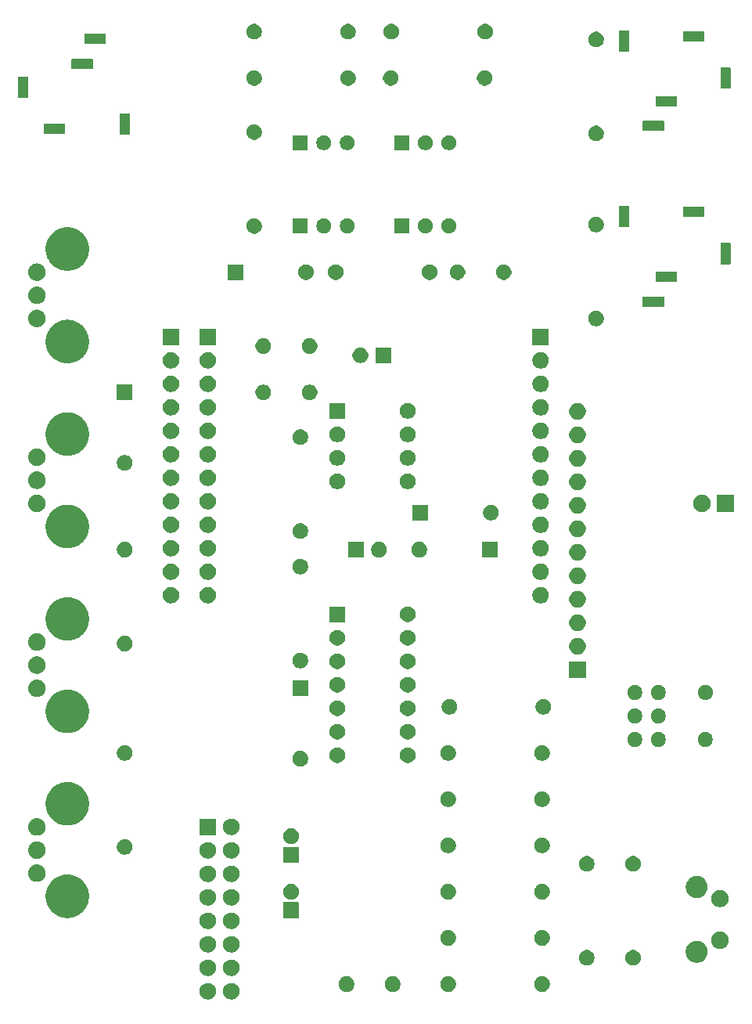
<source format=gbr>
G04 #@! TF.GenerationSoftware,KiCad,Pcbnew,9.0.0*
G04 #@! TF.CreationDate,2025-02-23T15:55:49-07:00*
G04 #@! TF.ProjectId,ADSR_Envelope_THT,41445352-5f45-46e7-9665-6c6f70655f54,rev?*
G04 #@! TF.SameCoordinates,Original*
G04 #@! TF.FileFunction,Soldermask,Bot*
G04 #@! TF.FilePolarity,Negative*
%FSLAX46Y46*%
G04 Gerber Fmt 4.6, Leading zero omitted, Abs format (unit mm)*
G04 Created by KiCad (PCBNEW 9.0.0) date 2025-02-23 15:55:49*
%MOMM*%
%LPD*%
G01*
G04 APERTURE LIST*
G04 APERTURE END LIST*
G36*
X22261546Y-106917797D02*
G01*
X22424728Y-106985389D01*
X22571588Y-107083518D01*
X22696482Y-107208412D01*
X22794611Y-107355272D01*
X22862203Y-107518454D01*
X22896661Y-107691687D01*
X22896661Y-107868313D01*
X22862203Y-108041546D01*
X22794611Y-108204728D01*
X22696482Y-108351588D01*
X22571588Y-108476482D01*
X22424728Y-108574611D01*
X22261546Y-108642203D01*
X22088313Y-108676661D01*
X21911687Y-108676661D01*
X21738454Y-108642203D01*
X21575272Y-108574611D01*
X21428412Y-108476482D01*
X21303518Y-108351588D01*
X21205389Y-108204728D01*
X21137797Y-108041546D01*
X21103339Y-107868313D01*
X21103339Y-107691687D01*
X21137797Y-107518454D01*
X21205389Y-107355272D01*
X21303518Y-107208412D01*
X21428412Y-107083518D01*
X21575272Y-106985389D01*
X21738454Y-106917797D01*
X21911687Y-106883339D01*
X22088313Y-106883339D01*
X22261546Y-106917797D01*
G37*
G36*
X24801546Y-106917797D02*
G01*
X24964728Y-106985389D01*
X25111588Y-107083518D01*
X25236482Y-107208412D01*
X25334611Y-107355272D01*
X25402203Y-107518454D01*
X25436661Y-107691687D01*
X25436661Y-107868313D01*
X25402203Y-108041546D01*
X25334611Y-108204728D01*
X25236482Y-108351588D01*
X25111588Y-108476482D01*
X24964728Y-108574611D01*
X24801546Y-108642203D01*
X24628313Y-108676661D01*
X24451687Y-108676661D01*
X24278454Y-108642203D01*
X24115272Y-108574611D01*
X23968412Y-108476482D01*
X23843518Y-108351588D01*
X23745389Y-108204728D01*
X23677797Y-108041546D01*
X23643339Y-107868313D01*
X23643339Y-107691687D01*
X23677797Y-107518454D01*
X23745389Y-107355272D01*
X23843518Y-107208412D01*
X23968412Y-107083518D01*
X24115272Y-106985389D01*
X24278454Y-106917797D01*
X24451687Y-106883339D01*
X24628313Y-106883339D01*
X24801546Y-106917797D01*
G37*
G36*
X37247032Y-106185644D02*
G01*
X37401159Y-106249485D01*
X37539869Y-106342168D01*
X37657832Y-106460131D01*
X37750515Y-106598841D01*
X37814356Y-106752968D01*
X37846902Y-106916587D01*
X37846902Y-107083413D01*
X37814356Y-107247032D01*
X37750515Y-107401159D01*
X37657832Y-107539869D01*
X37539869Y-107657832D01*
X37401159Y-107750515D01*
X37247032Y-107814356D01*
X37083413Y-107846902D01*
X36916587Y-107846902D01*
X36752968Y-107814356D01*
X36598841Y-107750515D01*
X36460131Y-107657832D01*
X36342168Y-107539869D01*
X36249485Y-107401159D01*
X36185644Y-107247032D01*
X36153098Y-107083413D01*
X36153098Y-106916587D01*
X36185644Y-106752968D01*
X36249485Y-106598841D01*
X36342168Y-106460131D01*
X36460131Y-106342168D01*
X36598841Y-106249485D01*
X36752968Y-106185644D01*
X36916587Y-106153098D01*
X37083413Y-106153098D01*
X37247032Y-106185644D01*
G37*
G36*
X42247032Y-106185644D02*
G01*
X42401159Y-106249485D01*
X42539869Y-106342168D01*
X42657832Y-106460131D01*
X42750515Y-106598841D01*
X42814356Y-106752968D01*
X42846902Y-106916587D01*
X42846902Y-107083413D01*
X42814356Y-107247032D01*
X42750515Y-107401159D01*
X42657832Y-107539869D01*
X42539869Y-107657832D01*
X42401159Y-107750515D01*
X42247032Y-107814356D01*
X42083413Y-107846902D01*
X41916587Y-107846902D01*
X41752968Y-107814356D01*
X41598841Y-107750515D01*
X41460131Y-107657832D01*
X41342168Y-107539869D01*
X41249485Y-107401159D01*
X41185644Y-107247032D01*
X41153098Y-107083413D01*
X41153098Y-106916587D01*
X41185644Y-106752968D01*
X41249485Y-106598841D01*
X41342168Y-106460131D01*
X41460131Y-106342168D01*
X41598841Y-106249485D01*
X41752968Y-106185644D01*
X41916587Y-106153098D01*
X42083413Y-106153098D01*
X42247032Y-106185644D01*
G37*
G36*
X48247032Y-106185644D02*
G01*
X48401159Y-106249485D01*
X48539869Y-106342168D01*
X48657832Y-106460131D01*
X48750515Y-106598841D01*
X48814356Y-106752968D01*
X48846902Y-106916587D01*
X48846902Y-107083413D01*
X48814356Y-107247032D01*
X48750515Y-107401159D01*
X48657832Y-107539869D01*
X48539869Y-107657832D01*
X48401159Y-107750515D01*
X48247032Y-107814356D01*
X48083413Y-107846902D01*
X47916587Y-107846902D01*
X47752968Y-107814356D01*
X47598841Y-107750515D01*
X47460131Y-107657832D01*
X47342168Y-107539869D01*
X47249485Y-107401159D01*
X47185644Y-107247032D01*
X47153098Y-107083413D01*
X47153098Y-106916587D01*
X47185644Y-106752968D01*
X47249485Y-106598841D01*
X47342168Y-106460131D01*
X47460131Y-106342168D01*
X47598841Y-106249485D01*
X47752968Y-106185644D01*
X47916587Y-106153098D01*
X48083413Y-106153098D01*
X48247032Y-106185644D01*
G37*
G36*
X58407032Y-106185644D02*
G01*
X58561159Y-106249485D01*
X58699869Y-106342168D01*
X58817832Y-106460131D01*
X58910515Y-106598841D01*
X58974356Y-106752968D01*
X59006902Y-106916587D01*
X59006902Y-107083413D01*
X58974356Y-107247032D01*
X58910515Y-107401159D01*
X58817832Y-107539869D01*
X58699869Y-107657832D01*
X58561159Y-107750515D01*
X58407032Y-107814356D01*
X58243413Y-107846902D01*
X58076587Y-107846902D01*
X57912968Y-107814356D01*
X57758841Y-107750515D01*
X57620131Y-107657832D01*
X57502168Y-107539869D01*
X57409485Y-107401159D01*
X57345644Y-107247032D01*
X57313098Y-107083413D01*
X57313098Y-106916587D01*
X57345644Y-106752968D01*
X57409485Y-106598841D01*
X57502168Y-106460131D01*
X57620131Y-106342168D01*
X57758841Y-106249485D01*
X57912968Y-106185644D01*
X58076587Y-106153098D01*
X58243413Y-106153098D01*
X58407032Y-106185644D01*
G37*
G36*
X22261546Y-104377797D02*
G01*
X22424728Y-104445389D01*
X22571588Y-104543518D01*
X22696482Y-104668412D01*
X22794611Y-104815272D01*
X22862203Y-104978454D01*
X22896661Y-105151687D01*
X22896661Y-105328313D01*
X22862203Y-105501546D01*
X22794611Y-105664728D01*
X22696482Y-105811588D01*
X22571588Y-105936482D01*
X22424728Y-106034611D01*
X22261546Y-106102203D01*
X22088313Y-106136661D01*
X21911687Y-106136661D01*
X21738454Y-106102203D01*
X21575272Y-106034611D01*
X21428412Y-105936482D01*
X21303518Y-105811588D01*
X21205389Y-105664728D01*
X21137797Y-105501546D01*
X21103339Y-105328313D01*
X21103339Y-105151687D01*
X21137797Y-104978454D01*
X21205389Y-104815272D01*
X21303518Y-104668412D01*
X21428412Y-104543518D01*
X21575272Y-104445389D01*
X21738454Y-104377797D01*
X21911687Y-104343339D01*
X22088313Y-104343339D01*
X22261546Y-104377797D01*
G37*
G36*
X24801546Y-104377797D02*
G01*
X24964728Y-104445389D01*
X25111588Y-104543518D01*
X25236482Y-104668412D01*
X25334611Y-104815272D01*
X25402203Y-104978454D01*
X25436661Y-105151687D01*
X25436661Y-105328313D01*
X25402203Y-105501546D01*
X25334611Y-105664728D01*
X25236482Y-105811588D01*
X25111588Y-105936482D01*
X24964728Y-106034611D01*
X24801546Y-106102203D01*
X24628313Y-106136661D01*
X24451687Y-106136661D01*
X24278454Y-106102203D01*
X24115272Y-106034611D01*
X23968412Y-105936482D01*
X23843518Y-105811588D01*
X23745389Y-105664728D01*
X23677797Y-105501546D01*
X23643339Y-105328313D01*
X23643339Y-105151687D01*
X23677797Y-104978454D01*
X23745389Y-104815272D01*
X23843518Y-104668412D01*
X23968412Y-104543518D01*
X24115272Y-104445389D01*
X24278454Y-104377797D01*
X24451687Y-104343339D01*
X24628313Y-104343339D01*
X24801546Y-104377797D01*
G37*
G36*
X63247032Y-103345644D02*
G01*
X63401159Y-103409485D01*
X63539869Y-103502168D01*
X63657832Y-103620131D01*
X63750515Y-103758841D01*
X63814356Y-103912968D01*
X63846902Y-104076587D01*
X63846902Y-104243413D01*
X63814356Y-104407032D01*
X63750515Y-104561159D01*
X63657832Y-104699869D01*
X63539869Y-104817832D01*
X63401159Y-104910515D01*
X63247032Y-104974356D01*
X63083413Y-105006902D01*
X62916587Y-105006902D01*
X62752968Y-104974356D01*
X62598841Y-104910515D01*
X62460131Y-104817832D01*
X62342168Y-104699869D01*
X62249485Y-104561159D01*
X62185644Y-104407032D01*
X62153098Y-104243413D01*
X62153098Y-104076587D01*
X62185644Y-103912968D01*
X62249485Y-103758841D01*
X62342168Y-103620131D01*
X62460131Y-103502168D01*
X62598841Y-103409485D01*
X62752968Y-103345644D01*
X62916587Y-103313098D01*
X63083413Y-103313098D01*
X63247032Y-103345644D01*
G37*
G36*
X68247032Y-103345644D02*
G01*
X68401159Y-103409485D01*
X68539869Y-103502168D01*
X68657832Y-103620131D01*
X68750515Y-103758841D01*
X68814356Y-103912968D01*
X68846902Y-104076587D01*
X68846902Y-104243413D01*
X68814356Y-104407032D01*
X68750515Y-104561159D01*
X68657832Y-104699869D01*
X68539869Y-104817832D01*
X68401159Y-104910515D01*
X68247032Y-104974356D01*
X68083413Y-105006902D01*
X67916587Y-105006902D01*
X67752968Y-104974356D01*
X67598841Y-104910515D01*
X67460131Y-104817832D01*
X67342168Y-104699869D01*
X67249485Y-104561159D01*
X67185644Y-104407032D01*
X67153098Y-104243413D01*
X67153098Y-104076587D01*
X67185644Y-103912968D01*
X67249485Y-103758841D01*
X67342168Y-103620131D01*
X67460131Y-103502168D01*
X67598841Y-103409485D01*
X67752968Y-103345644D01*
X67916587Y-103313098D01*
X68083413Y-103313098D01*
X68247032Y-103345644D01*
G37*
G36*
X75178500Y-102339963D02*
G01*
X75356541Y-102397812D01*
X75523341Y-102482800D01*
X75674792Y-102592836D01*
X75807164Y-102725208D01*
X75917200Y-102876659D01*
X76002188Y-103043459D01*
X76060037Y-103221500D01*
X76089322Y-103406398D01*
X76089322Y-103593602D01*
X76060037Y-103778500D01*
X76002188Y-103956541D01*
X75917200Y-104123341D01*
X75807164Y-104274792D01*
X75674792Y-104407164D01*
X75523341Y-104517200D01*
X75356541Y-104602188D01*
X75178500Y-104660037D01*
X74993602Y-104689322D01*
X74806398Y-104689322D01*
X74621500Y-104660037D01*
X74443459Y-104602188D01*
X74276659Y-104517200D01*
X74125208Y-104407164D01*
X73992836Y-104274792D01*
X73882800Y-104123341D01*
X73797812Y-103956541D01*
X73739963Y-103778500D01*
X73710678Y-103593602D01*
X73710678Y-103414244D01*
X73710678Y-103406398D01*
X73739963Y-103221500D01*
X73797812Y-103043459D01*
X73882800Y-102876659D01*
X73992836Y-102725208D01*
X74125208Y-102592836D01*
X74276659Y-102482800D01*
X74443459Y-102397812D01*
X74621500Y-102339963D01*
X74806398Y-102310678D01*
X74993602Y-102310678D01*
X75178500Y-102339963D01*
G37*
G36*
X22261546Y-101837797D02*
G01*
X22424728Y-101905389D01*
X22571588Y-102003518D01*
X22696482Y-102128412D01*
X22794611Y-102275272D01*
X22862203Y-102438454D01*
X22896661Y-102611687D01*
X22896661Y-102788313D01*
X22862203Y-102961546D01*
X22794611Y-103124728D01*
X22696482Y-103271588D01*
X22571588Y-103396482D01*
X22424728Y-103494611D01*
X22261546Y-103562203D01*
X22088313Y-103596661D01*
X21911687Y-103596661D01*
X21738454Y-103562203D01*
X21575272Y-103494611D01*
X21428412Y-103396482D01*
X21303518Y-103271588D01*
X21205389Y-103124728D01*
X21137797Y-102961546D01*
X21103339Y-102788313D01*
X21103339Y-102611687D01*
X21137797Y-102438454D01*
X21205389Y-102275272D01*
X21303518Y-102128412D01*
X21428412Y-102003518D01*
X21575272Y-101905389D01*
X21738454Y-101837797D01*
X21911687Y-101803339D01*
X22088313Y-101803339D01*
X22261546Y-101837797D01*
G37*
G36*
X24801546Y-101837797D02*
G01*
X24964728Y-101905389D01*
X25111588Y-102003518D01*
X25236482Y-102128412D01*
X25334611Y-102275272D01*
X25402203Y-102438454D01*
X25436661Y-102611687D01*
X25436661Y-102788313D01*
X25402203Y-102961546D01*
X25334611Y-103124728D01*
X25236482Y-103271588D01*
X25111588Y-103396482D01*
X24964728Y-103494611D01*
X24801546Y-103562203D01*
X24628313Y-103596661D01*
X24451687Y-103596661D01*
X24278454Y-103562203D01*
X24115272Y-103494611D01*
X23968412Y-103396482D01*
X23843518Y-103271588D01*
X23745389Y-103124728D01*
X23677797Y-102961546D01*
X23643339Y-102788313D01*
X23643339Y-102611687D01*
X23677797Y-102438454D01*
X23745389Y-102275272D01*
X23843518Y-102128412D01*
X23968412Y-102003518D01*
X24115272Y-101905389D01*
X24278454Y-101837797D01*
X24451687Y-101803339D01*
X24628313Y-101803339D01*
X24801546Y-101837797D01*
G37*
G36*
X77672577Y-101351433D02*
G01*
X77842642Y-101421876D01*
X77995695Y-101524143D01*
X78125857Y-101654305D01*
X78228124Y-101807358D01*
X78298567Y-101977423D01*
X78334478Y-102157962D01*
X78334478Y-102342038D01*
X78298567Y-102522577D01*
X78228124Y-102692642D01*
X78125857Y-102845695D01*
X77995695Y-102975857D01*
X77842642Y-103078124D01*
X77672577Y-103148567D01*
X77492038Y-103184478D01*
X77307962Y-103184478D01*
X77127423Y-103148567D01*
X76957358Y-103078124D01*
X76804305Y-102975857D01*
X76674143Y-102845695D01*
X76571876Y-102692642D01*
X76501433Y-102522577D01*
X76465522Y-102342038D01*
X76465522Y-102167764D01*
X76465522Y-102157962D01*
X76501433Y-101977423D01*
X76571876Y-101807358D01*
X76674143Y-101654305D01*
X76804305Y-101524143D01*
X76957358Y-101421876D01*
X77127423Y-101351433D01*
X77307962Y-101315522D01*
X77492038Y-101315522D01*
X77672577Y-101351433D01*
G37*
G36*
X48247032Y-101185644D02*
G01*
X48401159Y-101249485D01*
X48539869Y-101342168D01*
X48657832Y-101460131D01*
X48750515Y-101598841D01*
X48814356Y-101752968D01*
X48846902Y-101916587D01*
X48846902Y-102083413D01*
X48814356Y-102247032D01*
X48750515Y-102401159D01*
X48657832Y-102539869D01*
X48539869Y-102657832D01*
X48401159Y-102750515D01*
X48247032Y-102814356D01*
X48083413Y-102846902D01*
X47916587Y-102846902D01*
X47752968Y-102814356D01*
X47598841Y-102750515D01*
X47460131Y-102657832D01*
X47342168Y-102539869D01*
X47249485Y-102401159D01*
X47185644Y-102247032D01*
X47153098Y-102083413D01*
X47153098Y-101916587D01*
X47185644Y-101752968D01*
X47249485Y-101598841D01*
X47342168Y-101460131D01*
X47460131Y-101342168D01*
X47598841Y-101249485D01*
X47752968Y-101185644D01*
X47916587Y-101153098D01*
X48083413Y-101153098D01*
X48247032Y-101185644D01*
G37*
G36*
X58407032Y-101185644D02*
G01*
X58561159Y-101249485D01*
X58699869Y-101342168D01*
X58817832Y-101460131D01*
X58910515Y-101598841D01*
X58974356Y-101752968D01*
X59006902Y-101916587D01*
X59006902Y-102083413D01*
X58974356Y-102247032D01*
X58910515Y-102401159D01*
X58817832Y-102539869D01*
X58699869Y-102657832D01*
X58561159Y-102750515D01*
X58407032Y-102814356D01*
X58243413Y-102846902D01*
X58076587Y-102846902D01*
X57912968Y-102814356D01*
X57758841Y-102750515D01*
X57620131Y-102657832D01*
X57502168Y-102539869D01*
X57409485Y-102401159D01*
X57345644Y-102247032D01*
X57313098Y-102083413D01*
X57313098Y-101916587D01*
X57345644Y-101752968D01*
X57409485Y-101598841D01*
X57502168Y-101460131D01*
X57620131Y-101342168D01*
X57758841Y-101249485D01*
X57912968Y-101185644D01*
X58076587Y-101153098D01*
X58243413Y-101153098D01*
X58407032Y-101185644D01*
G37*
G36*
X22261546Y-99297797D02*
G01*
X22424728Y-99365389D01*
X22571588Y-99463518D01*
X22696482Y-99588412D01*
X22794611Y-99735272D01*
X22862203Y-99898454D01*
X22896661Y-100071687D01*
X22896661Y-100248313D01*
X22862203Y-100421546D01*
X22794611Y-100584728D01*
X22696482Y-100731588D01*
X22571588Y-100856482D01*
X22424728Y-100954611D01*
X22261546Y-101022203D01*
X22088313Y-101056661D01*
X21911687Y-101056661D01*
X21738454Y-101022203D01*
X21575272Y-100954611D01*
X21428412Y-100856482D01*
X21303518Y-100731588D01*
X21205389Y-100584728D01*
X21137797Y-100421546D01*
X21103339Y-100248313D01*
X21103339Y-100071687D01*
X21137797Y-99898454D01*
X21205389Y-99735272D01*
X21303518Y-99588412D01*
X21428412Y-99463518D01*
X21575272Y-99365389D01*
X21738454Y-99297797D01*
X21911687Y-99263339D01*
X22088313Y-99263339D01*
X22261546Y-99297797D01*
G37*
G36*
X24801546Y-99297797D02*
G01*
X24964728Y-99365389D01*
X25111588Y-99463518D01*
X25236482Y-99588412D01*
X25334611Y-99735272D01*
X25402203Y-99898454D01*
X25436661Y-100071687D01*
X25436661Y-100248313D01*
X25402203Y-100421546D01*
X25334611Y-100584728D01*
X25236482Y-100731588D01*
X25111588Y-100856482D01*
X24964728Y-100954611D01*
X24801546Y-101022203D01*
X24628313Y-101056661D01*
X24451687Y-101056661D01*
X24278454Y-101022203D01*
X24115272Y-100954611D01*
X23968412Y-100856482D01*
X23843518Y-100731588D01*
X23745389Y-100584728D01*
X23677797Y-100421546D01*
X23643339Y-100248313D01*
X23643339Y-100071687D01*
X23677797Y-99898454D01*
X23745389Y-99735272D01*
X23843518Y-99588412D01*
X23968412Y-99463518D01*
X24115272Y-99365389D01*
X24278454Y-99297797D01*
X24451687Y-99263339D01*
X24628313Y-99263339D01*
X24801546Y-99297797D01*
G37*
G36*
X31819517Y-98152882D02*
G01*
X31836062Y-98163938D01*
X31847118Y-98180483D01*
X31851000Y-98200000D01*
X31851000Y-99800000D01*
X31847118Y-99819517D01*
X31836062Y-99836062D01*
X31819517Y-99847118D01*
X31800000Y-99851000D01*
X30200000Y-99851000D01*
X30180483Y-99847118D01*
X30163938Y-99836062D01*
X30152882Y-99819517D01*
X30149000Y-99800000D01*
X30149000Y-98200000D01*
X30152882Y-98180483D01*
X30163938Y-98163938D01*
X30180483Y-98152882D01*
X30200000Y-98149000D01*
X31800000Y-98149000D01*
X31819517Y-98152882D01*
G37*
G36*
X6941920Y-95154034D02*
G01*
X6953763Y-95154034D01*
X7024053Y-95163287D01*
X7193772Y-95182410D01*
X7227124Y-95190022D01*
X7258657Y-95194174D01*
X7335379Y-95214731D01*
X7450782Y-95241072D01*
X7506678Y-95260630D01*
X7555704Y-95273767D01*
X7618194Y-95299651D01*
X7699617Y-95328142D01*
X7777336Y-95365569D01*
X7839821Y-95391452D01*
X7883773Y-95416827D01*
X7937125Y-95442521D01*
X8037338Y-95505489D01*
X8106146Y-95545215D01*
X8131386Y-95564582D01*
X8160341Y-95582776D01*
X8293832Y-95689232D01*
X8350122Y-95732425D01*
X8358501Y-95740804D01*
X8366446Y-95747140D01*
X8552859Y-95933553D01*
X8559194Y-95941497D01*
X8567575Y-95949878D01*
X8610772Y-96006174D01*
X8717223Y-96139658D01*
X8735415Y-96168610D01*
X8754785Y-96193854D01*
X8794515Y-96262668D01*
X8857478Y-96362874D01*
X8883168Y-96416221D01*
X8908548Y-96460179D01*
X8934433Y-96522671D01*
X8971857Y-96600382D01*
X9000344Y-96681795D01*
X9026233Y-96744296D01*
X9039371Y-96793329D01*
X9058927Y-96849217D01*
X9085263Y-96964600D01*
X9105826Y-97041343D01*
X9109978Y-97072883D01*
X9117589Y-97106227D01*
X9136709Y-97275929D01*
X9145966Y-97346237D01*
X9145966Y-97358080D01*
X9147105Y-97368189D01*
X9147105Y-97631810D01*
X9145966Y-97641918D01*
X9145966Y-97653763D01*
X9136709Y-97724076D01*
X9117589Y-97893772D01*
X9109978Y-97927114D01*
X9105826Y-97958657D01*
X9085261Y-98035405D01*
X9058927Y-98150782D01*
X9039372Y-98206665D01*
X9026233Y-98255704D01*
X9000342Y-98318210D01*
X8971857Y-98399617D01*
X8934436Y-98477321D01*
X8908548Y-98539821D01*
X8883166Y-98583783D01*
X8857478Y-98637125D01*
X8794522Y-98737319D01*
X8754785Y-98806146D01*
X8735411Y-98831393D01*
X8717223Y-98860341D01*
X8610793Y-98993799D01*
X8567575Y-99050122D01*
X8559190Y-99058506D01*
X8552859Y-99066446D01*
X8366446Y-99252859D01*
X8358506Y-99259190D01*
X8350122Y-99267575D01*
X8293799Y-99310793D01*
X8160341Y-99417223D01*
X8131393Y-99435411D01*
X8106146Y-99454785D01*
X8037319Y-99494522D01*
X7937125Y-99557478D01*
X7883783Y-99583166D01*
X7839821Y-99608548D01*
X7777321Y-99634436D01*
X7699617Y-99671857D01*
X7618210Y-99700342D01*
X7555704Y-99726233D01*
X7506665Y-99739372D01*
X7450782Y-99758927D01*
X7335405Y-99785261D01*
X7258657Y-99805826D01*
X7227114Y-99809978D01*
X7193772Y-99817589D01*
X7024072Y-99836709D01*
X6953763Y-99845966D01*
X6941920Y-99845966D01*
X6931811Y-99847105D01*
X6668189Y-99847105D01*
X6658080Y-99845966D01*
X6646237Y-99845966D01*
X6575929Y-99836709D01*
X6406227Y-99817589D01*
X6372883Y-99809978D01*
X6341343Y-99805826D01*
X6264600Y-99785263D01*
X6149217Y-99758927D01*
X6093329Y-99739371D01*
X6044296Y-99726233D01*
X5981795Y-99700344D01*
X5900382Y-99671857D01*
X5822671Y-99634433D01*
X5760179Y-99608548D01*
X5716221Y-99583168D01*
X5662874Y-99557478D01*
X5562668Y-99494515D01*
X5493854Y-99454785D01*
X5468610Y-99435415D01*
X5439658Y-99417223D01*
X5306174Y-99310772D01*
X5249878Y-99267575D01*
X5241497Y-99259194D01*
X5233553Y-99252859D01*
X5047140Y-99066446D01*
X5040804Y-99058501D01*
X5032425Y-99050122D01*
X4989232Y-98993832D01*
X4882776Y-98860341D01*
X4864582Y-98831386D01*
X4845215Y-98806146D01*
X4805489Y-98737338D01*
X4742521Y-98637125D01*
X4716827Y-98583773D01*
X4691452Y-98539821D01*
X4665569Y-98477336D01*
X4628142Y-98399617D01*
X4599651Y-98318194D01*
X4573767Y-98255704D01*
X4560630Y-98206678D01*
X4541072Y-98150782D01*
X4514731Y-98035379D01*
X4494174Y-97958657D01*
X4490022Y-97927124D01*
X4482410Y-97893772D01*
X4463288Y-97724057D01*
X4454034Y-97653763D01*
X4454034Y-97641919D01*
X4452895Y-97631810D01*
X4452895Y-97368189D01*
X4454034Y-97358079D01*
X4454034Y-97346237D01*
X4463287Y-97275948D01*
X4482410Y-97106227D01*
X4490023Y-97072872D01*
X4494174Y-97041343D01*
X4514730Y-96964625D01*
X4541072Y-96849217D01*
X4560631Y-96793317D01*
X4573767Y-96744296D01*
X4599649Y-96681810D01*
X4628142Y-96600382D01*
X4665572Y-96522656D01*
X4691452Y-96460179D01*
X4716825Y-96416231D01*
X4742521Y-96362874D01*
X4805496Y-96262648D01*
X4845215Y-96193854D01*
X4864579Y-96168617D01*
X4882776Y-96139658D01*
X4989252Y-96006141D01*
X5032425Y-95949878D01*
X5040800Y-95941502D01*
X5047140Y-95933553D01*
X5233553Y-95747140D01*
X5241502Y-95740800D01*
X5249878Y-95732425D01*
X5306141Y-95689252D01*
X5439658Y-95582776D01*
X5468617Y-95564579D01*
X5493854Y-95545215D01*
X5562648Y-95505496D01*
X5662874Y-95442521D01*
X5716231Y-95416825D01*
X5760179Y-95391452D01*
X5822656Y-95365572D01*
X5900382Y-95328142D01*
X5981810Y-95299649D01*
X6044296Y-95273767D01*
X6093317Y-95260631D01*
X6149217Y-95241072D01*
X6264625Y-95214730D01*
X6341343Y-95194174D01*
X6372872Y-95190023D01*
X6406227Y-95182410D01*
X6575948Y-95163287D01*
X6646237Y-95154034D01*
X6658080Y-95154034D01*
X6668189Y-95152895D01*
X6931811Y-95152895D01*
X6941920Y-95154034D01*
G37*
G36*
X77672577Y-96851433D02*
G01*
X77842642Y-96921876D01*
X77995695Y-97024143D01*
X78125857Y-97154305D01*
X78228124Y-97307358D01*
X78298567Y-97477423D01*
X78334478Y-97657962D01*
X78334478Y-97842038D01*
X78298567Y-98022577D01*
X78228124Y-98192642D01*
X78125857Y-98345695D01*
X77995695Y-98475857D01*
X77842642Y-98578124D01*
X77672577Y-98648567D01*
X77492038Y-98684478D01*
X77307962Y-98684478D01*
X77127423Y-98648567D01*
X76957358Y-98578124D01*
X76804305Y-98475857D01*
X76674143Y-98345695D01*
X76571876Y-98192642D01*
X76501433Y-98022577D01*
X76465522Y-97842038D01*
X76465522Y-97667764D01*
X76465522Y-97657962D01*
X76501433Y-97477423D01*
X76571876Y-97307358D01*
X76674143Y-97154305D01*
X76804305Y-97024143D01*
X76957358Y-96921876D01*
X77127423Y-96851433D01*
X77307962Y-96815522D01*
X77492038Y-96815522D01*
X77672577Y-96851433D01*
G37*
G36*
X22261546Y-96757797D02*
G01*
X22424728Y-96825389D01*
X22571588Y-96923518D01*
X22696482Y-97048412D01*
X22794611Y-97195272D01*
X22862203Y-97358454D01*
X22896661Y-97531687D01*
X22896661Y-97708313D01*
X22862203Y-97881546D01*
X22794611Y-98044728D01*
X22696482Y-98191588D01*
X22571588Y-98316482D01*
X22424728Y-98414611D01*
X22261546Y-98482203D01*
X22088313Y-98516661D01*
X21911687Y-98516661D01*
X21738454Y-98482203D01*
X21575272Y-98414611D01*
X21428412Y-98316482D01*
X21303518Y-98191588D01*
X21205389Y-98044728D01*
X21137797Y-97881546D01*
X21103339Y-97708313D01*
X21103339Y-97531687D01*
X21137797Y-97358454D01*
X21205389Y-97195272D01*
X21303518Y-97048412D01*
X21428412Y-96923518D01*
X21575272Y-96825389D01*
X21738454Y-96757797D01*
X21911687Y-96723339D01*
X22088313Y-96723339D01*
X22261546Y-96757797D01*
G37*
G36*
X24801546Y-96757797D02*
G01*
X24964728Y-96825389D01*
X25111588Y-96923518D01*
X25236482Y-97048412D01*
X25334611Y-97195272D01*
X25402203Y-97358454D01*
X25436661Y-97531687D01*
X25436661Y-97708313D01*
X25402203Y-97881546D01*
X25334611Y-98044728D01*
X25236482Y-98191588D01*
X25111588Y-98316482D01*
X24964728Y-98414611D01*
X24801546Y-98482203D01*
X24628313Y-98516661D01*
X24451687Y-98516661D01*
X24278454Y-98482203D01*
X24115272Y-98414611D01*
X23968412Y-98316482D01*
X23843518Y-98191588D01*
X23745389Y-98044728D01*
X23677797Y-97881546D01*
X23643339Y-97708313D01*
X23643339Y-97531687D01*
X23677797Y-97358454D01*
X23745389Y-97195272D01*
X23843518Y-97048412D01*
X23968412Y-96923518D01*
X24115272Y-96825389D01*
X24278454Y-96757797D01*
X24451687Y-96723339D01*
X24628313Y-96723339D01*
X24801546Y-96757797D01*
G37*
G36*
X31247032Y-96185644D02*
G01*
X31401159Y-96249485D01*
X31539869Y-96342168D01*
X31657832Y-96460131D01*
X31750515Y-96598841D01*
X31814356Y-96752968D01*
X31846902Y-96916587D01*
X31846902Y-97083413D01*
X31814356Y-97247032D01*
X31750515Y-97401159D01*
X31657832Y-97539869D01*
X31539869Y-97657832D01*
X31401159Y-97750515D01*
X31247032Y-97814356D01*
X31083413Y-97846902D01*
X30916587Y-97846902D01*
X30752968Y-97814356D01*
X30598841Y-97750515D01*
X30460131Y-97657832D01*
X30342168Y-97539869D01*
X30249485Y-97401159D01*
X30185644Y-97247032D01*
X30153098Y-97083413D01*
X30153098Y-96916587D01*
X30185644Y-96752968D01*
X30249485Y-96598841D01*
X30342168Y-96460131D01*
X30460131Y-96342168D01*
X30598841Y-96249485D01*
X30752968Y-96185644D01*
X30916587Y-96153098D01*
X31083413Y-96153098D01*
X31247032Y-96185644D01*
G37*
G36*
X48247032Y-96185644D02*
G01*
X48401159Y-96249485D01*
X48539869Y-96342168D01*
X48657832Y-96460131D01*
X48750515Y-96598841D01*
X48814356Y-96752968D01*
X48846902Y-96916587D01*
X48846902Y-97083413D01*
X48814356Y-97247032D01*
X48750515Y-97401159D01*
X48657832Y-97539869D01*
X48539869Y-97657832D01*
X48401159Y-97750515D01*
X48247032Y-97814356D01*
X48083413Y-97846902D01*
X47916587Y-97846902D01*
X47752968Y-97814356D01*
X47598841Y-97750515D01*
X47460131Y-97657832D01*
X47342168Y-97539869D01*
X47249485Y-97401159D01*
X47185644Y-97247032D01*
X47153098Y-97083413D01*
X47153098Y-96916587D01*
X47185644Y-96752968D01*
X47249485Y-96598841D01*
X47342168Y-96460131D01*
X47460131Y-96342168D01*
X47598841Y-96249485D01*
X47752968Y-96185644D01*
X47916587Y-96153098D01*
X48083413Y-96153098D01*
X48247032Y-96185644D01*
G37*
G36*
X58407032Y-96185644D02*
G01*
X58561159Y-96249485D01*
X58699869Y-96342168D01*
X58817832Y-96460131D01*
X58910515Y-96598841D01*
X58974356Y-96752968D01*
X59006902Y-96916587D01*
X59006902Y-97083413D01*
X58974356Y-97247032D01*
X58910515Y-97401159D01*
X58817832Y-97539869D01*
X58699869Y-97657832D01*
X58561159Y-97750515D01*
X58407032Y-97814356D01*
X58243413Y-97846902D01*
X58076587Y-97846902D01*
X57912968Y-97814356D01*
X57758841Y-97750515D01*
X57620131Y-97657832D01*
X57502168Y-97539869D01*
X57409485Y-97401159D01*
X57345644Y-97247032D01*
X57313098Y-97083413D01*
X57313098Y-96916587D01*
X57345644Y-96752968D01*
X57409485Y-96598841D01*
X57502168Y-96460131D01*
X57620131Y-96342168D01*
X57758841Y-96249485D01*
X57912968Y-96185644D01*
X58076587Y-96153098D01*
X58243413Y-96153098D01*
X58407032Y-96185644D01*
G37*
G36*
X75178500Y-95339963D02*
G01*
X75356541Y-95397812D01*
X75523341Y-95482800D01*
X75674792Y-95592836D01*
X75807164Y-95725208D01*
X75917200Y-95876659D01*
X76002188Y-96043459D01*
X76060037Y-96221500D01*
X76089322Y-96406398D01*
X76089322Y-96593602D01*
X76060037Y-96778500D01*
X76002188Y-96956541D01*
X75917200Y-97123341D01*
X75807164Y-97274792D01*
X75674792Y-97407164D01*
X75523341Y-97517200D01*
X75356541Y-97602188D01*
X75178500Y-97660037D01*
X74993602Y-97689322D01*
X74806398Y-97689322D01*
X74621500Y-97660037D01*
X74443459Y-97602188D01*
X74276659Y-97517200D01*
X74125208Y-97407164D01*
X73992836Y-97274792D01*
X73882800Y-97123341D01*
X73797812Y-96956541D01*
X73739963Y-96778500D01*
X73710678Y-96593602D01*
X73710678Y-96414244D01*
X73710678Y-96406398D01*
X73739963Y-96221500D01*
X73797812Y-96043459D01*
X73882800Y-95876659D01*
X73992836Y-95725208D01*
X74125208Y-95592836D01*
X74276659Y-95482800D01*
X74443459Y-95397812D01*
X74621500Y-95339963D01*
X74806398Y-95310678D01*
X74993602Y-95310678D01*
X75178500Y-95339963D01*
G37*
G36*
X22261546Y-94217797D02*
G01*
X22424728Y-94285389D01*
X22571588Y-94383518D01*
X22696482Y-94508412D01*
X22794611Y-94655272D01*
X22862203Y-94818454D01*
X22896661Y-94991687D01*
X22896661Y-95168313D01*
X22862203Y-95341546D01*
X22794611Y-95504728D01*
X22696482Y-95651588D01*
X22571588Y-95776482D01*
X22424728Y-95874611D01*
X22261546Y-95942203D01*
X22088313Y-95976661D01*
X21911687Y-95976661D01*
X21738454Y-95942203D01*
X21575272Y-95874611D01*
X21428412Y-95776482D01*
X21303518Y-95651588D01*
X21205389Y-95504728D01*
X21137797Y-95341546D01*
X21103339Y-95168313D01*
X21103339Y-94991687D01*
X21137797Y-94818454D01*
X21205389Y-94655272D01*
X21303518Y-94508412D01*
X21428412Y-94383518D01*
X21575272Y-94285389D01*
X21738454Y-94217797D01*
X21911687Y-94183339D01*
X22088313Y-94183339D01*
X22261546Y-94217797D01*
G37*
G36*
X24801546Y-94217797D02*
G01*
X24964728Y-94285389D01*
X25111588Y-94383518D01*
X25236482Y-94508412D01*
X25334611Y-94655272D01*
X25402203Y-94818454D01*
X25436661Y-94991687D01*
X25436661Y-95168313D01*
X25402203Y-95341546D01*
X25334611Y-95504728D01*
X25236482Y-95651588D01*
X25111588Y-95776482D01*
X24964728Y-95874611D01*
X24801546Y-95942203D01*
X24628313Y-95976661D01*
X24451687Y-95976661D01*
X24278454Y-95942203D01*
X24115272Y-95874611D01*
X23968412Y-95776482D01*
X23843518Y-95651588D01*
X23745389Y-95504728D01*
X23677797Y-95341546D01*
X23643339Y-95168313D01*
X23643339Y-94991687D01*
X23677797Y-94818454D01*
X23745389Y-94655272D01*
X23843518Y-94508412D01*
X23968412Y-94383518D01*
X24115272Y-94285389D01*
X24278454Y-94217797D01*
X24451687Y-94183339D01*
X24628313Y-94183339D01*
X24801546Y-94217797D01*
G37*
G36*
X3582553Y-94053579D02*
G01*
X3593214Y-94053579D01*
X3634865Y-94061864D01*
X3721916Y-94075651D01*
X3749918Y-94084749D01*
X3776061Y-94089950D01*
X3812956Y-94105232D01*
X3863784Y-94121748D01*
X3911399Y-94146009D01*
X3948298Y-94161293D01*
X3970463Y-94176103D01*
X3996693Y-94189468D01*
X4067990Y-94241268D01*
X4103308Y-94264867D01*
X4110846Y-94272405D01*
X4117370Y-94277145D01*
X4222854Y-94382629D01*
X4227593Y-94389152D01*
X4235133Y-94396692D01*
X4258734Y-94432014D01*
X4310531Y-94503306D01*
X4323894Y-94529533D01*
X4338707Y-94551702D01*
X4353993Y-94588605D01*
X4378251Y-94636215D01*
X4394764Y-94687035D01*
X4410050Y-94723939D01*
X4415251Y-94750086D01*
X4424348Y-94778083D01*
X4438134Y-94865125D01*
X4446421Y-94906786D01*
X4446421Y-94917447D01*
X4447683Y-94925415D01*
X4447683Y-95074584D01*
X4446421Y-95082551D01*
X4446421Y-95093214D01*
X4438133Y-95134877D01*
X4424348Y-95221916D01*
X4415251Y-95249910D01*
X4410050Y-95276061D01*
X4394762Y-95312968D01*
X4378251Y-95363784D01*
X4353995Y-95411388D01*
X4338707Y-95448298D01*
X4323892Y-95470470D01*
X4310531Y-95496693D01*
X4258742Y-95567973D01*
X4235133Y-95603308D01*
X4227591Y-95610849D01*
X4222854Y-95617370D01*
X4117370Y-95722854D01*
X4110849Y-95727591D01*
X4103308Y-95735133D01*
X4067973Y-95758742D01*
X3996693Y-95810531D01*
X3970470Y-95823892D01*
X3948298Y-95838707D01*
X3911388Y-95853995D01*
X3863784Y-95878251D01*
X3812968Y-95894762D01*
X3776061Y-95910050D01*
X3749910Y-95915251D01*
X3721916Y-95924348D01*
X3634875Y-95938133D01*
X3593214Y-95946421D01*
X3582553Y-95946421D01*
X3574585Y-95947683D01*
X3425415Y-95947683D01*
X3417447Y-95946421D01*
X3406786Y-95946421D01*
X3365125Y-95938134D01*
X3278083Y-95924348D01*
X3250086Y-95915251D01*
X3223939Y-95910050D01*
X3187035Y-95894764D01*
X3136215Y-95878251D01*
X3088605Y-95853993D01*
X3051702Y-95838707D01*
X3029533Y-95823894D01*
X3003306Y-95810531D01*
X2932014Y-95758734D01*
X2896692Y-95735133D01*
X2889152Y-95727593D01*
X2882629Y-95722854D01*
X2777145Y-95617370D01*
X2772405Y-95610846D01*
X2764867Y-95603308D01*
X2741268Y-95567990D01*
X2689468Y-95496693D01*
X2676103Y-95470463D01*
X2661293Y-95448298D01*
X2646009Y-95411399D01*
X2621748Y-95363784D01*
X2605232Y-95312956D01*
X2589950Y-95276061D01*
X2584749Y-95249918D01*
X2575651Y-95221916D01*
X2561864Y-95134867D01*
X2553579Y-95093214D01*
X2553579Y-95082552D01*
X2552317Y-95074584D01*
X2552317Y-94925415D01*
X2553579Y-94917446D01*
X2553579Y-94906786D01*
X2561863Y-94865136D01*
X2575651Y-94778083D01*
X2584750Y-94750078D01*
X2589950Y-94723939D01*
X2605231Y-94687046D01*
X2621748Y-94636215D01*
X2646011Y-94588595D01*
X2661293Y-94551702D01*
X2676101Y-94529539D01*
X2689468Y-94503306D01*
X2741277Y-94431996D01*
X2764867Y-94396692D01*
X2772402Y-94389156D01*
X2777145Y-94382629D01*
X2882629Y-94277145D01*
X2889156Y-94272402D01*
X2896692Y-94264867D01*
X2931996Y-94241277D01*
X3003306Y-94189468D01*
X3029539Y-94176101D01*
X3051702Y-94161293D01*
X3088595Y-94146011D01*
X3136215Y-94121748D01*
X3187046Y-94105231D01*
X3223939Y-94089950D01*
X3250078Y-94084750D01*
X3278083Y-94075651D01*
X3365136Y-94061863D01*
X3406786Y-94053579D01*
X3417447Y-94053579D01*
X3425415Y-94052317D01*
X3574585Y-94052317D01*
X3582553Y-94053579D01*
G37*
G36*
X63247032Y-93185644D02*
G01*
X63401159Y-93249485D01*
X63539869Y-93342168D01*
X63657832Y-93460131D01*
X63750515Y-93598841D01*
X63814356Y-93752968D01*
X63846902Y-93916587D01*
X63846902Y-94083413D01*
X63814356Y-94247032D01*
X63750515Y-94401159D01*
X63657832Y-94539869D01*
X63539869Y-94657832D01*
X63401159Y-94750515D01*
X63247032Y-94814356D01*
X63083413Y-94846902D01*
X62916587Y-94846902D01*
X62752968Y-94814356D01*
X62598841Y-94750515D01*
X62460131Y-94657832D01*
X62342168Y-94539869D01*
X62249485Y-94401159D01*
X62185644Y-94247032D01*
X62153098Y-94083413D01*
X62153098Y-93916587D01*
X62185644Y-93752968D01*
X62249485Y-93598841D01*
X62342168Y-93460131D01*
X62460131Y-93342168D01*
X62598841Y-93249485D01*
X62752968Y-93185644D01*
X62916587Y-93153098D01*
X63083413Y-93153098D01*
X63247032Y-93185644D01*
G37*
G36*
X68247032Y-93185644D02*
G01*
X68401159Y-93249485D01*
X68539869Y-93342168D01*
X68657832Y-93460131D01*
X68750515Y-93598841D01*
X68814356Y-93752968D01*
X68846902Y-93916587D01*
X68846902Y-94083413D01*
X68814356Y-94247032D01*
X68750515Y-94401159D01*
X68657832Y-94539869D01*
X68539869Y-94657832D01*
X68401159Y-94750515D01*
X68247032Y-94814356D01*
X68083413Y-94846902D01*
X67916587Y-94846902D01*
X67752968Y-94814356D01*
X67598841Y-94750515D01*
X67460131Y-94657832D01*
X67342168Y-94539869D01*
X67249485Y-94401159D01*
X67185644Y-94247032D01*
X67153098Y-94083413D01*
X67153098Y-93916587D01*
X67185644Y-93752968D01*
X67249485Y-93598841D01*
X67342168Y-93460131D01*
X67460131Y-93342168D01*
X67598841Y-93249485D01*
X67752968Y-93185644D01*
X67916587Y-93153098D01*
X68083413Y-93153098D01*
X68247032Y-93185644D01*
G37*
G36*
X31819517Y-92152882D02*
G01*
X31836062Y-92163938D01*
X31847118Y-92180483D01*
X31851000Y-92200000D01*
X31851000Y-93800000D01*
X31847118Y-93819517D01*
X31836062Y-93836062D01*
X31819517Y-93847118D01*
X31800000Y-93851000D01*
X30200000Y-93851000D01*
X30180483Y-93847118D01*
X30163938Y-93836062D01*
X30152882Y-93819517D01*
X30149000Y-93800000D01*
X30149000Y-92200000D01*
X30152882Y-92180483D01*
X30163938Y-92163938D01*
X30180483Y-92152882D01*
X30200000Y-92149000D01*
X31800000Y-92149000D01*
X31819517Y-92152882D01*
G37*
G36*
X3582553Y-91553579D02*
G01*
X3593214Y-91553579D01*
X3634865Y-91561864D01*
X3721916Y-91575651D01*
X3749918Y-91584749D01*
X3776061Y-91589950D01*
X3812956Y-91605232D01*
X3863784Y-91621748D01*
X3911399Y-91646009D01*
X3948298Y-91661293D01*
X3970463Y-91676103D01*
X3996693Y-91689468D01*
X4067990Y-91741268D01*
X4103308Y-91764867D01*
X4110846Y-91772405D01*
X4117370Y-91777145D01*
X4222854Y-91882629D01*
X4227593Y-91889152D01*
X4235133Y-91896692D01*
X4258734Y-91932014D01*
X4310531Y-92003306D01*
X4323894Y-92029533D01*
X4338707Y-92051702D01*
X4353993Y-92088605D01*
X4378251Y-92136215D01*
X4394764Y-92187035D01*
X4410050Y-92223939D01*
X4415251Y-92250086D01*
X4424348Y-92278083D01*
X4438134Y-92365125D01*
X4446421Y-92406786D01*
X4446421Y-92417447D01*
X4447683Y-92425415D01*
X4447683Y-92574584D01*
X4446421Y-92582551D01*
X4446421Y-92593214D01*
X4438133Y-92634877D01*
X4424348Y-92721916D01*
X4415251Y-92749910D01*
X4410050Y-92776061D01*
X4394762Y-92812968D01*
X4378251Y-92863784D01*
X4353995Y-92911388D01*
X4338707Y-92948298D01*
X4323892Y-92970470D01*
X4310531Y-92996693D01*
X4258742Y-93067973D01*
X4235133Y-93103308D01*
X4227591Y-93110849D01*
X4222854Y-93117370D01*
X4117370Y-93222854D01*
X4110849Y-93227591D01*
X4103308Y-93235133D01*
X4067973Y-93258742D01*
X3996693Y-93310531D01*
X3970470Y-93323892D01*
X3948298Y-93338707D01*
X3911388Y-93353995D01*
X3863784Y-93378251D01*
X3812968Y-93394762D01*
X3776061Y-93410050D01*
X3749910Y-93415251D01*
X3721916Y-93424348D01*
X3634875Y-93438133D01*
X3593214Y-93446421D01*
X3582553Y-93446421D01*
X3574585Y-93447683D01*
X3425415Y-93447683D01*
X3417447Y-93446421D01*
X3406786Y-93446421D01*
X3365125Y-93438134D01*
X3278083Y-93424348D01*
X3250086Y-93415251D01*
X3223939Y-93410050D01*
X3187035Y-93394764D01*
X3136215Y-93378251D01*
X3088605Y-93353993D01*
X3051702Y-93338707D01*
X3029533Y-93323894D01*
X3003306Y-93310531D01*
X2932014Y-93258734D01*
X2896692Y-93235133D01*
X2889152Y-93227593D01*
X2882629Y-93222854D01*
X2777145Y-93117370D01*
X2772405Y-93110846D01*
X2764867Y-93103308D01*
X2741268Y-93067990D01*
X2689468Y-92996693D01*
X2676103Y-92970463D01*
X2661293Y-92948298D01*
X2646009Y-92911399D01*
X2621748Y-92863784D01*
X2605232Y-92812956D01*
X2589950Y-92776061D01*
X2584749Y-92749918D01*
X2575651Y-92721916D01*
X2561864Y-92634867D01*
X2553579Y-92593214D01*
X2553579Y-92582552D01*
X2552317Y-92574584D01*
X2552317Y-92425415D01*
X2553579Y-92417446D01*
X2553579Y-92406786D01*
X2561863Y-92365136D01*
X2575651Y-92278083D01*
X2584750Y-92250078D01*
X2589950Y-92223939D01*
X2605231Y-92187046D01*
X2621748Y-92136215D01*
X2646011Y-92088595D01*
X2661293Y-92051702D01*
X2676101Y-92029539D01*
X2689468Y-92003306D01*
X2741277Y-91931996D01*
X2764867Y-91896692D01*
X2772402Y-91889156D01*
X2777145Y-91882629D01*
X2882629Y-91777145D01*
X2889156Y-91772402D01*
X2896692Y-91764867D01*
X2931996Y-91741277D01*
X3003306Y-91689468D01*
X3029539Y-91676101D01*
X3051702Y-91661293D01*
X3088595Y-91646011D01*
X3136215Y-91621748D01*
X3187046Y-91605231D01*
X3223939Y-91589950D01*
X3250078Y-91584750D01*
X3278083Y-91575651D01*
X3365136Y-91561863D01*
X3406786Y-91553579D01*
X3417447Y-91553579D01*
X3425415Y-91552317D01*
X3574585Y-91552317D01*
X3582553Y-91553579D01*
G37*
G36*
X22261546Y-91677797D02*
G01*
X22424728Y-91745389D01*
X22571588Y-91843518D01*
X22696482Y-91968412D01*
X22794611Y-92115272D01*
X22862203Y-92278454D01*
X22896661Y-92451687D01*
X22896661Y-92628313D01*
X22862203Y-92801546D01*
X22794611Y-92964728D01*
X22696482Y-93111588D01*
X22571588Y-93236482D01*
X22424728Y-93334611D01*
X22261546Y-93402203D01*
X22088313Y-93436661D01*
X21911687Y-93436661D01*
X21738454Y-93402203D01*
X21575272Y-93334611D01*
X21428412Y-93236482D01*
X21303518Y-93111588D01*
X21205389Y-92964728D01*
X21137797Y-92801546D01*
X21103339Y-92628313D01*
X21103339Y-92451687D01*
X21137797Y-92278454D01*
X21205389Y-92115272D01*
X21303518Y-91968412D01*
X21428412Y-91843518D01*
X21575272Y-91745389D01*
X21738454Y-91677797D01*
X21911687Y-91643339D01*
X22088313Y-91643339D01*
X22261546Y-91677797D01*
G37*
G36*
X24801546Y-91677797D02*
G01*
X24964728Y-91745389D01*
X25111588Y-91843518D01*
X25236482Y-91968412D01*
X25334611Y-92115272D01*
X25402203Y-92278454D01*
X25436661Y-92451687D01*
X25436661Y-92628313D01*
X25402203Y-92801546D01*
X25334611Y-92964728D01*
X25236482Y-93111588D01*
X25111588Y-93236482D01*
X24964728Y-93334611D01*
X24801546Y-93402203D01*
X24628313Y-93436661D01*
X24451687Y-93436661D01*
X24278454Y-93402203D01*
X24115272Y-93334611D01*
X23968412Y-93236482D01*
X23843518Y-93111588D01*
X23745389Y-92964728D01*
X23677797Y-92801546D01*
X23643339Y-92628313D01*
X23643339Y-92451687D01*
X23677797Y-92278454D01*
X23745389Y-92115272D01*
X23843518Y-91968412D01*
X23968412Y-91843518D01*
X24115272Y-91745389D01*
X24278454Y-91677797D01*
X24451687Y-91643339D01*
X24628313Y-91643339D01*
X24801546Y-91677797D01*
G37*
G36*
X13247032Y-91345644D02*
G01*
X13401159Y-91409485D01*
X13539869Y-91502168D01*
X13657832Y-91620131D01*
X13750515Y-91758841D01*
X13814356Y-91912968D01*
X13846902Y-92076587D01*
X13846902Y-92243413D01*
X13814356Y-92407032D01*
X13750515Y-92561159D01*
X13657832Y-92699869D01*
X13539869Y-92817832D01*
X13401159Y-92910515D01*
X13247032Y-92974356D01*
X13083413Y-93006902D01*
X12916587Y-93006902D01*
X12752968Y-92974356D01*
X12598841Y-92910515D01*
X12460131Y-92817832D01*
X12342168Y-92699869D01*
X12249485Y-92561159D01*
X12185644Y-92407032D01*
X12153098Y-92243413D01*
X12153098Y-92076587D01*
X12185644Y-91912968D01*
X12249485Y-91758841D01*
X12342168Y-91620131D01*
X12460131Y-91502168D01*
X12598841Y-91409485D01*
X12752968Y-91345644D01*
X12916587Y-91313098D01*
X13083413Y-91313098D01*
X13247032Y-91345644D01*
G37*
G36*
X48247032Y-91185644D02*
G01*
X48401159Y-91249485D01*
X48539869Y-91342168D01*
X48657832Y-91460131D01*
X48750515Y-91598841D01*
X48814356Y-91752968D01*
X48846902Y-91916587D01*
X48846902Y-92083413D01*
X48814356Y-92247032D01*
X48750515Y-92401159D01*
X48657832Y-92539869D01*
X48539869Y-92657832D01*
X48401159Y-92750515D01*
X48247032Y-92814356D01*
X48083413Y-92846902D01*
X47916587Y-92846902D01*
X47752968Y-92814356D01*
X47598841Y-92750515D01*
X47460131Y-92657832D01*
X47342168Y-92539869D01*
X47249485Y-92401159D01*
X47185644Y-92247032D01*
X47153098Y-92083413D01*
X47153098Y-91916587D01*
X47185644Y-91752968D01*
X47249485Y-91598841D01*
X47342168Y-91460131D01*
X47460131Y-91342168D01*
X47598841Y-91249485D01*
X47752968Y-91185644D01*
X47916587Y-91153098D01*
X48083413Y-91153098D01*
X48247032Y-91185644D01*
G37*
G36*
X58407032Y-91185644D02*
G01*
X58561159Y-91249485D01*
X58699869Y-91342168D01*
X58817832Y-91460131D01*
X58910515Y-91598841D01*
X58974356Y-91752968D01*
X59006902Y-91916587D01*
X59006902Y-92083413D01*
X58974356Y-92247032D01*
X58910515Y-92401159D01*
X58817832Y-92539869D01*
X58699869Y-92657832D01*
X58561159Y-92750515D01*
X58407032Y-92814356D01*
X58243413Y-92846902D01*
X58076587Y-92846902D01*
X57912968Y-92814356D01*
X57758841Y-92750515D01*
X57620131Y-92657832D01*
X57502168Y-92539869D01*
X57409485Y-92401159D01*
X57345644Y-92247032D01*
X57313098Y-92083413D01*
X57313098Y-91916587D01*
X57345644Y-91752968D01*
X57409485Y-91598841D01*
X57502168Y-91460131D01*
X57620131Y-91342168D01*
X57758841Y-91249485D01*
X57912968Y-91185644D01*
X58076587Y-91153098D01*
X58243413Y-91153098D01*
X58407032Y-91185644D01*
G37*
G36*
X31247032Y-90185644D02*
G01*
X31401159Y-90249485D01*
X31539869Y-90342168D01*
X31657832Y-90460131D01*
X31750515Y-90598841D01*
X31814356Y-90752968D01*
X31846902Y-90916587D01*
X31846902Y-91083413D01*
X31814356Y-91247032D01*
X31750515Y-91401159D01*
X31657832Y-91539869D01*
X31539869Y-91657832D01*
X31401159Y-91750515D01*
X31247032Y-91814356D01*
X31083413Y-91846902D01*
X30916587Y-91846902D01*
X30752968Y-91814356D01*
X30598841Y-91750515D01*
X30460131Y-91657832D01*
X30342168Y-91539869D01*
X30249485Y-91401159D01*
X30185644Y-91247032D01*
X30153098Y-91083413D01*
X30153098Y-90916587D01*
X30185644Y-90752968D01*
X30249485Y-90598841D01*
X30342168Y-90460131D01*
X30460131Y-90342168D01*
X30598841Y-90249485D01*
X30752968Y-90185644D01*
X30916587Y-90153098D01*
X31083413Y-90153098D01*
X31247032Y-90185644D01*
G37*
G36*
X3582553Y-89053579D02*
G01*
X3593214Y-89053579D01*
X3634865Y-89061864D01*
X3721916Y-89075651D01*
X3749918Y-89084749D01*
X3776061Y-89089950D01*
X3812956Y-89105232D01*
X3863784Y-89121748D01*
X3911399Y-89146009D01*
X3948298Y-89161293D01*
X3970463Y-89176103D01*
X3996693Y-89189468D01*
X4067990Y-89241268D01*
X4103308Y-89264867D01*
X4110846Y-89272405D01*
X4117370Y-89277145D01*
X4222854Y-89382629D01*
X4227593Y-89389152D01*
X4235133Y-89396692D01*
X4258734Y-89432014D01*
X4310531Y-89503306D01*
X4323894Y-89529533D01*
X4338707Y-89551702D01*
X4353993Y-89588605D01*
X4378251Y-89636215D01*
X4394764Y-89687035D01*
X4410050Y-89723939D01*
X4415251Y-89750086D01*
X4424348Y-89778083D01*
X4438134Y-89865125D01*
X4446421Y-89906786D01*
X4446421Y-89917447D01*
X4447683Y-89925415D01*
X4447683Y-90074584D01*
X4446421Y-90082551D01*
X4446421Y-90093214D01*
X4438133Y-90134877D01*
X4424348Y-90221916D01*
X4415251Y-90249910D01*
X4410050Y-90276061D01*
X4394762Y-90312968D01*
X4378251Y-90363784D01*
X4353995Y-90411388D01*
X4338707Y-90448298D01*
X4323892Y-90470470D01*
X4310531Y-90496693D01*
X4258742Y-90567973D01*
X4235133Y-90603308D01*
X4227591Y-90610849D01*
X4222854Y-90617370D01*
X4117370Y-90722854D01*
X4110849Y-90727591D01*
X4103308Y-90735133D01*
X4067973Y-90758742D01*
X3996693Y-90810531D01*
X3970470Y-90823892D01*
X3948298Y-90838707D01*
X3911388Y-90853995D01*
X3863784Y-90878251D01*
X3812968Y-90894762D01*
X3776061Y-90910050D01*
X3749910Y-90915251D01*
X3721916Y-90924348D01*
X3634875Y-90938133D01*
X3593214Y-90946421D01*
X3582553Y-90946421D01*
X3574585Y-90947683D01*
X3425415Y-90947683D01*
X3417447Y-90946421D01*
X3406786Y-90946421D01*
X3365125Y-90938134D01*
X3278083Y-90924348D01*
X3250086Y-90915251D01*
X3223939Y-90910050D01*
X3187035Y-90894764D01*
X3136215Y-90878251D01*
X3088605Y-90853993D01*
X3051702Y-90838707D01*
X3029533Y-90823894D01*
X3003306Y-90810531D01*
X2932014Y-90758734D01*
X2896692Y-90735133D01*
X2889152Y-90727593D01*
X2882629Y-90722854D01*
X2777145Y-90617370D01*
X2772405Y-90610846D01*
X2764867Y-90603308D01*
X2741268Y-90567990D01*
X2689468Y-90496693D01*
X2676103Y-90470463D01*
X2661293Y-90448298D01*
X2646009Y-90411399D01*
X2621748Y-90363784D01*
X2605232Y-90312956D01*
X2589950Y-90276061D01*
X2584749Y-90249918D01*
X2575651Y-90221916D01*
X2561864Y-90134867D01*
X2553579Y-90093214D01*
X2553579Y-90082552D01*
X2552317Y-90074584D01*
X2552317Y-89925415D01*
X2553579Y-89917446D01*
X2553579Y-89906786D01*
X2561863Y-89865136D01*
X2575651Y-89778083D01*
X2584750Y-89750078D01*
X2589950Y-89723939D01*
X2605231Y-89687046D01*
X2621748Y-89636215D01*
X2646011Y-89588595D01*
X2661293Y-89551702D01*
X2676101Y-89529539D01*
X2689468Y-89503306D01*
X2741277Y-89431996D01*
X2764867Y-89396692D01*
X2772402Y-89389156D01*
X2777145Y-89382629D01*
X2882629Y-89277145D01*
X2889156Y-89272402D01*
X2896692Y-89264867D01*
X2931996Y-89241277D01*
X3003306Y-89189468D01*
X3029539Y-89176101D01*
X3051702Y-89161293D01*
X3088595Y-89146011D01*
X3136215Y-89121748D01*
X3187046Y-89105231D01*
X3223939Y-89089950D01*
X3250078Y-89084750D01*
X3278083Y-89075651D01*
X3365136Y-89061863D01*
X3406786Y-89053579D01*
X3417447Y-89053579D01*
X3425415Y-89052317D01*
X3574585Y-89052317D01*
X3582553Y-89053579D01*
G37*
G36*
X22869517Y-89102882D02*
G01*
X22886062Y-89113938D01*
X22897118Y-89130483D01*
X22901000Y-89150000D01*
X22901000Y-90850000D01*
X22897118Y-90869517D01*
X22886062Y-90886062D01*
X22869517Y-90897118D01*
X22850000Y-90901000D01*
X21150000Y-90901000D01*
X21130483Y-90897118D01*
X21113938Y-90886062D01*
X21102882Y-90869517D01*
X21099000Y-90850000D01*
X21099000Y-89150000D01*
X21102882Y-89130483D01*
X21113938Y-89113938D01*
X21130483Y-89102882D01*
X21150000Y-89099000D01*
X22850000Y-89099000D01*
X22869517Y-89102882D01*
G37*
G36*
X24801546Y-89137797D02*
G01*
X24964728Y-89205389D01*
X25111588Y-89303518D01*
X25236482Y-89428412D01*
X25334611Y-89575272D01*
X25402203Y-89738454D01*
X25436661Y-89911687D01*
X25436661Y-90088313D01*
X25402203Y-90261546D01*
X25334611Y-90424728D01*
X25236482Y-90571588D01*
X25111588Y-90696482D01*
X24964728Y-90794611D01*
X24801546Y-90862203D01*
X24628313Y-90896661D01*
X24451687Y-90896661D01*
X24278454Y-90862203D01*
X24115272Y-90794611D01*
X23968412Y-90696482D01*
X23843518Y-90571588D01*
X23745389Y-90424728D01*
X23677797Y-90261546D01*
X23643339Y-90088313D01*
X23643339Y-89911687D01*
X23677797Y-89738454D01*
X23745389Y-89575272D01*
X23843518Y-89428412D01*
X23968412Y-89303518D01*
X24115272Y-89205389D01*
X24278454Y-89137797D01*
X24451687Y-89103339D01*
X24628313Y-89103339D01*
X24801546Y-89137797D01*
G37*
G36*
X6941920Y-85154034D02*
G01*
X6953763Y-85154034D01*
X7024053Y-85163287D01*
X7193772Y-85182410D01*
X7227124Y-85190022D01*
X7258657Y-85194174D01*
X7335379Y-85214731D01*
X7450782Y-85241072D01*
X7506678Y-85260630D01*
X7555704Y-85273767D01*
X7618194Y-85299651D01*
X7699617Y-85328142D01*
X7777336Y-85365569D01*
X7839821Y-85391452D01*
X7883773Y-85416827D01*
X7937125Y-85442521D01*
X8037338Y-85505489D01*
X8106146Y-85545215D01*
X8131386Y-85564582D01*
X8160341Y-85582776D01*
X8293832Y-85689232D01*
X8350122Y-85732425D01*
X8358501Y-85740804D01*
X8366446Y-85747140D01*
X8552859Y-85933553D01*
X8559194Y-85941497D01*
X8567575Y-85949878D01*
X8610772Y-86006174D01*
X8717223Y-86139658D01*
X8735415Y-86168610D01*
X8754785Y-86193854D01*
X8794515Y-86262668D01*
X8857478Y-86362874D01*
X8883168Y-86416221D01*
X8908548Y-86460179D01*
X8934433Y-86522671D01*
X8971857Y-86600382D01*
X9000344Y-86681795D01*
X9026233Y-86744296D01*
X9039371Y-86793329D01*
X9058927Y-86849217D01*
X9085263Y-86964600D01*
X9105826Y-87041343D01*
X9109978Y-87072883D01*
X9117589Y-87106227D01*
X9136709Y-87275929D01*
X9145966Y-87346237D01*
X9145966Y-87358080D01*
X9147105Y-87368189D01*
X9147105Y-87631810D01*
X9145966Y-87641918D01*
X9145966Y-87653763D01*
X9136709Y-87724076D01*
X9117589Y-87893772D01*
X9109978Y-87927114D01*
X9105826Y-87958657D01*
X9085261Y-88035405D01*
X9058927Y-88150782D01*
X9039372Y-88206665D01*
X9026233Y-88255704D01*
X9000342Y-88318210D01*
X8971857Y-88399617D01*
X8934436Y-88477321D01*
X8908548Y-88539821D01*
X8883166Y-88583783D01*
X8857478Y-88637125D01*
X8794522Y-88737319D01*
X8754785Y-88806146D01*
X8735411Y-88831393D01*
X8717223Y-88860341D01*
X8610793Y-88993799D01*
X8567575Y-89050122D01*
X8559190Y-89058506D01*
X8552859Y-89066446D01*
X8366446Y-89252859D01*
X8358506Y-89259190D01*
X8350122Y-89267575D01*
X8293799Y-89310793D01*
X8160341Y-89417223D01*
X8131393Y-89435411D01*
X8106146Y-89454785D01*
X8037319Y-89494522D01*
X7937125Y-89557478D01*
X7883783Y-89583166D01*
X7839821Y-89608548D01*
X7777321Y-89634436D01*
X7699617Y-89671857D01*
X7618210Y-89700342D01*
X7555704Y-89726233D01*
X7506665Y-89739372D01*
X7450782Y-89758927D01*
X7335405Y-89785261D01*
X7258657Y-89805826D01*
X7227114Y-89809978D01*
X7193772Y-89817589D01*
X7024072Y-89836709D01*
X6953763Y-89845966D01*
X6941920Y-89845966D01*
X6931811Y-89847105D01*
X6668189Y-89847105D01*
X6658080Y-89845966D01*
X6646237Y-89845966D01*
X6575929Y-89836709D01*
X6406227Y-89817589D01*
X6372883Y-89809978D01*
X6341343Y-89805826D01*
X6264600Y-89785263D01*
X6149217Y-89758927D01*
X6093329Y-89739371D01*
X6044296Y-89726233D01*
X5981795Y-89700344D01*
X5900382Y-89671857D01*
X5822671Y-89634433D01*
X5760179Y-89608548D01*
X5716221Y-89583168D01*
X5662874Y-89557478D01*
X5562668Y-89494515D01*
X5493854Y-89454785D01*
X5468610Y-89435415D01*
X5439658Y-89417223D01*
X5306174Y-89310772D01*
X5249878Y-89267575D01*
X5241497Y-89259194D01*
X5233553Y-89252859D01*
X5047140Y-89066446D01*
X5040804Y-89058501D01*
X5032425Y-89050122D01*
X4989232Y-88993832D01*
X4882776Y-88860341D01*
X4864582Y-88831386D01*
X4845215Y-88806146D01*
X4805489Y-88737338D01*
X4742521Y-88637125D01*
X4716827Y-88583773D01*
X4691452Y-88539821D01*
X4665569Y-88477336D01*
X4628142Y-88399617D01*
X4599651Y-88318194D01*
X4573767Y-88255704D01*
X4560630Y-88206678D01*
X4541072Y-88150782D01*
X4514731Y-88035379D01*
X4494174Y-87958657D01*
X4490022Y-87927124D01*
X4482410Y-87893772D01*
X4463288Y-87724057D01*
X4454034Y-87653763D01*
X4454034Y-87641919D01*
X4452895Y-87631810D01*
X4452895Y-87368189D01*
X4454034Y-87358079D01*
X4454034Y-87346237D01*
X4463287Y-87275948D01*
X4482410Y-87106227D01*
X4490023Y-87072872D01*
X4494174Y-87041343D01*
X4514730Y-86964625D01*
X4541072Y-86849217D01*
X4560631Y-86793317D01*
X4573767Y-86744296D01*
X4599649Y-86681810D01*
X4628142Y-86600382D01*
X4665572Y-86522656D01*
X4691452Y-86460179D01*
X4716825Y-86416231D01*
X4742521Y-86362874D01*
X4805496Y-86262648D01*
X4845215Y-86193854D01*
X4864579Y-86168617D01*
X4882776Y-86139658D01*
X4989252Y-86006141D01*
X5032425Y-85949878D01*
X5040800Y-85941502D01*
X5047140Y-85933553D01*
X5233553Y-85747140D01*
X5241502Y-85740800D01*
X5249878Y-85732425D01*
X5306141Y-85689252D01*
X5439658Y-85582776D01*
X5468617Y-85564579D01*
X5493854Y-85545215D01*
X5562648Y-85505496D01*
X5662874Y-85442521D01*
X5716231Y-85416825D01*
X5760179Y-85391452D01*
X5822656Y-85365572D01*
X5900382Y-85328142D01*
X5981810Y-85299649D01*
X6044296Y-85273767D01*
X6093317Y-85260631D01*
X6149217Y-85241072D01*
X6264625Y-85214730D01*
X6341343Y-85194174D01*
X6372872Y-85190023D01*
X6406227Y-85182410D01*
X6575948Y-85163287D01*
X6646237Y-85154034D01*
X6658080Y-85154034D01*
X6668189Y-85152895D01*
X6931811Y-85152895D01*
X6941920Y-85154034D01*
G37*
G36*
X48247032Y-86185644D02*
G01*
X48401159Y-86249485D01*
X48539869Y-86342168D01*
X48657832Y-86460131D01*
X48750515Y-86598841D01*
X48814356Y-86752968D01*
X48846902Y-86916587D01*
X48846902Y-87083413D01*
X48814356Y-87247032D01*
X48750515Y-87401159D01*
X48657832Y-87539869D01*
X48539869Y-87657832D01*
X48401159Y-87750515D01*
X48247032Y-87814356D01*
X48083413Y-87846902D01*
X47916587Y-87846902D01*
X47752968Y-87814356D01*
X47598841Y-87750515D01*
X47460131Y-87657832D01*
X47342168Y-87539869D01*
X47249485Y-87401159D01*
X47185644Y-87247032D01*
X47153098Y-87083413D01*
X47153098Y-86916587D01*
X47185644Y-86752968D01*
X47249485Y-86598841D01*
X47342168Y-86460131D01*
X47460131Y-86342168D01*
X47598841Y-86249485D01*
X47752968Y-86185644D01*
X47916587Y-86153098D01*
X48083413Y-86153098D01*
X48247032Y-86185644D01*
G37*
G36*
X58407032Y-86185644D02*
G01*
X58561159Y-86249485D01*
X58699869Y-86342168D01*
X58817832Y-86460131D01*
X58910515Y-86598841D01*
X58974356Y-86752968D01*
X59006902Y-86916587D01*
X59006902Y-87083413D01*
X58974356Y-87247032D01*
X58910515Y-87401159D01*
X58817832Y-87539869D01*
X58699869Y-87657832D01*
X58561159Y-87750515D01*
X58407032Y-87814356D01*
X58243413Y-87846902D01*
X58076587Y-87846902D01*
X57912968Y-87814356D01*
X57758841Y-87750515D01*
X57620131Y-87657832D01*
X57502168Y-87539869D01*
X57409485Y-87401159D01*
X57345644Y-87247032D01*
X57313098Y-87083413D01*
X57313098Y-86916587D01*
X57345644Y-86752968D01*
X57409485Y-86598841D01*
X57502168Y-86460131D01*
X57620131Y-86342168D01*
X57758841Y-86249485D01*
X57912968Y-86185644D01*
X58076587Y-86153098D01*
X58243413Y-86153098D01*
X58407032Y-86185644D01*
G37*
G36*
X32247032Y-81805644D02*
G01*
X32401159Y-81869485D01*
X32539869Y-81962168D01*
X32657832Y-82080131D01*
X32750515Y-82218841D01*
X32814356Y-82372968D01*
X32846902Y-82536587D01*
X32846902Y-82703413D01*
X32814356Y-82867032D01*
X32750515Y-83021159D01*
X32657832Y-83159869D01*
X32539869Y-83277832D01*
X32401159Y-83370515D01*
X32247032Y-83434356D01*
X32083413Y-83466902D01*
X31916587Y-83466902D01*
X31752968Y-83434356D01*
X31598841Y-83370515D01*
X31460131Y-83277832D01*
X31342168Y-83159869D01*
X31249485Y-83021159D01*
X31185644Y-82867032D01*
X31153098Y-82703413D01*
X31153098Y-82536587D01*
X31185644Y-82372968D01*
X31249485Y-82218841D01*
X31342168Y-82080131D01*
X31460131Y-81962168D01*
X31598841Y-81869485D01*
X31752968Y-81805644D01*
X31916587Y-81773098D01*
X32083413Y-81773098D01*
X32247032Y-81805644D01*
G37*
G36*
X36247032Y-81425644D02*
G01*
X36401159Y-81489485D01*
X36539869Y-81582168D01*
X36657832Y-81700131D01*
X36750515Y-81838841D01*
X36814356Y-81992968D01*
X36846902Y-82156587D01*
X36846902Y-82323413D01*
X36814356Y-82487032D01*
X36750515Y-82641159D01*
X36657832Y-82779869D01*
X36539869Y-82897832D01*
X36401159Y-82990515D01*
X36247032Y-83054356D01*
X36083413Y-83086902D01*
X35916587Y-83086902D01*
X35752968Y-83054356D01*
X35598841Y-82990515D01*
X35460131Y-82897832D01*
X35342168Y-82779869D01*
X35249485Y-82641159D01*
X35185644Y-82487032D01*
X35153098Y-82323413D01*
X35153098Y-82156587D01*
X35185644Y-81992968D01*
X35249485Y-81838841D01*
X35342168Y-81700131D01*
X35460131Y-81582168D01*
X35598841Y-81489485D01*
X35752968Y-81425644D01*
X35916587Y-81393098D01*
X36083413Y-81393098D01*
X36247032Y-81425644D01*
G37*
G36*
X43867032Y-81425644D02*
G01*
X44021159Y-81489485D01*
X44159869Y-81582168D01*
X44277832Y-81700131D01*
X44370515Y-81838841D01*
X44434356Y-81992968D01*
X44466902Y-82156587D01*
X44466902Y-82323413D01*
X44434356Y-82487032D01*
X44370515Y-82641159D01*
X44277832Y-82779869D01*
X44159869Y-82897832D01*
X44021159Y-82990515D01*
X43867032Y-83054356D01*
X43703413Y-83086902D01*
X43536587Y-83086902D01*
X43372968Y-83054356D01*
X43218841Y-82990515D01*
X43080131Y-82897832D01*
X42962168Y-82779869D01*
X42869485Y-82641159D01*
X42805644Y-82487032D01*
X42773098Y-82323413D01*
X42773098Y-82156587D01*
X42805644Y-81992968D01*
X42869485Y-81838841D01*
X42962168Y-81700131D01*
X43080131Y-81582168D01*
X43218841Y-81489485D01*
X43372968Y-81425644D01*
X43536587Y-81393098D01*
X43703413Y-81393098D01*
X43867032Y-81425644D01*
G37*
G36*
X13247032Y-81185644D02*
G01*
X13401159Y-81249485D01*
X13539869Y-81342168D01*
X13657832Y-81460131D01*
X13750515Y-81598841D01*
X13814356Y-81752968D01*
X13846902Y-81916587D01*
X13846902Y-82083413D01*
X13814356Y-82247032D01*
X13750515Y-82401159D01*
X13657832Y-82539869D01*
X13539869Y-82657832D01*
X13401159Y-82750515D01*
X13247032Y-82814356D01*
X13083413Y-82846902D01*
X12916587Y-82846902D01*
X12752968Y-82814356D01*
X12598841Y-82750515D01*
X12460131Y-82657832D01*
X12342168Y-82539869D01*
X12249485Y-82401159D01*
X12185644Y-82247032D01*
X12153098Y-82083413D01*
X12153098Y-81916587D01*
X12185644Y-81752968D01*
X12249485Y-81598841D01*
X12342168Y-81460131D01*
X12460131Y-81342168D01*
X12598841Y-81249485D01*
X12752968Y-81185644D01*
X12916587Y-81153098D01*
X13083413Y-81153098D01*
X13247032Y-81185644D01*
G37*
G36*
X48247032Y-81185644D02*
G01*
X48401159Y-81249485D01*
X48539869Y-81342168D01*
X48657832Y-81460131D01*
X48750515Y-81598841D01*
X48814356Y-81752968D01*
X48846902Y-81916587D01*
X48846902Y-82083413D01*
X48814356Y-82247032D01*
X48750515Y-82401159D01*
X48657832Y-82539869D01*
X48539869Y-82657832D01*
X48401159Y-82750515D01*
X48247032Y-82814356D01*
X48083413Y-82846902D01*
X47916587Y-82846902D01*
X47752968Y-82814356D01*
X47598841Y-82750515D01*
X47460131Y-82657832D01*
X47342168Y-82539869D01*
X47249485Y-82401159D01*
X47185644Y-82247032D01*
X47153098Y-82083413D01*
X47153098Y-81916587D01*
X47185644Y-81752968D01*
X47249485Y-81598841D01*
X47342168Y-81460131D01*
X47460131Y-81342168D01*
X47598841Y-81249485D01*
X47752968Y-81185644D01*
X47916587Y-81153098D01*
X48083413Y-81153098D01*
X48247032Y-81185644D01*
G37*
G36*
X58407032Y-81185644D02*
G01*
X58561159Y-81249485D01*
X58699869Y-81342168D01*
X58817832Y-81460131D01*
X58910515Y-81598841D01*
X58974356Y-81752968D01*
X59006902Y-81916587D01*
X59006902Y-82083413D01*
X58974356Y-82247032D01*
X58910515Y-82401159D01*
X58817832Y-82539869D01*
X58699869Y-82657832D01*
X58561159Y-82750515D01*
X58407032Y-82814356D01*
X58243413Y-82846902D01*
X58076587Y-82846902D01*
X57912968Y-82814356D01*
X57758841Y-82750515D01*
X57620131Y-82657832D01*
X57502168Y-82539869D01*
X57409485Y-82401159D01*
X57345644Y-82247032D01*
X57313098Y-82083413D01*
X57313098Y-81916587D01*
X57345644Y-81752968D01*
X57409485Y-81598841D01*
X57502168Y-81460131D01*
X57620131Y-81342168D01*
X57758841Y-81249485D01*
X57912968Y-81185644D01*
X58076587Y-81153098D01*
X58243413Y-81153098D01*
X58407032Y-81185644D01*
G37*
G36*
X68426001Y-79762008D02*
G01*
X68573246Y-79822998D01*
X68705762Y-79911543D01*
X68818457Y-80024238D01*
X68907002Y-80156754D01*
X68967992Y-80303999D01*
X68999085Y-80460312D01*
X68999085Y-80619688D01*
X68967992Y-80776001D01*
X68907002Y-80923246D01*
X68818457Y-81055762D01*
X68705762Y-81168457D01*
X68573246Y-81257002D01*
X68426001Y-81317992D01*
X68269688Y-81349085D01*
X68110312Y-81349085D01*
X67953999Y-81317992D01*
X67806754Y-81257002D01*
X67674238Y-81168457D01*
X67561543Y-81055762D01*
X67472998Y-80923246D01*
X67412008Y-80776001D01*
X67380915Y-80619688D01*
X67380915Y-80460312D01*
X67412008Y-80303999D01*
X67472998Y-80156754D01*
X67561543Y-80024238D01*
X67674238Y-79911543D01*
X67806754Y-79822998D01*
X67953999Y-79762008D01*
X68110312Y-79730915D01*
X68269688Y-79730915D01*
X68426001Y-79762008D01*
G37*
G36*
X70966001Y-79762008D02*
G01*
X71113246Y-79822998D01*
X71245762Y-79911543D01*
X71358457Y-80024238D01*
X71447002Y-80156754D01*
X71507992Y-80303999D01*
X71539085Y-80460312D01*
X71539085Y-80619688D01*
X71507992Y-80776001D01*
X71447002Y-80923246D01*
X71358457Y-81055762D01*
X71245762Y-81168457D01*
X71113246Y-81257002D01*
X70966001Y-81317992D01*
X70809688Y-81349085D01*
X70650312Y-81349085D01*
X70493999Y-81317992D01*
X70346754Y-81257002D01*
X70214238Y-81168457D01*
X70101543Y-81055762D01*
X70012998Y-80923246D01*
X69952008Y-80776001D01*
X69920915Y-80619688D01*
X69920915Y-80460312D01*
X69952008Y-80303999D01*
X70012998Y-80156754D01*
X70101543Y-80024238D01*
X70214238Y-79911543D01*
X70346754Y-79822998D01*
X70493999Y-79762008D01*
X70650312Y-79730915D01*
X70809688Y-79730915D01*
X70966001Y-79762008D01*
G37*
G36*
X76046001Y-79762008D02*
G01*
X76193246Y-79822998D01*
X76325762Y-79911543D01*
X76438457Y-80024238D01*
X76527002Y-80156754D01*
X76587992Y-80303999D01*
X76619085Y-80460312D01*
X76619085Y-80619688D01*
X76587992Y-80776001D01*
X76527002Y-80923246D01*
X76438457Y-81055762D01*
X76325762Y-81168457D01*
X76193246Y-81257002D01*
X76046001Y-81317992D01*
X75889688Y-81349085D01*
X75730312Y-81349085D01*
X75573999Y-81317992D01*
X75426754Y-81257002D01*
X75294238Y-81168457D01*
X75181543Y-81055762D01*
X75092998Y-80923246D01*
X75032008Y-80776001D01*
X75000915Y-80619688D01*
X75000915Y-80460312D01*
X75032008Y-80303999D01*
X75092998Y-80156754D01*
X75181543Y-80024238D01*
X75294238Y-79911543D01*
X75426754Y-79822998D01*
X75573999Y-79762008D01*
X75730312Y-79730915D01*
X75889688Y-79730915D01*
X76046001Y-79762008D01*
G37*
G36*
X36247032Y-78885644D02*
G01*
X36401159Y-78949485D01*
X36539869Y-79042168D01*
X36657832Y-79160131D01*
X36750515Y-79298841D01*
X36814356Y-79452968D01*
X36846902Y-79616587D01*
X36846902Y-79783413D01*
X36814356Y-79947032D01*
X36750515Y-80101159D01*
X36657832Y-80239869D01*
X36539869Y-80357832D01*
X36401159Y-80450515D01*
X36247032Y-80514356D01*
X36083413Y-80546902D01*
X35916587Y-80546902D01*
X35752968Y-80514356D01*
X35598841Y-80450515D01*
X35460131Y-80357832D01*
X35342168Y-80239869D01*
X35249485Y-80101159D01*
X35185644Y-79947032D01*
X35153098Y-79783413D01*
X35153098Y-79616587D01*
X35185644Y-79452968D01*
X35249485Y-79298841D01*
X35342168Y-79160131D01*
X35460131Y-79042168D01*
X35598841Y-78949485D01*
X35752968Y-78885644D01*
X35916587Y-78853098D01*
X36083413Y-78853098D01*
X36247032Y-78885644D01*
G37*
G36*
X43867032Y-78885644D02*
G01*
X44021159Y-78949485D01*
X44159869Y-79042168D01*
X44277832Y-79160131D01*
X44370515Y-79298841D01*
X44434356Y-79452968D01*
X44466902Y-79616587D01*
X44466902Y-79783413D01*
X44434356Y-79947032D01*
X44370515Y-80101159D01*
X44277832Y-80239869D01*
X44159869Y-80357832D01*
X44021159Y-80450515D01*
X43867032Y-80514356D01*
X43703413Y-80546902D01*
X43536587Y-80546902D01*
X43372968Y-80514356D01*
X43218841Y-80450515D01*
X43080131Y-80357832D01*
X42962168Y-80239869D01*
X42869485Y-80101159D01*
X42805644Y-79947032D01*
X42773098Y-79783413D01*
X42773098Y-79616587D01*
X42805644Y-79452968D01*
X42869485Y-79298841D01*
X42962168Y-79160131D01*
X43080131Y-79042168D01*
X43218841Y-78949485D01*
X43372968Y-78885644D01*
X43536587Y-78853098D01*
X43703413Y-78853098D01*
X43867032Y-78885644D01*
G37*
G36*
X6941920Y-75154034D02*
G01*
X6953763Y-75154034D01*
X7024053Y-75163287D01*
X7193772Y-75182410D01*
X7227124Y-75190022D01*
X7258657Y-75194174D01*
X7335379Y-75214731D01*
X7450782Y-75241072D01*
X7506678Y-75260630D01*
X7555704Y-75273767D01*
X7618194Y-75299651D01*
X7699617Y-75328142D01*
X7777336Y-75365569D01*
X7839821Y-75391452D01*
X7883773Y-75416827D01*
X7937125Y-75442521D01*
X8037338Y-75505489D01*
X8106146Y-75545215D01*
X8131386Y-75564582D01*
X8160341Y-75582776D01*
X8293832Y-75689232D01*
X8350122Y-75732425D01*
X8358501Y-75740804D01*
X8366446Y-75747140D01*
X8552859Y-75933553D01*
X8559194Y-75941497D01*
X8567575Y-75949878D01*
X8610772Y-76006174D01*
X8717223Y-76139658D01*
X8735415Y-76168610D01*
X8754785Y-76193854D01*
X8794515Y-76262668D01*
X8857478Y-76362874D01*
X8883168Y-76416221D01*
X8908548Y-76460179D01*
X8934433Y-76522671D01*
X8971857Y-76600382D01*
X9000344Y-76681795D01*
X9026233Y-76744296D01*
X9039371Y-76793329D01*
X9058927Y-76849217D01*
X9085263Y-76964600D01*
X9105826Y-77041343D01*
X9109978Y-77072883D01*
X9117589Y-77106227D01*
X9136709Y-77275929D01*
X9145966Y-77346237D01*
X9145966Y-77358080D01*
X9147105Y-77368189D01*
X9147105Y-77631810D01*
X9145966Y-77641918D01*
X9145966Y-77653763D01*
X9136709Y-77724076D01*
X9117589Y-77893772D01*
X9109978Y-77927114D01*
X9105826Y-77958657D01*
X9085261Y-78035405D01*
X9058927Y-78150782D01*
X9039372Y-78206665D01*
X9026233Y-78255704D01*
X9000342Y-78318210D01*
X8971857Y-78399617D01*
X8934436Y-78477321D01*
X8908548Y-78539821D01*
X8883166Y-78583783D01*
X8857478Y-78637125D01*
X8794522Y-78737319D01*
X8754785Y-78806146D01*
X8735411Y-78831393D01*
X8717223Y-78860341D01*
X8610793Y-78993799D01*
X8567575Y-79050122D01*
X8559190Y-79058506D01*
X8552859Y-79066446D01*
X8366446Y-79252859D01*
X8358506Y-79259190D01*
X8350122Y-79267575D01*
X8293799Y-79310793D01*
X8160341Y-79417223D01*
X8131393Y-79435411D01*
X8106146Y-79454785D01*
X8037319Y-79494522D01*
X7937125Y-79557478D01*
X7883783Y-79583166D01*
X7839821Y-79608548D01*
X7777321Y-79634436D01*
X7699617Y-79671857D01*
X7618210Y-79700342D01*
X7555704Y-79726233D01*
X7506665Y-79739372D01*
X7450782Y-79758927D01*
X7335405Y-79785261D01*
X7258657Y-79805826D01*
X7227114Y-79809978D01*
X7193772Y-79817589D01*
X7024072Y-79836709D01*
X6953763Y-79845966D01*
X6941920Y-79845966D01*
X6931811Y-79847105D01*
X6668189Y-79847105D01*
X6658080Y-79845966D01*
X6646237Y-79845966D01*
X6575929Y-79836709D01*
X6406227Y-79817589D01*
X6372883Y-79809978D01*
X6341343Y-79805826D01*
X6264600Y-79785263D01*
X6149217Y-79758927D01*
X6093329Y-79739371D01*
X6044296Y-79726233D01*
X5981795Y-79700344D01*
X5900382Y-79671857D01*
X5822671Y-79634433D01*
X5760179Y-79608548D01*
X5716221Y-79583168D01*
X5662874Y-79557478D01*
X5562668Y-79494515D01*
X5493854Y-79454785D01*
X5468610Y-79435415D01*
X5439658Y-79417223D01*
X5306174Y-79310772D01*
X5249878Y-79267575D01*
X5241497Y-79259194D01*
X5233553Y-79252859D01*
X5047140Y-79066446D01*
X5040804Y-79058501D01*
X5032425Y-79050122D01*
X4989232Y-78993832D01*
X4882776Y-78860341D01*
X4864582Y-78831386D01*
X4845215Y-78806146D01*
X4805489Y-78737338D01*
X4742521Y-78637125D01*
X4716827Y-78583773D01*
X4691452Y-78539821D01*
X4665569Y-78477336D01*
X4628142Y-78399617D01*
X4599651Y-78318194D01*
X4573767Y-78255704D01*
X4560630Y-78206678D01*
X4541072Y-78150782D01*
X4514731Y-78035379D01*
X4494174Y-77958657D01*
X4490022Y-77927124D01*
X4482410Y-77893772D01*
X4463288Y-77724057D01*
X4454034Y-77653763D01*
X4454034Y-77641919D01*
X4452895Y-77631810D01*
X4452895Y-77368189D01*
X4454034Y-77358079D01*
X4454034Y-77346237D01*
X4463287Y-77275948D01*
X4482410Y-77106227D01*
X4490023Y-77072872D01*
X4494174Y-77041343D01*
X4514730Y-76964625D01*
X4541072Y-76849217D01*
X4560631Y-76793317D01*
X4573767Y-76744296D01*
X4599649Y-76681810D01*
X4628142Y-76600382D01*
X4665572Y-76522656D01*
X4691452Y-76460179D01*
X4716825Y-76416231D01*
X4742521Y-76362874D01*
X4805496Y-76262648D01*
X4845215Y-76193854D01*
X4864579Y-76168617D01*
X4882776Y-76139658D01*
X4989252Y-76006141D01*
X5032425Y-75949878D01*
X5040800Y-75941502D01*
X5047140Y-75933553D01*
X5233553Y-75747140D01*
X5241502Y-75740800D01*
X5249878Y-75732425D01*
X5306141Y-75689252D01*
X5439658Y-75582776D01*
X5468617Y-75564579D01*
X5493854Y-75545215D01*
X5562648Y-75505496D01*
X5662874Y-75442521D01*
X5716231Y-75416825D01*
X5760179Y-75391452D01*
X5822656Y-75365572D01*
X5900382Y-75328142D01*
X5981810Y-75299649D01*
X6044296Y-75273767D01*
X6093317Y-75260631D01*
X6149217Y-75241072D01*
X6264625Y-75214730D01*
X6341343Y-75194174D01*
X6372872Y-75190023D01*
X6406227Y-75182410D01*
X6575948Y-75163287D01*
X6646237Y-75154034D01*
X6658080Y-75154034D01*
X6668189Y-75152895D01*
X6931811Y-75152895D01*
X6941920Y-75154034D01*
G37*
G36*
X68426001Y-77222008D02*
G01*
X68573246Y-77282998D01*
X68705762Y-77371543D01*
X68818457Y-77484238D01*
X68907002Y-77616754D01*
X68967992Y-77763999D01*
X68999085Y-77920312D01*
X68999085Y-78079688D01*
X68967992Y-78236001D01*
X68907002Y-78383246D01*
X68818457Y-78515762D01*
X68705762Y-78628457D01*
X68573246Y-78717002D01*
X68426001Y-78777992D01*
X68269688Y-78809085D01*
X68110312Y-78809085D01*
X67953999Y-78777992D01*
X67806754Y-78717002D01*
X67674238Y-78628457D01*
X67561543Y-78515762D01*
X67472998Y-78383246D01*
X67412008Y-78236001D01*
X67380915Y-78079688D01*
X67380915Y-77920312D01*
X67412008Y-77763999D01*
X67472998Y-77616754D01*
X67561543Y-77484238D01*
X67674238Y-77371543D01*
X67806754Y-77282998D01*
X67953999Y-77222008D01*
X68110312Y-77190915D01*
X68269688Y-77190915D01*
X68426001Y-77222008D01*
G37*
G36*
X70966001Y-77222008D02*
G01*
X71113246Y-77282998D01*
X71245762Y-77371543D01*
X71358457Y-77484238D01*
X71447002Y-77616754D01*
X71507992Y-77763999D01*
X71539085Y-77920312D01*
X71539085Y-78079688D01*
X71507992Y-78236001D01*
X71447002Y-78383246D01*
X71358457Y-78515762D01*
X71245762Y-78628457D01*
X71113246Y-78717002D01*
X70966001Y-78777992D01*
X70809688Y-78809085D01*
X70650312Y-78809085D01*
X70493999Y-78777992D01*
X70346754Y-78717002D01*
X70214238Y-78628457D01*
X70101543Y-78515762D01*
X70012998Y-78383246D01*
X69952008Y-78236001D01*
X69920915Y-78079688D01*
X69920915Y-77920312D01*
X69952008Y-77763999D01*
X70012998Y-77616754D01*
X70101543Y-77484238D01*
X70214238Y-77371543D01*
X70346754Y-77282998D01*
X70493999Y-77222008D01*
X70650312Y-77190915D01*
X70809688Y-77190915D01*
X70966001Y-77222008D01*
G37*
G36*
X36247032Y-76345644D02*
G01*
X36401159Y-76409485D01*
X36539869Y-76502168D01*
X36657832Y-76620131D01*
X36750515Y-76758841D01*
X36814356Y-76912968D01*
X36846902Y-77076587D01*
X36846902Y-77243413D01*
X36814356Y-77407032D01*
X36750515Y-77561159D01*
X36657832Y-77699869D01*
X36539869Y-77817832D01*
X36401159Y-77910515D01*
X36247032Y-77974356D01*
X36083413Y-78006902D01*
X35916587Y-78006902D01*
X35752968Y-77974356D01*
X35598841Y-77910515D01*
X35460131Y-77817832D01*
X35342168Y-77699869D01*
X35249485Y-77561159D01*
X35185644Y-77407032D01*
X35153098Y-77243413D01*
X35153098Y-77076587D01*
X35185644Y-76912968D01*
X35249485Y-76758841D01*
X35342168Y-76620131D01*
X35460131Y-76502168D01*
X35598841Y-76409485D01*
X35752968Y-76345644D01*
X35916587Y-76313098D01*
X36083413Y-76313098D01*
X36247032Y-76345644D01*
G37*
G36*
X43867032Y-76345644D02*
G01*
X44021159Y-76409485D01*
X44159869Y-76502168D01*
X44277832Y-76620131D01*
X44370515Y-76758841D01*
X44434356Y-76912968D01*
X44466902Y-77076587D01*
X44466902Y-77243413D01*
X44434356Y-77407032D01*
X44370515Y-77561159D01*
X44277832Y-77699869D01*
X44159869Y-77817832D01*
X44021159Y-77910515D01*
X43867032Y-77974356D01*
X43703413Y-78006902D01*
X43536587Y-78006902D01*
X43372968Y-77974356D01*
X43218841Y-77910515D01*
X43080131Y-77817832D01*
X42962168Y-77699869D01*
X42869485Y-77561159D01*
X42805644Y-77407032D01*
X42773098Y-77243413D01*
X42773098Y-77076587D01*
X42805644Y-76912968D01*
X42869485Y-76758841D01*
X42962168Y-76620131D01*
X43080131Y-76502168D01*
X43218841Y-76409485D01*
X43372968Y-76345644D01*
X43536587Y-76313098D01*
X43703413Y-76313098D01*
X43867032Y-76345644D01*
G37*
G36*
X48387032Y-76185644D02*
G01*
X48541159Y-76249485D01*
X48679869Y-76342168D01*
X48797832Y-76460131D01*
X48890515Y-76598841D01*
X48954356Y-76752968D01*
X48986902Y-76916587D01*
X48986902Y-77083413D01*
X48954356Y-77247032D01*
X48890515Y-77401159D01*
X48797832Y-77539869D01*
X48679869Y-77657832D01*
X48541159Y-77750515D01*
X48387032Y-77814356D01*
X48223413Y-77846902D01*
X48056587Y-77846902D01*
X47892968Y-77814356D01*
X47738841Y-77750515D01*
X47600131Y-77657832D01*
X47482168Y-77539869D01*
X47389485Y-77401159D01*
X47325644Y-77247032D01*
X47293098Y-77083413D01*
X47293098Y-76916587D01*
X47325644Y-76752968D01*
X47389485Y-76598841D01*
X47482168Y-76460131D01*
X47600131Y-76342168D01*
X47738841Y-76249485D01*
X47892968Y-76185644D01*
X48056587Y-76153098D01*
X48223413Y-76153098D01*
X48387032Y-76185644D01*
G37*
G36*
X58547032Y-76185644D02*
G01*
X58701159Y-76249485D01*
X58839869Y-76342168D01*
X58957832Y-76460131D01*
X59050515Y-76598841D01*
X59114356Y-76752968D01*
X59146902Y-76916587D01*
X59146902Y-77083413D01*
X59114356Y-77247032D01*
X59050515Y-77401159D01*
X58957832Y-77539869D01*
X58839869Y-77657832D01*
X58701159Y-77750515D01*
X58547032Y-77814356D01*
X58383413Y-77846902D01*
X58216587Y-77846902D01*
X58052968Y-77814356D01*
X57898841Y-77750515D01*
X57760131Y-77657832D01*
X57642168Y-77539869D01*
X57549485Y-77401159D01*
X57485644Y-77247032D01*
X57453098Y-77083413D01*
X57453098Y-76916587D01*
X57485644Y-76752968D01*
X57549485Y-76598841D01*
X57642168Y-76460131D01*
X57760131Y-76342168D01*
X57898841Y-76249485D01*
X58052968Y-76185644D01*
X58216587Y-76153098D01*
X58383413Y-76153098D01*
X58547032Y-76185644D01*
G37*
G36*
X68426001Y-74682008D02*
G01*
X68573246Y-74742998D01*
X68705762Y-74831543D01*
X68818457Y-74944238D01*
X68907002Y-75076754D01*
X68967992Y-75223999D01*
X68999085Y-75380312D01*
X68999085Y-75539688D01*
X68967992Y-75696001D01*
X68907002Y-75843246D01*
X68818457Y-75975762D01*
X68705762Y-76088457D01*
X68573246Y-76177002D01*
X68426001Y-76237992D01*
X68269688Y-76269085D01*
X68110312Y-76269085D01*
X67953999Y-76237992D01*
X67806754Y-76177002D01*
X67674238Y-76088457D01*
X67561543Y-75975762D01*
X67472998Y-75843246D01*
X67412008Y-75696001D01*
X67380915Y-75539688D01*
X67380915Y-75380312D01*
X67412008Y-75223999D01*
X67472998Y-75076754D01*
X67561543Y-74944238D01*
X67674238Y-74831543D01*
X67806754Y-74742998D01*
X67953999Y-74682008D01*
X68110312Y-74650915D01*
X68269688Y-74650915D01*
X68426001Y-74682008D01*
G37*
G36*
X70966001Y-74682008D02*
G01*
X71113246Y-74742998D01*
X71245762Y-74831543D01*
X71358457Y-74944238D01*
X71447002Y-75076754D01*
X71507992Y-75223999D01*
X71539085Y-75380312D01*
X71539085Y-75539688D01*
X71507992Y-75696001D01*
X71447002Y-75843246D01*
X71358457Y-75975762D01*
X71245762Y-76088457D01*
X71113246Y-76177002D01*
X70966001Y-76237992D01*
X70809688Y-76269085D01*
X70650312Y-76269085D01*
X70493999Y-76237992D01*
X70346754Y-76177002D01*
X70214238Y-76088457D01*
X70101543Y-75975762D01*
X70012998Y-75843246D01*
X69952008Y-75696001D01*
X69920915Y-75539688D01*
X69920915Y-75380312D01*
X69952008Y-75223999D01*
X70012998Y-75076754D01*
X70101543Y-74944238D01*
X70214238Y-74831543D01*
X70346754Y-74742998D01*
X70493999Y-74682008D01*
X70650312Y-74650915D01*
X70809688Y-74650915D01*
X70966001Y-74682008D01*
G37*
G36*
X76076001Y-74682008D02*
G01*
X76223246Y-74742998D01*
X76355762Y-74831543D01*
X76468457Y-74944238D01*
X76557002Y-75076754D01*
X76617992Y-75223999D01*
X76649085Y-75380312D01*
X76649085Y-75539688D01*
X76617992Y-75696001D01*
X76557002Y-75843246D01*
X76468457Y-75975762D01*
X76355762Y-76088457D01*
X76223246Y-76177002D01*
X76076001Y-76237992D01*
X75919688Y-76269085D01*
X75760312Y-76269085D01*
X75603999Y-76237992D01*
X75456754Y-76177002D01*
X75324238Y-76088457D01*
X75211543Y-75975762D01*
X75122998Y-75843246D01*
X75062008Y-75696001D01*
X75030915Y-75539688D01*
X75030915Y-75380312D01*
X75062008Y-75223999D01*
X75122998Y-75076754D01*
X75211543Y-74944238D01*
X75324238Y-74831543D01*
X75456754Y-74742998D01*
X75603999Y-74682008D01*
X75760312Y-74650915D01*
X75919688Y-74650915D01*
X76076001Y-74682008D01*
G37*
G36*
X3582553Y-74053579D02*
G01*
X3593214Y-74053579D01*
X3634865Y-74061864D01*
X3721916Y-74075651D01*
X3749918Y-74084749D01*
X3776061Y-74089950D01*
X3812956Y-74105232D01*
X3863784Y-74121748D01*
X3911399Y-74146009D01*
X3948298Y-74161293D01*
X3970463Y-74176103D01*
X3996693Y-74189468D01*
X4067990Y-74241268D01*
X4103308Y-74264867D01*
X4110846Y-74272405D01*
X4117370Y-74277145D01*
X4222854Y-74382629D01*
X4227593Y-74389152D01*
X4235133Y-74396692D01*
X4258734Y-74432014D01*
X4310531Y-74503306D01*
X4323894Y-74529533D01*
X4338707Y-74551702D01*
X4353993Y-74588605D01*
X4378251Y-74636215D01*
X4394764Y-74687035D01*
X4410050Y-74723939D01*
X4415251Y-74750086D01*
X4424348Y-74778083D01*
X4438134Y-74865125D01*
X4446421Y-74906786D01*
X4446421Y-74917447D01*
X4447683Y-74925415D01*
X4447683Y-75074584D01*
X4446421Y-75082551D01*
X4446421Y-75093214D01*
X4438133Y-75134877D01*
X4424348Y-75221916D01*
X4415251Y-75249910D01*
X4410050Y-75276061D01*
X4394762Y-75312968D01*
X4378251Y-75363784D01*
X4353995Y-75411388D01*
X4338707Y-75448298D01*
X4323892Y-75470470D01*
X4310531Y-75496693D01*
X4258742Y-75567973D01*
X4235133Y-75603308D01*
X4227591Y-75610849D01*
X4222854Y-75617370D01*
X4117370Y-75722854D01*
X4110849Y-75727591D01*
X4103308Y-75735133D01*
X4067973Y-75758742D01*
X3996693Y-75810531D01*
X3970470Y-75823892D01*
X3948298Y-75838707D01*
X3911388Y-75853995D01*
X3863784Y-75878251D01*
X3812968Y-75894762D01*
X3776061Y-75910050D01*
X3749910Y-75915251D01*
X3721916Y-75924348D01*
X3634875Y-75938133D01*
X3593214Y-75946421D01*
X3582553Y-75946421D01*
X3574585Y-75947683D01*
X3425415Y-75947683D01*
X3417447Y-75946421D01*
X3406786Y-75946421D01*
X3365125Y-75938134D01*
X3278083Y-75924348D01*
X3250086Y-75915251D01*
X3223939Y-75910050D01*
X3187035Y-75894764D01*
X3136215Y-75878251D01*
X3088605Y-75853993D01*
X3051702Y-75838707D01*
X3029533Y-75823894D01*
X3003306Y-75810531D01*
X2932014Y-75758734D01*
X2896692Y-75735133D01*
X2889152Y-75727593D01*
X2882629Y-75722854D01*
X2777145Y-75617370D01*
X2772405Y-75610846D01*
X2764867Y-75603308D01*
X2741268Y-75567990D01*
X2689468Y-75496693D01*
X2676103Y-75470463D01*
X2661293Y-75448298D01*
X2646009Y-75411399D01*
X2621748Y-75363784D01*
X2605232Y-75312956D01*
X2589950Y-75276061D01*
X2584749Y-75249918D01*
X2575651Y-75221916D01*
X2561864Y-75134867D01*
X2553579Y-75093214D01*
X2553579Y-75082552D01*
X2552317Y-75074584D01*
X2552317Y-74925415D01*
X2553579Y-74917446D01*
X2553579Y-74906786D01*
X2561863Y-74865136D01*
X2575651Y-74778083D01*
X2584750Y-74750078D01*
X2589950Y-74723939D01*
X2605231Y-74687046D01*
X2621748Y-74636215D01*
X2646011Y-74588595D01*
X2661293Y-74551702D01*
X2676101Y-74529539D01*
X2689468Y-74503306D01*
X2741277Y-74431996D01*
X2764867Y-74396692D01*
X2772402Y-74389156D01*
X2777145Y-74382629D01*
X2882629Y-74277145D01*
X2889156Y-74272402D01*
X2896692Y-74264867D01*
X2931996Y-74241277D01*
X3003306Y-74189468D01*
X3029539Y-74176101D01*
X3051702Y-74161293D01*
X3088595Y-74146011D01*
X3136215Y-74121748D01*
X3187046Y-74105231D01*
X3223939Y-74089950D01*
X3250078Y-74084750D01*
X3278083Y-74075651D01*
X3365136Y-74061863D01*
X3406786Y-74053579D01*
X3417447Y-74053579D01*
X3425415Y-74052317D01*
X3574585Y-74052317D01*
X3582553Y-74053579D01*
G37*
G36*
X32819517Y-74152882D02*
G01*
X32836062Y-74163938D01*
X32847118Y-74180483D01*
X32851000Y-74200000D01*
X32851000Y-75800000D01*
X32847118Y-75819517D01*
X32836062Y-75836062D01*
X32819517Y-75847118D01*
X32800000Y-75851000D01*
X31200000Y-75851000D01*
X31180483Y-75847118D01*
X31163938Y-75836062D01*
X31152882Y-75819517D01*
X31149000Y-75800000D01*
X31149000Y-74200000D01*
X31152882Y-74180483D01*
X31163938Y-74163938D01*
X31180483Y-74152882D01*
X31200000Y-74149000D01*
X32800000Y-74149000D01*
X32819517Y-74152882D01*
G37*
G36*
X36247032Y-73805644D02*
G01*
X36401159Y-73869485D01*
X36539869Y-73962168D01*
X36657832Y-74080131D01*
X36750515Y-74218841D01*
X36814356Y-74372968D01*
X36846902Y-74536587D01*
X36846902Y-74703413D01*
X36814356Y-74867032D01*
X36750515Y-75021159D01*
X36657832Y-75159869D01*
X36539869Y-75277832D01*
X36401159Y-75370515D01*
X36247032Y-75434356D01*
X36083413Y-75466902D01*
X35916587Y-75466902D01*
X35752968Y-75434356D01*
X35598841Y-75370515D01*
X35460131Y-75277832D01*
X35342168Y-75159869D01*
X35249485Y-75021159D01*
X35185644Y-74867032D01*
X35153098Y-74703413D01*
X35153098Y-74536587D01*
X35185644Y-74372968D01*
X35249485Y-74218841D01*
X35342168Y-74080131D01*
X35460131Y-73962168D01*
X35598841Y-73869485D01*
X35752968Y-73805644D01*
X35916587Y-73773098D01*
X36083413Y-73773098D01*
X36247032Y-73805644D01*
G37*
G36*
X43867032Y-73805644D02*
G01*
X44021159Y-73869485D01*
X44159869Y-73962168D01*
X44277832Y-74080131D01*
X44370515Y-74218841D01*
X44434356Y-74372968D01*
X44466902Y-74536587D01*
X44466902Y-74703413D01*
X44434356Y-74867032D01*
X44370515Y-75021159D01*
X44277832Y-75159869D01*
X44159869Y-75277832D01*
X44021159Y-75370515D01*
X43867032Y-75434356D01*
X43703413Y-75466902D01*
X43536587Y-75466902D01*
X43372968Y-75434356D01*
X43218841Y-75370515D01*
X43080131Y-75277832D01*
X42962168Y-75159869D01*
X42869485Y-75021159D01*
X42805644Y-74867032D01*
X42773098Y-74703413D01*
X42773098Y-74536587D01*
X42805644Y-74372968D01*
X42869485Y-74218841D01*
X42962168Y-74080131D01*
X43080131Y-73962168D01*
X43218841Y-73869485D01*
X43372968Y-73805644D01*
X43536587Y-73773098D01*
X43703413Y-73773098D01*
X43867032Y-73805644D01*
G37*
G36*
X62869517Y-72102882D02*
G01*
X62886062Y-72113938D01*
X62897118Y-72130483D01*
X62901000Y-72150000D01*
X62901000Y-73850000D01*
X62897118Y-73869517D01*
X62886062Y-73886062D01*
X62869517Y-73897118D01*
X62850000Y-73901000D01*
X61150000Y-73901000D01*
X61130483Y-73897118D01*
X61113938Y-73886062D01*
X61102882Y-73869517D01*
X61099000Y-73850000D01*
X61099000Y-72150000D01*
X61102882Y-72130483D01*
X61113938Y-72113938D01*
X61130483Y-72102882D01*
X61150000Y-72099000D01*
X62850000Y-72099000D01*
X62869517Y-72102882D01*
G37*
G36*
X3582553Y-71553579D02*
G01*
X3593214Y-71553579D01*
X3634865Y-71561864D01*
X3721916Y-71575651D01*
X3749918Y-71584749D01*
X3776061Y-71589950D01*
X3812956Y-71605232D01*
X3863784Y-71621748D01*
X3911399Y-71646009D01*
X3948298Y-71661293D01*
X3970463Y-71676103D01*
X3996693Y-71689468D01*
X4067990Y-71741268D01*
X4103308Y-71764867D01*
X4110846Y-71772405D01*
X4117370Y-71777145D01*
X4222854Y-71882629D01*
X4227593Y-71889152D01*
X4235133Y-71896692D01*
X4258734Y-71932014D01*
X4310531Y-72003306D01*
X4323894Y-72029533D01*
X4338707Y-72051702D01*
X4353993Y-72088605D01*
X4378251Y-72136215D01*
X4394764Y-72187035D01*
X4410050Y-72223939D01*
X4415251Y-72250086D01*
X4424348Y-72278083D01*
X4438134Y-72365125D01*
X4446421Y-72406786D01*
X4446421Y-72417447D01*
X4447683Y-72425415D01*
X4447683Y-72574584D01*
X4446421Y-72582551D01*
X4446421Y-72593214D01*
X4438133Y-72634877D01*
X4424348Y-72721916D01*
X4415251Y-72749910D01*
X4410050Y-72776061D01*
X4394762Y-72812968D01*
X4378251Y-72863784D01*
X4353995Y-72911388D01*
X4338707Y-72948298D01*
X4323892Y-72970470D01*
X4310531Y-72996693D01*
X4258742Y-73067973D01*
X4235133Y-73103308D01*
X4227591Y-73110849D01*
X4222854Y-73117370D01*
X4117370Y-73222854D01*
X4110849Y-73227591D01*
X4103308Y-73235133D01*
X4067973Y-73258742D01*
X3996693Y-73310531D01*
X3970470Y-73323892D01*
X3948298Y-73338707D01*
X3911388Y-73353995D01*
X3863784Y-73378251D01*
X3812968Y-73394762D01*
X3776061Y-73410050D01*
X3749910Y-73415251D01*
X3721916Y-73424348D01*
X3634875Y-73438133D01*
X3593214Y-73446421D01*
X3582553Y-73446421D01*
X3574585Y-73447683D01*
X3425415Y-73447683D01*
X3417447Y-73446421D01*
X3406786Y-73446421D01*
X3365125Y-73438134D01*
X3278083Y-73424348D01*
X3250086Y-73415251D01*
X3223939Y-73410050D01*
X3187035Y-73394764D01*
X3136215Y-73378251D01*
X3088605Y-73353993D01*
X3051702Y-73338707D01*
X3029533Y-73323894D01*
X3003306Y-73310531D01*
X2932014Y-73258734D01*
X2896692Y-73235133D01*
X2889152Y-73227593D01*
X2882629Y-73222854D01*
X2777145Y-73117370D01*
X2772405Y-73110846D01*
X2764867Y-73103308D01*
X2741268Y-73067990D01*
X2689468Y-72996693D01*
X2676103Y-72970463D01*
X2661293Y-72948298D01*
X2646009Y-72911399D01*
X2621748Y-72863784D01*
X2605232Y-72812956D01*
X2589950Y-72776061D01*
X2584749Y-72749918D01*
X2575651Y-72721916D01*
X2561864Y-72634867D01*
X2553579Y-72593214D01*
X2553579Y-72582552D01*
X2552317Y-72574584D01*
X2552317Y-72425415D01*
X2553579Y-72417446D01*
X2553579Y-72406786D01*
X2561863Y-72365136D01*
X2575651Y-72278083D01*
X2584750Y-72250078D01*
X2589950Y-72223939D01*
X2605231Y-72187046D01*
X2621748Y-72136215D01*
X2646011Y-72088595D01*
X2661293Y-72051702D01*
X2676101Y-72029539D01*
X2689468Y-72003306D01*
X2741277Y-71931996D01*
X2764867Y-71896692D01*
X2772402Y-71889156D01*
X2777145Y-71882629D01*
X2882629Y-71777145D01*
X2889156Y-71772402D01*
X2896692Y-71764867D01*
X2931996Y-71741277D01*
X3003306Y-71689468D01*
X3029539Y-71676101D01*
X3051702Y-71661293D01*
X3088595Y-71646011D01*
X3136215Y-71621748D01*
X3187046Y-71605231D01*
X3223939Y-71589950D01*
X3250078Y-71584750D01*
X3278083Y-71575651D01*
X3365136Y-71561863D01*
X3406786Y-71553579D01*
X3417447Y-71553579D01*
X3425415Y-71552317D01*
X3574585Y-71552317D01*
X3582553Y-71553579D01*
G37*
G36*
X36247032Y-71265644D02*
G01*
X36401159Y-71329485D01*
X36539869Y-71422168D01*
X36657832Y-71540131D01*
X36750515Y-71678841D01*
X36814356Y-71832968D01*
X36846902Y-71996587D01*
X36846902Y-72163413D01*
X36814356Y-72327032D01*
X36750515Y-72481159D01*
X36657832Y-72619869D01*
X36539869Y-72737832D01*
X36401159Y-72830515D01*
X36247032Y-72894356D01*
X36083413Y-72926902D01*
X35916587Y-72926902D01*
X35752968Y-72894356D01*
X35598841Y-72830515D01*
X35460131Y-72737832D01*
X35342168Y-72619869D01*
X35249485Y-72481159D01*
X35185644Y-72327032D01*
X35153098Y-72163413D01*
X35153098Y-71996587D01*
X35185644Y-71832968D01*
X35249485Y-71678841D01*
X35342168Y-71540131D01*
X35460131Y-71422168D01*
X35598841Y-71329485D01*
X35752968Y-71265644D01*
X35916587Y-71233098D01*
X36083413Y-71233098D01*
X36247032Y-71265644D01*
G37*
G36*
X43867032Y-71265644D02*
G01*
X44021159Y-71329485D01*
X44159869Y-71422168D01*
X44277832Y-71540131D01*
X44370515Y-71678841D01*
X44434356Y-71832968D01*
X44466902Y-71996587D01*
X44466902Y-72163413D01*
X44434356Y-72327032D01*
X44370515Y-72481159D01*
X44277832Y-72619869D01*
X44159869Y-72737832D01*
X44021159Y-72830515D01*
X43867032Y-72894356D01*
X43703413Y-72926902D01*
X43536587Y-72926902D01*
X43372968Y-72894356D01*
X43218841Y-72830515D01*
X43080131Y-72737832D01*
X42962168Y-72619869D01*
X42869485Y-72481159D01*
X42805644Y-72327032D01*
X42773098Y-72163413D01*
X42773098Y-71996587D01*
X42805644Y-71832968D01*
X42869485Y-71678841D01*
X42962168Y-71540131D01*
X43080131Y-71422168D01*
X43218841Y-71329485D01*
X43372968Y-71265644D01*
X43536587Y-71233098D01*
X43703413Y-71233098D01*
X43867032Y-71265644D01*
G37*
G36*
X32247032Y-71185644D02*
G01*
X32401159Y-71249485D01*
X32539869Y-71342168D01*
X32657832Y-71460131D01*
X32750515Y-71598841D01*
X32814356Y-71752968D01*
X32846902Y-71916587D01*
X32846902Y-72083413D01*
X32814356Y-72247032D01*
X32750515Y-72401159D01*
X32657832Y-72539869D01*
X32539869Y-72657832D01*
X32401159Y-72750515D01*
X32247032Y-72814356D01*
X32083413Y-72846902D01*
X31916587Y-72846902D01*
X31752968Y-72814356D01*
X31598841Y-72750515D01*
X31460131Y-72657832D01*
X31342168Y-72539869D01*
X31249485Y-72401159D01*
X31185644Y-72247032D01*
X31153098Y-72083413D01*
X31153098Y-71916587D01*
X31185644Y-71752968D01*
X31249485Y-71598841D01*
X31342168Y-71460131D01*
X31460131Y-71342168D01*
X31598841Y-71249485D01*
X31752968Y-71185644D01*
X31916587Y-71153098D01*
X32083413Y-71153098D01*
X32247032Y-71185644D01*
G37*
G36*
X62261546Y-69597797D02*
G01*
X62424728Y-69665389D01*
X62571588Y-69763518D01*
X62696482Y-69888412D01*
X62794611Y-70035272D01*
X62862203Y-70198454D01*
X62896661Y-70371687D01*
X62896661Y-70548313D01*
X62862203Y-70721546D01*
X62794611Y-70884728D01*
X62696482Y-71031588D01*
X62571588Y-71156482D01*
X62424728Y-71254611D01*
X62261546Y-71322203D01*
X62088313Y-71356661D01*
X61911687Y-71356661D01*
X61738454Y-71322203D01*
X61575272Y-71254611D01*
X61428412Y-71156482D01*
X61303518Y-71031588D01*
X61205389Y-70884728D01*
X61137797Y-70721546D01*
X61103339Y-70548313D01*
X61103339Y-70371687D01*
X61137797Y-70198454D01*
X61205389Y-70035272D01*
X61303518Y-69888412D01*
X61428412Y-69763518D01*
X61575272Y-69665389D01*
X61738454Y-69597797D01*
X61911687Y-69563339D01*
X62088313Y-69563339D01*
X62261546Y-69597797D01*
G37*
G36*
X13247032Y-69345644D02*
G01*
X13401159Y-69409485D01*
X13539869Y-69502168D01*
X13657832Y-69620131D01*
X13750515Y-69758841D01*
X13814356Y-69912968D01*
X13846902Y-70076587D01*
X13846902Y-70243413D01*
X13814356Y-70407032D01*
X13750515Y-70561159D01*
X13657832Y-70699869D01*
X13539869Y-70817832D01*
X13401159Y-70910515D01*
X13247032Y-70974356D01*
X13083413Y-71006902D01*
X12916587Y-71006902D01*
X12752968Y-70974356D01*
X12598841Y-70910515D01*
X12460131Y-70817832D01*
X12342168Y-70699869D01*
X12249485Y-70561159D01*
X12185644Y-70407032D01*
X12153098Y-70243413D01*
X12153098Y-70076587D01*
X12185644Y-69912968D01*
X12249485Y-69758841D01*
X12342168Y-69620131D01*
X12460131Y-69502168D01*
X12598841Y-69409485D01*
X12752968Y-69345644D01*
X12916587Y-69313098D01*
X13083413Y-69313098D01*
X13247032Y-69345644D01*
G37*
G36*
X3582553Y-69053579D02*
G01*
X3593214Y-69053579D01*
X3634865Y-69061864D01*
X3721916Y-69075651D01*
X3749918Y-69084749D01*
X3776061Y-69089950D01*
X3812956Y-69105232D01*
X3863784Y-69121748D01*
X3911399Y-69146009D01*
X3948298Y-69161293D01*
X3970463Y-69176103D01*
X3996693Y-69189468D01*
X4067990Y-69241268D01*
X4103308Y-69264867D01*
X4110846Y-69272405D01*
X4117370Y-69277145D01*
X4222854Y-69382629D01*
X4227593Y-69389152D01*
X4235133Y-69396692D01*
X4258734Y-69432014D01*
X4310531Y-69503306D01*
X4323894Y-69529533D01*
X4338707Y-69551702D01*
X4353993Y-69588605D01*
X4378251Y-69636215D01*
X4394764Y-69687035D01*
X4410050Y-69723939D01*
X4415251Y-69750086D01*
X4424348Y-69778083D01*
X4438134Y-69865125D01*
X4446421Y-69906786D01*
X4446421Y-69917447D01*
X4447683Y-69925415D01*
X4447683Y-70074584D01*
X4446421Y-70082551D01*
X4446421Y-70093214D01*
X4438133Y-70134877D01*
X4424348Y-70221916D01*
X4415251Y-70249910D01*
X4410050Y-70276061D01*
X4394762Y-70312968D01*
X4378251Y-70363784D01*
X4353995Y-70411388D01*
X4338707Y-70448298D01*
X4323892Y-70470470D01*
X4310531Y-70496693D01*
X4258742Y-70567973D01*
X4235133Y-70603308D01*
X4227591Y-70610849D01*
X4222854Y-70617370D01*
X4117370Y-70722854D01*
X4110849Y-70727591D01*
X4103308Y-70735133D01*
X4067973Y-70758742D01*
X3996693Y-70810531D01*
X3970470Y-70823892D01*
X3948298Y-70838707D01*
X3911388Y-70853995D01*
X3863784Y-70878251D01*
X3812968Y-70894762D01*
X3776061Y-70910050D01*
X3749910Y-70915251D01*
X3721916Y-70924348D01*
X3634875Y-70938133D01*
X3593214Y-70946421D01*
X3582553Y-70946421D01*
X3574585Y-70947683D01*
X3425415Y-70947683D01*
X3417447Y-70946421D01*
X3406786Y-70946421D01*
X3365125Y-70938134D01*
X3278083Y-70924348D01*
X3250086Y-70915251D01*
X3223939Y-70910050D01*
X3187035Y-70894764D01*
X3136215Y-70878251D01*
X3088605Y-70853993D01*
X3051702Y-70838707D01*
X3029533Y-70823894D01*
X3003306Y-70810531D01*
X2932014Y-70758734D01*
X2896692Y-70735133D01*
X2889152Y-70727593D01*
X2882629Y-70722854D01*
X2777145Y-70617370D01*
X2772405Y-70610846D01*
X2764867Y-70603308D01*
X2741268Y-70567990D01*
X2689468Y-70496693D01*
X2676103Y-70470463D01*
X2661293Y-70448298D01*
X2646009Y-70411399D01*
X2621748Y-70363784D01*
X2605232Y-70312956D01*
X2589950Y-70276061D01*
X2584749Y-70249918D01*
X2575651Y-70221916D01*
X2561864Y-70134867D01*
X2553579Y-70093214D01*
X2553579Y-70082552D01*
X2552317Y-70074584D01*
X2552317Y-69925415D01*
X2553579Y-69917446D01*
X2553579Y-69906786D01*
X2561863Y-69865136D01*
X2575651Y-69778083D01*
X2584750Y-69750078D01*
X2589950Y-69723939D01*
X2605231Y-69687046D01*
X2621748Y-69636215D01*
X2646011Y-69588595D01*
X2661293Y-69551702D01*
X2676101Y-69529539D01*
X2689468Y-69503306D01*
X2741277Y-69431996D01*
X2764867Y-69396692D01*
X2772402Y-69389156D01*
X2777145Y-69382629D01*
X2882629Y-69277145D01*
X2889156Y-69272402D01*
X2896692Y-69264867D01*
X2931996Y-69241277D01*
X3003306Y-69189468D01*
X3029539Y-69176101D01*
X3051702Y-69161293D01*
X3088595Y-69146011D01*
X3136215Y-69121748D01*
X3187046Y-69105231D01*
X3223939Y-69089950D01*
X3250078Y-69084750D01*
X3278083Y-69075651D01*
X3365136Y-69061863D01*
X3406786Y-69053579D01*
X3417447Y-69053579D01*
X3425415Y-69052317D01*
X3574585Y-69052317D01*
X3582553Y-69053579D01*
G37*
G36*
X36247032Y-68725644D02*
G01*
X36401159Y-68789485D01*
X36539869Y-68882168D01*
X36657832Y-69000131D01*
X36750515Y-69138841D01*
X36814356Y-69292968D01*
X36846902Y-69456587D01*
X36846902Y-69623413D01*
X36814356Y-69787032D01*
X36750515Y-69941159D01*
X36657832Y-70079869D01*
X36539869Y-70197832D01*
X36401159Y-70290515D01*
X36247032Y-70354356D01*
X36083413Y-70386902D01*
X35916587Y-70386902D01*
X35752968Y-70354356D01*
X35598841Y-70290515D01*
X35460131Y-70197832D01*
X35342168Y-70079869D01*
X35249485Y-69941159D01*
X35185644Y-69787032D01*
X35153098Y-69623413D01*
X35153098Y-69456587D01*
X35185644Y-69292968D01*
X35249485Y-69138841D01*
X35342168Y-69000131D01*
X35460131Y-68882168D01*
X35598841Y-68789485D01*
X35752968Y-68725644D01*
X35916587Y-68693098D01*
X36083413Y-68693098D01*
X36247032Y-68725644D01*
G37*
G36*
X43867032Y-68725644D02*
G01*
X44021159Y-68789485D01*
X44159869Y-68882168D01*
X44277832Y-69000131D01*
X44370515Y-69138841D01*
X44434356Y-69292968D01*
X44466902Y-69456587D01*
X44466902Y-69623413D01*
X44434356Y-69787032D01*
X44370515Y-69941159D01*
X44277832Y-70079869D01*
X44159869Y-70197832D01*
X44021159Y-70290515D01*
X43867032Y-70354356D01*
X43703413Y-70386902D01*
X43536587Y-70386902D01*
X43372968Y-70354356D01*
X43218841Y-70290515D01*
X43080131Y-70197832D01*
X42962168Y-70079869D01*
X42869485Y-69941159D01*
X42805644Y-69787032D01*
X42773098Y-69623413D01*
X42773098Y-69456587D01*
X42805644Y-69292968D01*
X42869485Y-69138841D01*
X42962168Y-69000131D01*
X43080131Y-68882168D01*
X43218841Y-68789485D01*
X43372968Y-68725644D01*
X43536587Y-68693098D01*
X43703413Y-68693098D01*
X43867032Y-68725644D01*
G37*
G36*
X6941920Y-65154034D02*
G01*
X6953763Y-65154034D01*
X7024053Y-65163287D01*
X7193772Y-65182410D01*
X7227124Y-65190022D01*
X7258657Y-65194174D01*
X7335379Y-65214731D01*
X7450782Y-65241072D01*
X7506678Y-65260630D01*
X7555704Y-65273767D01*
X7618194Y-65299651D01*
X7699617Y-65328142D01*
X7777336Y-65365569D01*
X7839821Y-65391452D01*
X7883773Y-65416827D01*
X7937125Y-65442521D01*
X8037338Y-65505489D01*
X8106146Y-65545215D01*
X8131386Y-65564582D01*
X8160341Y-65582776D01*
X8293832Y-65689232D01*
X8350122Y-65732425D01*
X8358501Y-65740804D01*
X8366446Y-65747140D01*
X8552859Y-65933553D01*
X8559194Y-65941497D01*
X8567575Y-65949878D01*
X8610772Y-66006174D01*
X8717223Y-66139658D01*
X8735415Y-66168610D01*
X8754785Y-66193854D01*
X8794515Y-66262668D01*
X8857478Y-66362874D01*
X8883168Y-66416221D01*
X8908548Y-66460179D01*
X8934433Y-66522671D01*
X8971857Y-66600382D01*
X9000344Y-66681795D01*
X9026233Y-66744296D01*
X9039371Y-66793329D01*
X9058927Y-66849217D01*
X9085263Y-66964600D01*
X9105826Y-67041343D01*
X9109978Y-67072883D01*
X9117589Y-67106227D01*
X9136709Y-67275929D01*
X9145966Y-67346237D01*
X9145966Y-67358080D01*
X9147105Y-67368189D01*
X9147105Y-67631810D01*
X9145966Y-67641918D01*
X9145966Y-67653763D01*
X9136709Y-67724076D01*
X9117589Y-67893772D01*
X9109978Y-67927114D01*
X9105826Y-67958657D01*
X9085261Y-68035405D01*
X9058927Y-68150782D01*
X9039372Y-68206665D01*
X9026233Y-68255704D01*
X9000342Y-68318210D01*
X8971857Y-68399617D01*
X8934436Y-68477321D01*
X8908548Y-68539821D01*
X8883166Y-68583783D01*
X8857478Y-68637125D01*
X8794522Y-68737319D01*
X8754785Y-68806146D01*
X8735411Y-68831393D01*
X8717223Y-68860341D01*
X8610793Y-68993799D01*
X8567575Y-69050122D01*
X8559190Y-69058506D01*
X8552859Y-69066446D01*
X8366446Y-69252859D01*
X8358506Y-69259190D01*
X8350122Y-69267575D01*
X8293799Y-69310793D01*
X8160341Y-69417223D01*
X8131393Y-69435411D01*
X8106146Y-69454785D01*
X8037319Y-69494522D01*
X7937125Y-69557478D01*
X7883783Y-69583166D01*
X7839821Y-69608548D01*
X7777321Y-69634436D01*
X7699617Y-69671857D01*
X7618210Y-69700342D01*
X7555704Y-69726233D01*
X7506665Y-69739372D01*
X7450782Y-69758927D01*
X7335405Y-69785261D01*
X7258657Y-69805826D01*
X7227114Y-69809978D01*
X7193772Y-69817589D01*
X7024072Y-69836709D01*
X6953763Y-69845966D01*
X6941920Y-69845966D01*
X6931811Y-69847105D01*
X6668189Y-69847105D01*
X6658080Y-69845966D01*
X6646237Y-69845966D01*
X6575929Y-69836709D01*
X6406227Y-69817589D01*
X6372883Y-69809978D01*
X6341343Y-69805826D01*
X6264600Y-69785263D01*
X6149217Y-69758927D01*
X6093329Y-69739371D01*
X6044296Y-69726233D01*
X5981795Y-69700344D01*
X5900382Y-69671857D01*
X5822671Y-69634433D01*
X5760179Y-69608548D01*
X5716221Y-69583168D01*
X5662874Y-69557478D01*
X5562668Y-69494515D01*
X5493854Y-69454785D01*
X5468610Y-69435415D01*
X5439658Y-69417223D01*
X5306174Y-69310772D01*
X5249878Y-69267575D01*
X5241497Y-69259194D01*
X5233553Y-69252859D01*
X5047140Y-69066446D01*
X5040804Y-69058501D01*
X5032425Y-69050122D01*
X4989232Y-68993832D01*
X4882776Y-68860341D01*
X4864582Y-68831386D01*
X4845215Y-68806146D01*
X4805489Y-68737338D01*
X4742521Y-68637125D01*
X4716827Y-68583773D01*
X4691452Y-68539821D01*
X4665569Y-68477336D01*
X4628142Y-68399617D01*
X4599651Y-68318194D01*
X4573767Y-68255704D01*
X4560630Y-68206678D01*
X4541072Y-68150782D01*
X4514731Y-68035379D01*
X4494174Y-67958657D01*
X4490022Y-67927124D01*
X4482410Y-67893772D01*
X4463288Y-67724057D01*
X4454034Y-67653763D01*
X4454034Y-67641919D01*
X4452895Y-67631810D01*
X4452895Y-67368189D01*
X4454034Y-67358079D01*
X4454034Y-67346237D01*
X4463287Y-67275948D01*
X4482410Y-67106227D01*
X4490023Y-67072872D01*
X4494174Y-67041343D01*
X4514730Y-66964625D01*
X4541072Y-66849217D01*
X4560631Y-66793317D01*
X4573767Y-66744296D01*
X4599649Y-66681810D01*
X4628142Y-66600382D01*
X4665572Y-66522656D01*
X4691452Y-66460179D01*
X4716825Y-66416231D01*
X4742521Y-66362874D01*
X4805496Y-66262648D01*
X4845215Y-66193854D01*
X4864579Y-66168617D01*
X4882776Y-66139658D01*
X4989252Y-66006141D01*
X5032425Y-65949878D01*
X5040800Y-65941502D01*
X5047140Y-65933553D01*
X5233553Y-65747140D01*
X5241502Y-65740800D01*
X5249878Y-65732425D01*
X5306141Y-65689252D01*
X5439658Y-65582776D01*
X5468617Y-65564579D01*
X5493854Y-65545215D01*
X5562648Y-65505496D01*
X5662874Y-65442521D01*
X5716231Y-65416825D01*
X5760179Y-65391452D01*
X5822656Y-65365572D01*
X5900382Y-65328142D01*
X5981810Y-65299649D01*
X6044296Y-65273767D01*
X6093317Y-65260631D01*
X6149217Y-65241072D01*
X6264625Y-65214730D01*
X6341343Y-65194174D01*
X6372872Y-65190023D01*
X6406227Y-65182410D01*
X6575948Y-65163287D01*
X6646237Y-65154034D01*
X6658080Y-65154034D01*
X6668189Y-65152895D01*
X6931811Y-65152895D01*
X6941920Y-65154034D01*
G37*
G36*
X62261546Y-67057797D02*
G01*
X62424728Y-67125389D01*
X62571588Y-67223518D01*
X62696482Y-67348412D01*
X62794611Y-67495272D01*
X62862203Y-67658454D01*
X62896661Y-67831687D01*
X62896661Y-68008313D01*
X62862203Y-68181546D01*
X62794611Y-68344728D01*
X62696482Y-68491588D01*
X62571588Y-68616482D01*
X62424728Y-68714611D01*
X62261546Y-68782203D01*
X62088313Y-68816661D01*
X61911687Y-68816661D01*
X61738454Y-68782203D01*
X61575272Y-68714611D01*
X61428412Y-68616482D01*
X61303518Y-68491588D01*
X61205389Y-68344728D01*
X61137797Y-68181546D01*
X61103339Y-68008313D01*
X61103339Y-67831687D01*
X61137797Y-67658454D01*
X61205389Y-67495272D01*
X61303518Y-67348412D01*
X61428412Y-67223518D01*
X61575272Y-67125389D01*
X61738454Y-67057797D01*
X61911687Y-67023339D01*
X62088313Y-67023339D01*
X62261546Y-67057797D01*
G37*
G36*
X36819517Y-66152882D02*
G01*
X36836062Y-66163938D01*
X36847118Y-66180483D01*
X36851000Y-66200000D01*
X36851000Y-67800000D01*
X36847118Y-67819517D01*
X36836062Y-67836062D01*
X36819517Y-67847118D01*
X36800000Y-67851000D01*
X35200000Y-67851000D01*
X35180483Y-67847118D01*
X35163938Y-67836062D01*
X35152882Y-67819517D01*
X35149000Y-67800000D01*
X35149000Y-66200000D01*
X35152882Y-66180483D01*
X35163938Y-66163938D01*
X35180483Y-66152882D01*
X35200000Y-66149000D01*
X36800000Y-66149000D01*
X36819517Y-66152882D01*
G37*
G36*
X43867032Y-66185644D02*
G01*
X44021159Y-66249485D01*
X44159869Y-66342168D01*
X44277832Y-66460131D01*
X44370515Y-66598841D01*
X44434356Y-66752968D01*
X44466902Y-66916587D01*
X44466902Y-67083413D01*
X44434356Y-67247032D01*
X44370515Y-67401159D01*
X44277832Y-67539869D01*
X44159869Y-67657832D01*
X44021159Y-67750515D01*
X43867032Y-67814356D01*
X43703413Y-67846902D01*
X43536587Y-67846902D01*
X43372968Y-67814356D01*
X43218841Y-67750515D01*
X43080131Y-67657832D01*
X42962168Y-67539869D01*
X42869485Y-67401159D01*
X42805644Y-67247032D01*
X42773098Y-67083413D01*
X42773098Y-66916587D01*
X42805644Y-66752968D01*
X42869485Y-66598841D01*
X42962168Y-66460131D01*
X43080131Y-66342168D01*
X43218841Y-66249485D01*
X43372968Y-66185644D01*
X43536587Y-66153098D01*
X43703413Y-66153098D01*
X43867032Y-66185644D01*
G37*
G36*
X62261546Y-64517797D02*
G01*
X62424728Y-64585389D01*
X62571588Y-64683518D01*
X62696482Y-64808412D01*
X62794611Y-64955272D01*
X62862203Y-65118454D01*
X62896661Y-65291687D01*
X62896661Y-65468313D01*
X62862203Y-65641546D01*
X62794611Y-65804728D01*
X62696482Y-65951588D01*
X62571588Y-66076482D01*
X62424728Y-66174611D01*
X62261546Y-66242203D01*
X62088313Y-66276661D01*
X61911687Y-66276661D01*
X61738454Y-66242203D01*
X61575272Y-66174611D01*
X61428412Y-66076482D01*
X61303518Y-65951588D01*
X61205389Y-65804728D01*
X61137797Y-65641546D01*
X61103339Y-65468313D01*
X61103339Y-65291687D01*
X61137797Y-65118454D01*
X61205389Y-64955272D01*
X61303518Y-64808412D01*
X61428412Y-64683518D01*
X61575272Y-64585389D01*
X61738454Y-64517797D01*
X61911687Y-64483339D01*
X62088313Y-64483339D01*
X62261546Y-64517797D01*
G37*
G36*
X18261546Y-64077797D02*
G01*
X18424728Y-64145389D01*
X18571588Y-64243518D01*
X18696482Y-64368412D01*
X18794611Y-64515272D01*
X18862203Y-64678454D01*
X18896661Y-64851687D01*
X18896661Y-65028313D01*
X18862203Y-65201546D01*
X18794611Y-65364728D01*
X18696482Y-65511588D01*
X18571588Y-65636482D01*
X18424728Y-65734611D01*
X18261546Y-65802203D01*
X18088313Y-65836661D01*
X17911687Y-65836661D01*
X17738454Y-65802203D01*
X17575272Y-65734611D01*
X17428412Y-65636482D01*
X17303518Y-65511588D01*
X17205389Y-65364728D01*
X17137797Y-65201546D01*
X17103339Y-65028313D01*
X17103339Y-64851687D01*
X17137797Y-64678454D01*
X17205389Y-64515272D01*
X17303518Y-64368412D01*
X17428412Y-64243518D01*
X17575272Y-64145389D01*
X17738454Y-64077797D01*
X17911687Y-64043339D01*
X18088313Y-64043339D01*
X18261546Y-64077797D01*
G37*
G36*
X22261546Y-64077797D02*
G01*
X22424728Y-64145389D01*
X22571588Y-64243518D01*
X22696482Y-64368412D01*
X22794611Y-64515272D01*
X22862203Y-64678454D01*
X22896661Y-64851687D01*
X22896661Y-65028313D01*
X22862203Y-65201546D01*
X22794611Y-65364728D01*
X22696482Y-65511588D01*
X22571588Y-65636482D01*
X22424728Y-65734611D01*
X22261546Y-65802203D01*
X22088313Y-65836661D01*
X21911687Y-65836661D01*
X21738454Y-65802203D01*
X21575272Y-65734611D01*
X21428412Y-65636482D01*
X21303518Y-65511588D01*
X21205389Y-65364728D01*
X21137797Y-65201546D01*
X21103339Y-65028313D01*
X21103339Y-64851687D01*
X21137797Y-64678454D01*
X21205389Y-64515272D01*
X21303518Y-64368412D01*
X21428412Y-64243518D01*
X21575272Y-64145389D01*
X21738454Y-64077797D01*
X21911687Y-64043339D01*
X22088313Y-64043339D01*
X22261546Y-64077797D01*
G37*
G36*
X58261546Y-64077797D02*
G01*
X58424728Y-64145389D01*
X58571588Y-64243518D01*
X58696482Y-64368412D01*
X58794611Y-64515272D01*
X58862203Y-64678454D01*
X58896661Y-64851687D01*
X58896661Y-65028313D01*
X58862203Y-65201546D01*
X58794611Y-65364728D01*
X58696482Y-65511588D01*
X58571588Y-65636482D01*
X58424728Y-65734611D01*
X58261546Y-65802203D01*
X58088313Y-65836661D01*
X57911687Y-65836661D01*
X57738454Y-65802203D01*
X57575272Y-65734611D01*
X57428412Y-65636482D01*
X57303518Y-65511588D01*
X57205389Y-65364728D01*
X57137797Y-65201546D01*
X57103339Y-65028313D01*
X57103339Y-64851687D01*
X57137797Y-64678454D01*
X57205389Y-64515272D01*
X57303518Y-64368412D01*
X57428412Y-64243518D01*
X57575272Y-64145389D01*
X57738454Y-64077797D01*
X57911687Y-64043339D01*
X58088313Y-64043339D01*
X58261546Y-64077797D01*
G37*
G36*
X62261546Y-61977797D02*
G01*
X62424728Y-62045389D01*
X62571588Y-62143518D01*
X62696482Y-62268412D01*
X62794611Y-62415272D01*
X62862203Y-62578454D01*
X62896661Y-62751687D01*
X62896661Y-62928313D01*
X62862203Y-63101546D01*
X62794611Y-63264728D01*
X62696482Y-63411588D01*
X62571588Y-63536482D01*
X62424728Y-63634611D01*
X62261546Y-63702203D01*
X62088313Y-63736661D01*
X61911687Y-63736661D01*
X61738454Y-63702203D01*
X61575272Y-63634611D01*
X61428412Y-63536482D01*
X61303518Y-63411588D01*
X61205389Y-63264728D01*
X61137797Y-63101546D01*
X61103339Y-62928313D01*
X61103339Y-62751687D01*
X61137797Y-62578454D01*
X61205389Y-62415272D01*
X61303518Y-62268412D01*
X61428412Y-62143518D01*
X61575272Y-62045389D01*
X61738454Y-61977797D01*
X61911687Y-61943339D01*
X62088313Y-61943339D01*
X62261546Y-61977797D01*
G37*
G36*
X18261546Y-61537797D02*
G01*
X18424728Y-61605389D01*
X18571588Y-61703518D01*
X18696482Y-61828412D01*
X18794611Y-61975272D01*
X18862203Y-62138454D01*
X18896661Y-62311687D01*
X18896661Y-62488313D01*
X18862203Y-62661546D01*
X18794611Y-62824728D01*
X18696482Y-62971588D01*
X18571588Y-63096482D01*
X18424728Y-63194611D01*
X18261546Y-63262203D01*
X18088313Y-63296661D01*
X17911687Y-63296661D01*
X17738454Y-63262203D01*
X17575272Y-63194611D01*
X17428412Y-63096482D01*
X17303518Y-62971588D01*
X17205389Y-62824728D01*
X17137797Y-62661546D01*
X17103339Y-62488313D01*
X17103339Y-62311687D01*
X17137797Y-62138454D01*
X17205389Y-61975272D01*
X17303518Y-61828412D01*
X17428412Y-61703518D01*
X17575272Y-61605389D01*
X17738454Y-61537797D01*
X17911687Y-61503339D01*
X18088313Y-61503339D01*
X18261546Y-61537797D01*
G37*
G36*
X22261546Y-61537797D02*
G01*
X22424728Y-61605389D01*
X22571588Y-61703518D01*
X22696482Y-61828412D01*
X22794611Y-61975272D01*
X22862203Y-62138454D01*
X22896661Y-62311687D01*
X22896661Y-62488313D01*
X22862203Y-62661546D01*
X22794611Y-62824728D01*
X22696482Y-62971588D01*
X22571588Y-63096482D01*
X22424728Y-63194611D01*
X22261546Y-63262203D01*
X22088313Y-63296661D01*
X21911687Y-63296661D01*
X21738454Y-63262203D01*
X21575272Y-63194611D01*
X21428412Y-63096482D01*
X21303518Y-62971588D01*
X21205389Y-62824728D01*
X21137797Y-62661546D01*
X21103339Y-62488313D01*
X21103339Y-62311687D01*
X21137797Y-62138454D01*
X21205389Y-61975272D01*
X21303518Y-61828412D01*
X21428412Y-61703518D01*
X21575272Y-61605389D01*
X21738454Y-61537797D01*
X21911687Y-61503339D01*
X22088313Y-61503339D01*
X22261546Y-61537797D01*
G37*
G36*
X58261546Y-61537797D02*
G01*
X58424728Y-61605389D01*
X58571588Y-61703518D01*
X58696482Y-61828412D01*
X58794611Y-61975272D01*
X58862203Y-62138454D01*
X58896661Y-62311687D01*
X58896661Y-62488313D01*
X58862203Y-62661546D01*
X58794611Y-62824728D01*
X58696482Y-62971588D01*
X58571588Y-63096482D01*
X58424728Y-63194611D01*
X58261546Y-63262203D01*
X58088313Y-63296661D01*
X57911687Y-63296661D01*
X57738454Y-63262203D01*
X57575272Y-63194611D01*
X57428412Y-63096482D01*
X57303518Y-62971588D01*
X57205389Y-62824728D01*
X57137797Y-62661546D01*
X57103339Y-62488313D01*
X57103339Y-62311687D01*
X57137797Y-62138454D01*
X57205389Y-61975272D01*
X57303518Y-61828412D01*
X57428412Y-61703518D01*
X57575272Y-61605389D01*
X57738454Y-61537797D01*
X57911687Y-61503339D01*
X58088313Y-61503339D01*
X58261546Y-61537797D01*
G37*
G36*
X32247032Y-61025644D02*
G01*
X32401159Y-61089485D01*
X32539869Y-61182168D01*
X32657832Y-61300131D01*
X32750515Y-61438841D01*
X32814356Y-61592968D01*
X32846902Y-61756587D01*
X32846902Y-61923413D01*
X32814356Y-62087032D01*
X32750515Y-62241159D01*
X32657832Y-62379869D01*
X32539869Y-62497832D01*
X32401159Y-62590515D01*
X32247032Y-62654356D01*
X32083413Y-62686902D01*
X31916587Y-62686902D01*
X31752968Y-62654356D01*
X31598841Y-62590515D01*
X31460131Y-62497832D01*
X31342168Y-62379869D01*
X31249485Y-62241159D01*
X31185644Y-62087032D01*
X31153098Y-61923413D01*
X31153098Y-61756587D01*
X31185644Y-61592968D01*
X31249485Y-61438841D01*
X31342168Y-61300131D01*
X31460131Y-61182168D01*
X31598841Y-61089485D01*
X31752968Y-61025644D01*
X31916587Y-60993098D01*
X32083413Y-60993098D01*
X32247032Y-61025644D01*
G37*
G36*
X62261546Y-59437797D02*
G01*
X62424728Y-59505389D01*
X62571588Y-59603518D01*
X62696482Y-59728412D01*
X62794611Y-59875272D01*
X62862203Y-60038454D01*
X62896661Y-60211687D01*
X62896661Y-60388313D01*
X62862203Y-60561546D01*
X62794611Y-60724728D01*
X62696482Y-60871588D01*
X62571588Y-60996482D01*
X62424728Y-61094611D01*
X62261546Y-61162203D01*
X62088313Y-61196661D01*
X61911687Y-61196661D01*
X61738454Y-61162203D01*
X61575272Y-61094611D01*
X61428412Y-60996482D01*
X61303518Y-60871588D01*
X61205389Y-60724728D01*
X61137797Y-60561546D01*
X61103339Y-60388313D01*
X61103339Y-60211687D01*
X61137797Y-60038454D01*
X61205389Y-59875272D01*
X61303518Y-59728412D01*
X61428412Y-59603518D01*
X61575272Y-59505389D01*
X61738454Y-59437797D01*
X61911687Y-59403339D01*
X62088313Y-59403339D01*
X62261546Y-59437797D01*
G37*
G36*
X38819517Y-59152882D02*
G01*
X38836062Y-59163938D01*
X38847118Y-59180483D01*
X38851000Y-59200000D01*
X38851000Y-60800000D01*
X38847118Y-60819517D01*
X38836062Y-60836062D01*
X38819517Y-60847118D01*
X38800000Y-60851000D01*
X37200000Y-60851000D01*
X37180483Y-60847118D01*
X37163938Y-60836062D01*
X37152882Y-60819517D01*
X37149000Y-60800000D01*
X37149000Y-59200000D01*
X37152882Y-59180483D01*
X37163938Y-59163938D01*
X37180483Y-59152882D01*
X37200000Y-59149000D01*
X38800000Y-59149000D01*
X38819517Y-59152882D01*
G37*
G36*
X53319517Y-59152882D02*
G01*
X53336062Y-59163938D01*
X53347118Y-59180483D01*
X53351000Y-59200000D01*
X53351000Y-60800000D01*
X53347118Y-60819517D01*
X53336062Y-60836062D01*
X53319517Y-60847118D01*
X53300000Y-60851000D01*
X51700000Y-60851000D01*
X51680483Y-60847118D01*
X51663938Y-60836062D01*
X51652882Y-60819517D01*
X51649000Y-60800000D01*
X51649000Y-59200000D01*
X51652882Y-59180483D01*
X51663938Y-59163938D01*
X51680483Y-59152882D01*
X51700000Y-59149000D01*
X53300000Y-59149000D01*
X53319517Y-59152882D01*
G37*
G36*
X13247032Y-59185644D02*
G01*
X13401159Y-59249485D01*
X13539869Y-59342168D01*
X13657832Y-59460131D01*
X13750515Y-59598841D01*
X13814356Y-59752968D01*
X13846902Y-59916587D01*
X13846902Y-60083413D01*
X13814356Y-60247032D01*
X13750515Y-60401159D01*
X13657832Y-60539869D01*
X13539869Y-60657832D01*
X13401159Y-60750515D01*
X13247032Y-60814356D01*
X13083413Y-60846902D01*
X12916587Y-60846902D01*
X12752968Y-60814356D01*
X12598841Y-60750515D01*
X12460131Y-60657832D01*
X12342168Y-60539869D01*
X12249485Y-60401159D01*
X12185644Y-60247032D01*
X12153098Y-60083413D01*
X12153098Y-59916587D01*
X12185644Y-59752968D01*
X12249485Y-59598841D01*
X12342168Y-59460131D01*
X12460131Y-59342168D01*
X12598841Y-59249485D01*
X12752968Y-59185644D01*
X12916587Y-59153098D01*
X13083413Y-59153098D01*
X13247032Y-59185644D01*
G37*
G36*
X40747032Y-59185644D02*
G01*
X40901159Y-59249485D01*
X41039869Y-59342168D01*
X41157832Y-59460131D01*
X41250515Y-59598841D01*
X41314356Y-59752968D01*
X41346902Y-59916587D01*
X41346902Y-60083413D01*
X41314356Y-60247032D01*
X41250515Y-60401159D01*
X41157832Y-60539869D01*
X41039869Y-60657832D01*
X40901159Y-60750515D01*
X40747032Y-60814356D01*
X40583413Y-60846902D01*
X40416587Y-60846902D01*
X40252968Y-60814356D01*
X40098841Y-60750515D01*
X39960131Y-60657832D01*
X39842168Y-60539869D01*
X39749485Y-60401159D01*
X39685644Y-60247032D01*
X39653098Y-60083413D01*
X39653098Y-59916587D01*
X39685644Y-59752968D01*
X39749485Y-59598841D01*
X39842168Y-59460131D01*
X39960131Y-59342168D01*
X40098841Y-59249485D01*
X40252968Y-59185644D01*
X40416587Y-59153098D01*
X40583413Y-59153098D01*
X40747032Y-59185644D01*
G37*
G36*
X45127032Y-59185644D02*
G01*
X45281159Y-59249485D01*
X45419869Y-59342168D01*
X45537832Y-59460131D01*
X45630515Y-59598841D01*
X45694356Y-59752968D01*
X45726902Y-59916587D01*
X45726902Y-60083413D01*
X45694356Y-60247032D01*
X45630515Y-60401159D01*
X45537832Y-60539869D01*
X45419869Y-60657832D01*
X45281159Y-60750515D01*
X45127032Y-60814356D01*
X44963413Y-60846902D01*
X44796587Y-60846902D01*
X44632968Y-60814356D01*
X44478841Y-60750515D01*
X44340131Y-60657832D01*
X44222168Y-60539869D01*
X44129485Y-60401159D01*
X44065644Y-60247032D01*
X44033098Y-60083413D01*
X44033098Y-59916587D01*
X44065644Y-59752968D01*
X44129485Y-59598841D01*
X44222168Y-59460131D01*
X44340131Y-59342168D01*
X44478841Y-59249485D01*
X44632968Y-59185644D01*
X44796587Y-59153098D01*
X44963413Y-59153098D01*
X45127032Y-59185644D01*
G37*
G36*
X18261546Y-58997797D02*
G01*
X18424728Y-59065389D01*
X18571588Y-59163518D01*
X18696482Y-59288412D01*
X18794611Y-59435272D01*
X18862203Y-59598454D01*
X18896661Y-59771687D01*
X18896661Y-59948313D01*
X18862203Y-60121546D01*
X18794611Y-60284728D01*
X18696482Y-60431588D01*
X18571588Y-60556482D01*
X18424728Y-60654611D01*
X18261546Y-60722203D01*
X18088313Y-60756661D01*
X17911687Y-60756661D01*
X17738454Y-60722203D01*
X17575272Y-60654611D01*
X17428412Y-60556482D01*
X17303518Y-60431588D01*
X17205389Y-60284728D01*
X17137797Y-60121546D01*
X17103339Y-59948313D01*
X17103339Y-59771687D01*
X17137797Y-59598454D01*
X17205389Y-59435272D01*
X17303518Y-59288412D01*
X17428412Y-59163518D01*
X17575272Y-59065389D01*
X17738454Y-58997797D01*
X17911687Y-58963339D01*
X18088313Y-58963339D01*
X18261546Y-58997797D01*
G37*
G36*
X22261546Y-58997797D02*
G01*
X22424728Y-59065389D01*
X22571588Y-59163518D01*
X22696482Y-59288412D01*
X22794611Y-59435272D01*
X22862203Y-59598454D01*
X22896661Y-59771687D01*
X22896661Y-59948313D01*
X22862203Y-60121546D01*
X22794611Y-60284728D01*
X22696482Y-60431588D01*
X22571588Y-60556482D01*
X22424728Y-60654611D01*
X22261546Y-60722203D01*
X22088313Y-60756661D01*
X21911687Y-60756661D01*
X21738454Y-60722203D01*
X21575272Y-60654611D01*
X21428412Y-60556482D01*
X21303518Y-60431588D01*
X21205389Y-60284728D01*
X21137797Y-60121546D01*
X21103339Y-59948313D01*
X21103339Y-59771687D01*
X21137797Y-59598454D01*
X21205389Y-59435272D01*
X21303518Y-59288412D01*
X21428412Y-59163518D01*
X21575272Y-59065389D01*
X21738454Y-58997797D01*
X21911687Y-58963339D01*
X22088313Y-58963339D01*
X22261546Y-58997797D01*
G37*
G36*
X58261546Y-58997797D02*
G01*
X58424728Y-59065389D01*
X58571588Y-59163518D01*
X58696482Y-59288412D01*
X58794611Y-59435272D01*
X58862203Y-59598454D01*
X58896661Y-59771687D01*
X58896661Y-59948313D01*
X58862203Y-60121546D01*
X58794611Y-60284728D01*
X58696482Y-60431588D01*
X58571588Y-60556482D01*
X58424728Y-60654611D01*
X58261546Y-60722203D01*
X58088313Y-60756661D01*
X57911687Y-60756661D01*
X57738454Y-60722203D01*
X57575272Y-60654611D01*
X57428412Y-60556482D01*
X57303518Y-60431588D01*
X57205389Y-60284728D01*
X57137797Y-60121546D01*
X57103339Y-59948313D01*
X57103339Y-59771687D01*
X57137797Y-59598454D01*
X57205389Y-59435272D01*
X57303518Y-59288412D01*
X57428412Y-59163518D01*
X57575272Y-59065389D01*
X57738454Y-58997797D01*
X57911687Y-58963339D01*
X58088313Y-58963339D01*
X58261546Y-58997797D01*
G37*
G36*
X6941920Y-55154034D02*
G01*
X6953763Y-55154034D01*
X7024053Y-55163287D01*
X7193772Y-55182410D01*
X7227124Y-55190022D01*
X7258657Y-55194174D01*
X7335379Y-55214731D01*
X7450782Y-55241072D01*
X7506678Y-55260630D01*
X7555704Y-55273767D01*
X7618194Y-55299651D01*
X7699617Y-55328142D01*
X7777336Y-55365569D01*
X7839821Y-55391452D01*
X7883773Y-55416827D01*
X7937125Y-55442521D01*
X8037338Y-55505489D01*
X8106146Y-55545215D01*
X8131386Y-55564582D01*
X8160341Y-55582776D01*
X8293832Y-55689232D01*
X8350122Y-55732425D01*
X8358501Y-55740804D01*
X8366446Y-55747140D01*
X8552859Y-55933553D01*
X8559194Y-55941497D01*
X8567575Y-55949878D01*
X8610772Y-56006174D01*
X8717223Y-56139658D01*
X8735415Y-56168610D01*
X8754785Y-56193854D01*
X8794515Y-56262668D01*
X8857478Y-56362874D01*
X8883168Y-56416221D01*
X8908548Y-56460179D01*
X8934433Y-56522671D01*
X8971857Y-56600382D01*
X9000344Y-56681795D01*
X9026233Y-56744296D01*
X9039371Y-56793329D01*
X9058927Y-56849217D01*
X9085263Y-56964600D01*
X9105826Y-57041343D01*
X9109978Y-57072883D01*
X9117589Y-57106227D01*
X9136709Y-57275929D01*
X9145966Y-57346237D01*
X9145966Y-57358080D01*
X9147105Y-57368189D01*
X9147105Y-57631810D01*
X9145966Y-57641918D01*
X9145966Y-57653763D01*
X9136709Y-57724076D01*
X9117589Y-57893772D01*
X9109978Y-57927114D01*
X9105826Y-57958657D01*
X9085261Y-58035405D01*
X9058927Y-58150782D01*
X9039372Y-58206665D01*
X9026233Y-58255704D01*
X9000342Y-58318210D01*
X8971857Y-58399617D01*
X8934436Y-58477321D01*
X8908548Y-58539821D01*
X8883166Y-58583783D01*
X8857478Y-58637125D01*
X8794522Y-58737319D01*
X8754785Y-58806146D01*
X8735411Y-58831393D01*
X8717223Y-58860341D01*
X8610793Y-58993799D01*
X8567575Y-59050122D01*
X8559190Y-59058506D01*
X8552859Y-59066446D01*
X8366446Y-59252859D01*
X8358506Y-59259190D01*
X8350122Y-59267575D01*
X8293799Y-59310793D01*
X8160341Y-59417223D01*
X8131393Y-59435411D01*
X8106146Y-59454785D01*
X8037319Y-59494522D01*
X7937125Y-59557478D01*
X7883783Y-59583166D01*
X7839821Y-59608548D01*
X7777321Y-59634436D01*
X7699617Y-59671857D01*
X7618210Y-59700342D01*
X7555704Y-59726233D01*
X7506665Y-59739372D01*
X7450782Y-59758927D01*
X7335405Y-59785261D01*
X7258657Y-59805826D01*
X7227114Y-59809978D01*
X7193772Y-59817589D01*
X7024072Y-59836709D01*
X6953763Y-59845966D01*
X6941920Y-59845966D01*
X6931811Y-59847105D01*
X6668189Y-59847105D01*
X6658080Y-59845966D01*
X6646237Y-59845966D01*
X6575929Y-59836709D01*
X6406227Y-59817589D01*
X6372883Y-59809978D01*
X6341343Y-59805826D01*
X6264600Y-59785263D01*
X6149217Y-59758927D01*
X6093329Y-59739371D01*
X6044296Y-59726233D01*
X5981795Y-59700344D01*
X5900382Y-59671857D01*
X5822671Y-59634433D01*
X5760179Y-59608548D01*
X5716221Y-59583168D01*
X5662874Y-59557478D01*
X5562668Y-59494515D01*
X5493854Y-59454785D01*
X5468610Y-59435415D01*
X5439658Y-59417223D01*
X5306174Y-59310772D01*
X5249878Y-59267575D01*
X5241497Y-59259194D01*
X5233553Y-59252859D01*
X5047140Y-59066446D01*
X5040804Y-59058501D01*
X5032425Y-59050122D01*
X4989232Y-58993832D01*
X4882776Y-58860341D01*
X4864582Y-58831386D01*
X4845215Y-58806146D01*
X4805489Y-58737338D01*
X4742521Y-58637125D01*
X4716827Y-58583773D01*
X4691452Y-58539821D01*
X4665569Y-58477336D01*
X4628142Y-58399617D01*
X4599651Y-58318194D01*
X4573767Y-58255704D01*
X4560630Y-58206678D01*
X4541072Y-58150782D01*
X4514731Y-58035379D01*
X4494174Y-57958657D01*
X4490022Y-57927124D01*
X4482410Y-57893772D01*
X4463288Y-57724057D01*
X4454034Y-57653763D01*
X4454034Y-57641919D01*
X4452895Y-57631810D01*
X4452895Y-57368189D01*
X4454034Y-57358079D01*
X4454034Y-57346237D01*
X4463287Y-57275948D01*
X4482410Y-57106227D01*
X4490023Y-57072872D01*
X4494174Y-57041343D01*
X4514730Y-56964625D01*
X4541072Y-56849217D01*
X4560631Y-56793317D01*
X4573767Y-56744296D01*
X4599649Y-56681810D01*
X4628142Y-56600382D01*
X4665572Y-56522656D01*
X4691452Y-56460179D01*
X4716825Y-56416231D01*
X4742521Y-56362874D01*
X4805496Y-56262648D01*
X4845215Y-56193854D01*
X4864579Y-56168617D01*
X4882776Y-56139658D01*
X4989252Y-56006141D01*
X5032425Y-55949878D01*
X5040800Y-55941502D01*
X5047140Y-55933553D01*
X5233553Y-55747140D01*
X5241502Y-55740800D01*
X5249878Y-55732425D01*
X5306141Y-55689252D01*
X5439658Y-55582776D01*
X5468617Y-55564579D01*
X5493854Y-55545215D01*
X5562648Y-55505496D01*
X5662874Y-55442521D01*
X5716231Y-55416825D01*
X5760179Y-55391452D01*
X5822656Y-55365572D01*
X5900382Y-55328142D01*
X5981810Y-55299649D01*
X6044296Y-55273767D01*
X6093317Y-55260631D01*
X6149217Y-55241072D01*
X6264625Y-55214730D01*
X6341343Y-55194174D01*
X6372872Y-55190023D01*
X6406227Y-55182410D01*
X6575948Y-55163287D01*
X6646237Y-55154034D01*
X6658080Y-55154034D01*
X6668189Y-55152895D01*
X6931811Y-55152895D01*
X6941920Y-55154034D01*
G37*
G36*
X32247032Y-57185644D02*
G01*
X32401159Y-57249485D01*
X32539869Y-57342168D01*
X32657832Y-57460131D01*
X32750515Y-57598841D01*
X32814356Y-57752968D01*
X32846902Y-57916587D01*
X32846902Y-58083413D01*
X32814356Y-58247032D01*
X32750515Y-58401159D01*
X32657832Y-58539869D01*
X32539869Y-58657832D01*
X32401159Y-58750515D01*
X32247032Y-58814356D01*
X32083413Y-58846902D01*
X31916587Y-58846902D01*
X31752968Y-58814356D01*
X31598841Y-58750515D01*
X31460131Y-58657832D01*
X31342168Y-58539869D01*
X31249485Y-58401159D01*
X31185644Y-58247032D01*
X31153098Y-58083413D01*
X31153098Y-57916587D01*
X31185644Y-57752968D01*
X31249485Y-57598841D01*
X31342168Y-57460131D01*
X31460131Y-57342168D01*
X31598841Y-57249485D01*
X31752968Y-57185644D01*
X31916587Y-57153098D01*
X32083413Y-57153098D01*
X32247032Y-57185644D01*
G37*
G36*
X62261546Y-56897797D02*
G01*
X62424728Y-56965389D01*
X62571588Y-57063518D01*
X62696482Y-57188412D01*
X62794611Y-57335272D01*
X62862203Y-57498454D01*
X62896661Y-57671687D01*
X62896661Y-57848313D01*
X62862203Y-58021546D01*
X62794611Y-58184728D01*
X62696482Y-58331588D01*
X62571588Y-58456482D01*
X62424728Y-58554611D01*
X62261546Y-58622203D01*
X62088313Y-58656661D01*
X61911687Y-58656661D01*
X61738454Y-58622203D01*
X61575272Y-58554611D01*
X61428412Y-58456482D01*
X61303518Y-58331588D01*
X61205389Y-58184728D01*
X61137797Y-58021546D01*
X61103339Y-57848313D01*
X61103339Y-57671687D01*
X61137797Y-57498454D01*
X61205389Y-57335272D01*
X61303518Y-57188412D01*
X61428412Y-57063518D01*
X61575272Y-56965389D01*
X61738454Y-56897797D01*
X61911687Y-56863339D01*
X62088313Y-56863339D01*
X62261546Y-56897797D01*
G37*
G36*
X18261546Y-56457797D02*
G01*
X18424728Y-56525389D01*
X18571588Y-56623518D01*
X18696482Y-56748412D01*
X18794611Y-56895272D01*
X18862203Y-57058454D01*
X18896661Y-57231687D01*
X18896661Y-57408313D01*
X18862203Y-57581546D01*
X18794611Y-57744728D01*
X18696482Y-57891588D01*
X18571588Y-58016482D01*
X18424728Y-58114611D01*
X18261546Y-58182203D01*
X18088313Y-58216661D01*
X17911687Y-58216661D01*
X17738454Y-58182203D01*
X17575272Y-58114611D01*
X17428412Y-58016482D01*
X17303518Y-57891588D01*
X17205389Y-57744728D01*
X17137797Y-57581546D01*
X17103339Y-57408313D01*
X17103339Y-57231687D01*
X17137797Y-57058454D01*
X17205389Y-56895272D01*
X17303518Y-56748412D01*
X17428412Y-56623518D01*
X17575272Y-56525389D01*
X17738454Y-56457797D01*
X17911687Y-56423339D01*
X18088313Y-56423339D01*
X18261546Y-56457797D01*
G37*
G36*
X22261546Y-56457797D02*
G01*
X22424728Y-56525389D01*
X22571588Y-56623518D01*
X22696482Y-56748412D01*
X22794611Y-56895272D01*
X22862203Y-57058454D01*
X22896661Y-57231687D01*
X22896661Y-57408313D01*
X22862203Y-57581546D01*
X22794611Y-57744728D01*
X22696482Y-57891588D01*
X22571588Y-58016482D01*
X22424728Y-58114611D01*
X22261546Y-58182203D01*
X22088313Y-58216661D01*
X21911687Y-58216661D01*
X21738454Y-58182203D01*
X21575272Y-58114611D01*
X21428412Y-58016482D01*
X21303518Y-57891588D01*
X21205389Y-57744728D01*
X21137797Y-57581546D01*
X21103339Y-57408313D01*
X21103339Y-57231687D01*
X21137797Y-57058454D01*
X21205389Y-56895272D01*
X21303518Y-56748412D01*
X21428412Y-56623518D01*
X21575272Y-56525389D01*
X21738454Y-56457797D01*
X21911687Y-56423339D01*
X22088313Y-56423339D01*
X22261546Y-56457797D01*
G37*
G36*
X58261546Y-56457797D02*
G01*
X58424728Y-56525389D01*
X58571588Y-56623518D01*
X58696482Y-56748412D01*
X58794611Y-56895272D01*
X58862203Y-57058454D01*
X58896661Y-57231687D01*
X58896661Y-57408313D01*
X58862203Y-57581546D01*
X58794611Y-57744728D01*
X58696482Y-57891588D01*
X58571588Y-58016482D01*
X58424728Y-58114611D01*
X58261546Y-58182203D01*
X58088313Y-58216661D01*
X57911687Y-58216661D01*
X57738454Y-58182203D01*
X57575272Y-58114611D01*
X57428412Y-58016482D01*
X57303518Y-57891588D01*
X57205389Y-57744728D01*
X57137797Y-57581546D01*
X57103339Y-57408313D01*
X57103339Y-57231687D01*
X57137797Y-57058454D01*
X57205389Y-56895272D01*
X57303518Y-56748412D01*
X57428412Y-56623518D01*
X57575272Y-56525389D01*
X57738454Y-56457797D01*
X57911687Y-56423339D01*
X58088313Y-56423339D01*
X58261546Y-56457797D01*
G37*
G36*
X45819517Y-55152882D02*
G01*
X45836062Y-55163938D01*
X45847118Y-55180483D01*
X45851000Y-55200000D01*
X45851000Y-56800000D01*
X45847118Y-56819517D01*
X45836062Y-56836062D01*
X45819517Y-56847118D01*
X45800000Y-56851000D01*
X44200000Y-56851000D01*
X44180483Y-56847118D01*
X44163938Y-56836062D01*
X44152882Y-56819517D01*
X44149000Y-56800000D01*
X44149000Y-55200000D01*
X44152882Y-55180483D01*
X44163938Y-55163938D01*
X44180483Y-55152882D01*
X44200000Y-55149000D01*
X45800000Y-55149000D01*
X45819517Y-55152882D01*
G37*
G36*
X52867032Y-55185644D02*
G01*
X53021159Y-55249485D01*
X53159869Y-55342168D01*
X53277832Y-55460131D01*
X53370515Y-55598841D01*
X53434356Y-55752968D01*
X53466902Y-55916587D01*
X53466902Y-56083413D01*
X53434356Y-56247032D01*
X53370515Y-56401159D01*
X53277832Y-56539869D01*
X53159869Y-56657832D01*
X53021159Y-56750515D01*
X52867032Y-56814356D01*
X52703413Y-56846902D01*
X52536587Y-56846902D01*
X52372968Y-56814356D01*
X52218841Y-56750515D01*
X52080131Y-56657832D01*
X51962168Y-56539869D01*
X51869485Y-56401159D01*
X51805644Y-56247032D01*
X51773098Y-56083413D01*
X51773098Y-55916587D01*
X51805644Y-55752968D01*
X51869485Y-55598841D01*
X51962168Y-55460131D01*
X52080131Y-55342168D01*
X52218841Y-55249485D01*
X52372968Y-55185644D01*
X52536587Y-55153098D01*
X52703413Y-55153098D01*
X52867032Y-55185644D01*
G37*
G36*
X62261546Y-54357797D02*
G01*
X62424728Y-54425389D01*
X62571588Y-54523518D01*
X62696482Y-54648412D01*
X62794611Y-54795272D01*
X62862203Y-54958454D01*
X62896661Y-55131687D01*
X62896661Y-55308313D01*
X62862203Y-55481546D01*
X62794611Y-55644728D01*
X62696482Y-55791588D01*
X62571588Y-55916482D01*
X62424728Y-56014611D01*
X62261546Y-56082203D01*
X62088313Y-56116661D01*
X61911687Y-56116661D01*
X61738454Y-56082203D01*
X61575272Y-56014611D01*
X61428412Y-55916482D01*
X61303518Y-55791588D01*
X61205389Y-55644728D01*
X61137797Y-55481546D01*
X61103339Y-55308313D01*
X61103339Y-55131687D01*
X61137797Y-54958454D01*
X61205389Y-54795272D01*
X61303518Y-54648412D01*
X61428412Y-54523518D01*
X61575272Y-54425389D01*
X61738454Y-54357797D01*
X61911687Y-54323339D01*
X62088313Y-54323339D01*
X62261546Y-54357797D01*
G37*
G36*
X78919517Y-54052882D02*
G01*
X78936062Y-54063938D01*
X78947118Y-54080483D01*
X78951000Y-54100000D01*
X78951000Y-55900000D01*
X78947118Y-55919517D01*
X78936062Y-55936062D01*
X78919517Y-55947118D01*
X78900000Y-55951000D01*
X77100000Y-55951000D01*
X77080483Y-55947118D01*
X77063938Y-55936062D01*
X77052882Y-55919517D01*
X77049000Y-55900000D01*
X77049000Y-54100000D01*
X77052882Y-54080483D01*
X77063938Y-54063938D01*
X77080483Y-54052882D01*
X77100000Y-54049000D01*
X78900000Y-54049000D01*
X78919517Y-54052882D01*
G37*
G36*
X3582553Y-54053579D02*
G01*
X3593214Y-54053579D01*
X3634865Y-54061864D01*
X3721916Y-54075651D01*
X3749918Y-54084749D01*
X3776061Y-54089950D01*
X3812956Y-54105232D01*
X3863784Y-54121748D01*
X3911399Y-54146009D01*
X3948298Y-54161293D01*
X3970463Y-54176103D01*
X3996693Y-54189468D01*
X4067990Y-54241268D01*
X4103308Y-54264867D01*
X4110846Y-54272405D01*
X4117370Y-54277145D01*
X4222854Y-54382629D01*
X4227593Y-54389152D01*
X4235133Y-54396692D01*
X4258734Y-54432014D01*
X4310531Y-54503306D01*
X4323894Y-54529533D01*
X4338707Y-54551702D01*
X4353993Y-54588605D01*
X4378251Y-54636215D01*
X4394764Y-54687035D01*
X4410050Y-54723939D01*
X4415251Y-54750086D01*
X4424348Y-54778083D01*
X4438134Y-54865125D01*
X4446421Y-54906786D01*
X4446421Y-54917447D01*
X4447683Y-54925415D01*
X4447683Y-55074584D01*
X4446421Y-55082551D01*
X4446421Y-55093214D01*
X4438133Y-55134877D01*
X4424348Y-55221916D01*
X4415251Y-55249910D01*
X4410050Y-55276061D01*
X4394762Y-55312968D01*
X4378251Y-55363784D01*
X4353995Y-55411388D01*
X4338707Y-55448298D01*
X4323892Y-55470470D01*
X4310531Y-55496693D01*
X4258742Y-55567973D01*
X4235133Y-55603308D01*
X4227591Y-55610849D01*
X4222854Y-55617370D01*
X4117370Y-55722854D01*
X4110849Y-55727591D01*
X4103308Y-55735133D01*
X4067973Y-55758742D01*
X3996693Y-55810531D01*
X3970470Y-55823892D01*
X3948298Y-55838707D01*
X3911388Y-55853995D01*
X3863784Y-55878251D01*
X3812968Y-55894762D01*
X3776061Y-55910050D01*
X3749910Y-55915251D01*
X3721916Y-55924348D01*
X3634875Y-55938133D01*
X3593214Y-55946421D01*
X3582553Y-55946421D01*
X3574585Y-55947683D01*
X3425415Y-55947683D01*
X3417447Y-55946421D01*
X3406786Y-55946421D01*
X3365125Y-55938134D01*
X3278083Y-55924348D01*
X3250086Y-55915251D01*
X3223939Y-55910050D01*
X3187035Y-55894764D01*
X3136215Y-55878251D01*
X3088605Y-55853993D01*
X3051702Y-55838707D01*
X3029533Y-55823894D01*
X3003306Y-55810531D01*
X2932014Y-55758734D01*
X2896692Y-55735133D01*
X2889152Y-55727593D01*
X2882629Y-55722854D01*
X2777145Y-55617370D01*
X2772405Y-55610846D01*
X2764867Y-55603308D01*
X2741268Y-55567990D01*
X2689468Y-55496693D01*
X2676103Y-55470463D01*
X2661293Y-55448298D01*
X2646009Y-55411399D01*
X2621748Y-55363784D01*
X2605232Y-55312956D01*
X2589950Y-55276061D01*
X2584749Y-55249918D01*
X2575651Y-55221916D01*
X2561864Y-55134867D01*
X2553579Y-55093214D01*
X2553579Y-55082552D01*
X2552317Y-55074584D01*
X2552317Y-54925415D01*
X2553579Y-54917446D01*
X2553579Y-54906786D01*
X2561863Y-54865136D01*
X2575651Y-54778083D01*
X2584750Y-54750078D01*
X2589950Y-54723939D01*
X2605231Y-54687046D01*
X2621748Y-54636215D01*
X2646011Y-54588595D01*
X2661293Y-54551702D01*
X2676101Y-54529539D01*
X2689468Y-54503306D01*
X2741277Y-54431996D01*
X2764867Y-54396692D01*
X2772402Y-54389156D01*
X2777145Y-54382629D01*
X2882629Y-54277145D01*
X2889156Y-54272402D01*
X2896692Y-54264867D01*
X2931996Y-54241277D01*
X3003306Y-54189468D01*
X3029539Y-54176101D01*
X3051702Y-54161293D01*
X3088595Y-54146011D01*
X3136215Y-54121748D01*
X3187046Y-54105231D01*
X3223939Y-54089950D01*
X3250078Y-54084750D01*
X3278083Y-54075651D01*
X3365136Y-54061863D01*
X3406786Y-54053579D01*
X3417447Y-54053579D01*
X3425415Y-54052317D01*
X3574585Y-54052317D01*
X3582553Y-54053579D01*
G37*
G36*
X75542553Y-54053579D02*
G01*
X75553214Y-54053579D01*
X75594865Y-54061864D01*
X75681916Y-54075651D01*
X75709918Y-54084749D01*
X75736061Y-54089950D01*
X75772956Y-54105232D01*
X75823784Y-54121748D01*
X75871399Y-54146009D01*
X75908298Y-54161293D01*
X75930463Y-54176103D01*
X75956693Y-54189468D01*
X76027990Y-54241268D01*
X76063308Y-54264867D01*
X76070846Y-54272405D01*
X76077370Y-54277145D01*
X76182854Y-54382629D01*
X76187593Y-54389152D01*
X76195133Y-54396692D01*
X76218734Y-54432014D01*
X76270531Y-54503306D01*
X76283894Y-54529533D01*
X76298707Y-54551702D01*
X76313993Y-54588605D01*
X76338251Y-54636215D01*
X76354764Y-54687035D01*
X76370050Y-54723939D01*
X76375251Y-54750086D01*
X76384348Y-54778083D01*
X76398134Y-54865125D01*
X76406421Y-54906786D01*
X76406421Y-54917447D01*
X76407683Y-54925415D01*
X76407683Y-55074584D01*
X76406421Y-55082551D01*
X76406421Y-55093214D01*
X76398133Y-55134877D01*
X76384348Y-55221916D01*
X76375251Y-55249910D01*
X76370050Y-55276061D01*
X76354762Y-55312968D01*
X76338251Y-55363784D01*
X76313995Y-55411388D01*
X76298707Y-55448298D01*
X76283892Y-55470470D01*
X76270531Y-55496693D01*
X76218742Y-55567973D01*
X76195133Y-55603308D01*
X76187591Y-55610849D01*
X76182854Y-55617370D01*
X76077370Y-55722854D01*
X76070849Y-55727591D01*
X76063308Y-55735133D01*
X76027973Y-55758742D01*
X75956693Y-55810531D01*
X75930470Y-55823892D01*
X75908298Y-55838707D01*
X75871388Y-55853995D01*
X75823784Y-55878251D01*
X75772968Y-55894762D01*
X75736061Y-55910050D01*
X75709910Y-55915251D01*
X75681916Y-55924348D01*
X75594875Y-55938133D01*
X75553214Y-55946421D01*
X75542553Y-55946421D01*
X75534585Y-55947683D01*
X75385415Y-55947683D01*
X75377447Y-55946421D01*
X75366786Y-55946421D01*
X75325125Y-55938134D01*
X75238083Y-55924348D01*
X75210086Y-55915251D01*
X75183939Y-55910050D01*
X75147035Y-55894764D01*
X75096215Y-55878251D01*
X75048605Y-55853993D01*
X75011702Y-55838707D01*
X74989533Y-55823894D01*
X74963306Y-55810531D01*
X74892014Y-55758734D01*
X74856692Y-55735133D01*
X74849152Y-55727593D01*
X74842629Y-55722854D01*
X74737145Y-55617370D01*
X74732405Y-55610846D01*
X74724867Y-55603308D01*
X74701268Y-55567990D01*
X74649468Y-55496693D01*
X74636103Y-55470463D01*
X74621293Y-55448298D01*
X74606009Y-55411399D01*
X74581748Y-55363784D01*
X74565232Y-55312956D01*
X74549950Y-55276061D01*
X74544749Y-55249918D01*
X74535651Y-55221916D01*
X74521864Y-55134867D01*
X74513579Y-55093214D01*
X74513579Y-55082552D01*
X74512317Y-55074584D01*
X74512317Y-54925415D01*
X74513579Y-54917446D01*
X74513579Y-54906786D01*
X74521863Y-54865136D01*
X74535651Y-54778083D01*
X74544750Y-54750078D01*
X74549950Y-54723939D01*
X74565231Y-54687046D01*
X74581748Y-54636215D01*
X74606011Y-54588595D01*
X74621293Y-54551702D01*
X74636101Y-54529539D01*
X74649468Y-54503306D01*
X74701277Y-54431996D01*
X74724867Y-54396692D01*
X74732402Y-54389156D01*
X74737145Y-54382629D01*
X74842629Y-54277145D01*
X74849156Y-54272402D01*
X74856692Y-54264867D01*
X74891996Y-54241277D01*
X74963306Y-54189468D01*
X74989539Y-54176101D01*
X75011702Y-54161293D01*
X75048595Y-54146011D01*
X75096215Y-54121748D01*
X75147046Y-54105231D01*
X75183939Y-54089950D01*
X75210078Y-54084750D01*
X75238083Y-54075651D01*
X75325136Y-54061863D01*
X75366786Y-54053579D01*
X75377447Y-54053579D01*
X75385415Y-54052317D01*
X75534585Y-54052317D01*
X75542553Y-54053579D01*
G37*
G36*
X18261546Y-53917797D02*
G01*
X18424728Y-53985389D01*
X18571588Y-54083518D01*
X18696482Y-54208412D01*
X18794611Y-54355272D01*
X18862203Y-54518454D01*
X18896661Y-54691687D01*
X18896661Y-54868313D01*
X18862203Y-55041546D01*
X18794611Y-55204728D01*
X18696482Y-55351588D01*
X18571588Y-55476482D01*
X18424728Y-55574611D01*
X18261546Y-55642203D01*
X18088313Y-55676661D01*
X17911687Y-55676661D01*
X17738454Y-55642203D01*
X17575272Y-55574611D01*
X17428412Y-55476482D01*
X17303518Y-55351588D01*
X17205389Y-55204728D01*
X17137797Y-55041546D01*
X17103339Y-54868313D01*
X17103339Y-54691687D01*
X17137797Y-54518454D01*
X17205389Y-54355272D01*
X17303518Y-54208412D01*
X17428412Y-54083518D01*
X17575272Y-53985389D01*
X17738454Y-53917797D01*
X17911687Y-53883339D01*
X18088313Y-53883339D01*
X18261546Y-53917797D01*
G37*
G36*
X22261546Y-53917797D02*
G01*
X22424728Y-53985389D01*
X22571588Y-54083518D01*
X22696482Y-54208412D01*
X22794611Y-54355272D01*
X22862203Y-54518454D01*
X22896661Y-54691687D01*
X22896661Y-54868313D01*
X22862203Y-55041546D01*
X22794611Y-55204728D01*
X22696482Y-55351588D01*
X22571588Y-55476482D01*
X22424728Y-55574611D01*
X22261546Y-55642203D01*
X22088313Y-55676661D01*
X21911687Y-55676661D01*
X21738454Y-55642203D01*
X21575272Y-55574611D01*
X21428412Y-55476482D01*
X21303518Y-55351588D01*
X21205389Y-55204728D01*
X21137797Y-55041546D01*
X21103339Y-54868313D01*
X21103339Y-54691687D01*
X21137797Y-54518454D01*
X21205389Y-54355272D01*
X21303518Y-54208412D01*
X21428412Y-54083518D01*
X21575272Y-53985389D01*
X21738454Y-53917797D01*
X21911687Y-53883339D01*
X22088313Y-53883339D01*
X22261546Y-53917797D01*
G37*
G36*
X58261546Y-53917797D02*
G01*
X58424728Y-53985389D01*
X58571588Y-54083518D01*
X58696482Y-54208412D01*
X58794611Y-54355272D01*
X58862203Y-54518454D01*
X58896661Y-54691687D01*
X58896661Y-54868313D01*
X58862203Y-55041546D01*
X58794611Y-55204728D01*
X58696482Y-55351588D01*
X58571588Y-55476482D01*
X58424728Y-55574611D01*
X58261546Y-55642203D01*
X58088313Y-55676661D01*
X57911687Y-55676661D01*
X57738454Y-55642203D01*
X57575272Y-55574611D01*
X57428412Y-55476482D01*
X57303518Y-55351588D01*
X57205389Y-55204728D01*
X57137797Y-55041546D01*
X57103339Y-54868313D01*
X57103339Y-54691687D01*
X57137797Y-54518454D01*
X57205389Y-54355272D01*
X57303518Y-54208412D01*
X57428412Y-54083518D01*
X57575272Y-53985389D01*
X57738454Y-53917797D01*
X57911687Y-53883339D01*
X58088313Y-53883339D01*
X58261546Y-53917797D01*
G37*
G36*
X62261546Y-51817797D02*
G01*
X62424728Y-51885389D01*
X62571588Y-51983518D01*
X62696482Y-52108412D01*
X62794611Y-52255272D01*
X62862203Y-52418454D01*
X62896661Y-52591687D01*
X62896661Y-52768313D01*
X62862203Y-52941546D01*
X62794611Y-53104728D01*
X62696482Y-53251588D01*
X62571588Y-53376482D01*
X62424728Y-53474611D01*
X62261546Y-53542203D01*
X62088313Y-53576661D01*
X61911687Y-53576661D01*
X61738454Y-53542203D01*
X61575272Y-53474611D01*
X61428412Y-53376482D01*
X61303518Y-53251588D01*
X61205389Y-53104728D01*
X61137797Y-52941546D01*
X61103339Y-52768313D01*
X61103339Y-52591687D01*
X61137797Y-52418454D01*
X61205389Y-52255272D01*
X61303518Y-52108412D01*
X61428412Y-51983518D01*
X61575272Y-51885389D01*
X61738454Y-51817797D01*
X61911687Y-51783339D01*
X62088313Y-51783339D01*
X62261546Y-51817797D01*
G37*
G36*
X36247032Y-51805644D02*
G01*
X36401159Y-51869485D01*
X36539869Y-51962168D01*
X36657832Y-52080131D01*
X36750515Y-52218841D01*
X36814356Y-52372968D01*
X36846902Y-52536587D01*
X36846902Y-52703413D01*
X36814356Y-52867032D01*
X36750515Y-53021159D01*
X36657832Y-53159869D01*
X36539869Y-53277832D01*
X36401159Y-53370515D01*
X36247032Y-53434356D01*
X36083413Y-53466902D01*
X35916587Y-53466902D01*
X35752968Y-53434356D01*
X35598841Y-53370515D01*
X35460131Y-53277832D01*
X35342168Y-53159869D01*
X35249485Y-53021159D01*
X35185644Y-52867032D01*
X35153098Y-52703413D01*
X35153098Y-52536587D01*
X35185644Y-52372968D01*
X35249485Y-52218841D01*
X35342168Y-52080131D01*
X35460131Y-51962168D01*
X35598841Y-51869485D01*
X35752968Y-51805644D01*
X35916587Y-51773098D01*
X36083413Y-51773098D01*
X36247032Y-51805644D01*
G37*
G36*
X43867032Y-51805644D02*
G01*
X44021159Y-51869485D01*
X44159869Y-51962168D01*
X44277832Y-52080131D01*
X44370515Y-52218841D01*
X44434356Y-52372968D01*
X44466902Y-52536587D01*
X44466902Y-52703413D01*
X44434356Y-52867032D01*
X44370515Y-53021159D01*
X44277832Y-53159869D01*
X44159869Y-53277832D01*
X44021159Y-53370515D01*
X43867032Y-53434356D01*
X43703413Y-53466902D01*
X43536587Y-53466902D01*
X43372968Y-53434356D01*
X43218841Y-53370515D01*
X43080131Y-53277832D01*
X42962168Y-53159869D01*
X42869485Y-53021159D01*
X42805644Y-52867032D01*
X42773098Y-52703413D01*
X42773098Y-52536587D01*
X42805644Y-52372968D01*
X42869485Y-52218841D01*
X42962168Y-52080131D01*
X43080131Y-51962168D01*
X43218841Y-51869485D01*
X43372968Y-51805644D01*
X43536587Y-51773098D01*
X43703413Y-51773098D01*
X43867032Y-51805644D01*
G37*
G36*
X3582553Y-51553579D02*
G01*
X3593214Y-51553579D01*
X3634865Y-51561864D01*
X3721916Y-51575651D01*
X3749918Y-51584749D01*
X3776061Y-51589950D01*
X3812956Y-51605232D01*
X3863784Y-51621748D01*
X3911399Y-51646009D01*
X3948298Y-51661293D01*
X3970463Y-51676103D01*
X3996693Y-51689468D01*
X4067990Y-51741268D01*
X4103308Y-51764867D01*
X4110846Y-51772405D01*
X4117370Y-51777145D01*
X4222854Y-51882629D01*
X4227593Y-51889152D01*
X4235133Y-51896692D01*
X4258734Y-51932014D01*
X4310531Y-52003306D01*
X4323894Y-52029533D01*
X4338707Y-52051702D01*
X4353993Y-52088605D01*
X4378251Y-52136215D01*
X4394764Y-52187035D01*
X4410050Y-52223939D01*
X4415251Y-52250086D01*
X4424348Y-52278083D01*
X4438134Y-52365125D01*
X4446421Y-52406786D01*
X4446421Y-52417447D01*
X4447683Y-52425415D01*
X4447683Y-52574584D01*
X4446421Y-52582551D01*
X4446421Y-52593214D01*
X4438133Y-52634877D01*
X4424348Y-52721916D01*
X4415251Y-52749910D01*
X4410050Y-52776061D01*
X4394762Y-52812968D01*
X4378251Y-52863784D01*
X4353995Y-52911388D01*
X4338707Y-52948298D01*
X4323892Y-52970470D01*
X4310531Y-52996693D01*
X4258742Y-53067973D01*
X4235133Y-53103308D01*
X4227591Y-53110849D01*
X4222854Y-53117370D01*
X4117370Y-53222854D01*
X4110849Y-53227591D01*
X4103308Y-53235133D01*
X4067973Y-53258742D01*
X3996693Y-53310531D01*
X3970470Y-53323892D01*
X3948298Y-53338707D01*
X3911388Y-53353995D01*
X3863784Y-53378251D01*
X3812968Y-53394762D01*
X3776061Y-53410050D01*
X3749910Y-53415251D01*
X3721916Y-53424348D01*
X3634875Y-53438133D01*
X3593214Y-53446421D01*
X3582553Y-53446421D01*
X3574585Y-53447683D01*
X3425415Y-53447683D01*
X3417447Y-53446421D01*
X3406786Y-53446421D01*
X3365125Y-53438134D01*
X3278083Y-53424348D01*
X3250086Y-53415251D01*
X3223939Y-53410050D01*
X3187035Y-53394764D01*
X3136215Y-53378251D01*
X3088605Y-53353993D01*
X3051702Y-53338707D01*
X3029533Y-53323894D01*
X3003306Y-53310531D01*
X2932014Y-53258734D01*
X2896692Y-53235133D01*
X2889152Y-53227593D01*
X2882629Y-53222854D01*
X2777145Y-53117370D01*
X2772405Y-53110846D01*
X2764867Y-53103308D01*
X2741268Y-53067990D01*
X2689468Y-52996693D01*
X2676103Y-52970463D01*
X2661293Y-52948298D01*
X2646009Y-52911399D01*
X2621748Y-52863784D01*
X2605232Y-52812956D01*
X2589950Y-52776061D01*
X2584749Y-52749918D01*
X2575651Y-52721916D01*
X2561864Y-52634867D01*
X2553579Y-52593214D01*
X2553579Y-52582552D01*
X2552317Y-52574584D01*
X2552317Y-52425415D01*
X2553579Y-52417446D01*
X2553579Y-52406786D01*
X2561863Y-52365136D01*
X2575651Y-52278083D01*
X2584750Y-52250078D01*
X2589950Y-52223939D01*
X2605231Y-52187046D01*
X2621748Y-52136215D01*
X2646011Y-52088595D01*
X2661293Y-52051702D01*
X2676101Y-52029539D01*
X2689468Y-52003306D01*
X2741277Y-51931996D01*
X2764867Y-51896692D01*
X2772402Y-51889156D01*
X2777145Y-51882629D01*
X2882629Y-51777145D01*
X2889156Y-51772402D01*
X2896692Y-51764867D01*
X2931996Y-51741277D01*
X3003306Y-51689468D01*
X3029539Y-51676101D01*
X3051702Y-51661293D01*
X3088595Y-51646011D01*
X3136215Y-51621748D01*
X3187046Y-51605231D01*
X3223939Y-51589950D01*
X3250078Y-51584750D01*
X3278083Y-51575651D01*
X3365136Y-51561863D01*
X3406786Y-51553579D01*
X3417447Y-51553579D01*
X3425415Y-51552317D01*
X3574585Y-51552317D01*
X3582553Y-51553579D01*
G37*
G36*
X18261546Y-51377797D02*
G01*
X18424728Y-51445389D01*
X18571588Y-51543518D01*
X18696482Y-51668412D01*
X18794611Y-51815272D01*
X18862203Y-51978454D01*
X18896661Y-52151687D01*
X18896661Y-52328313D01*
X18862203Y-52501546D01*
X18794611Y-52664728D01*
X18696482Y-52811588D01*
X18571588Y-52936482D01*
X18424728Y-53034611D01*
X18261546Y-53102203D01*
X18088313Y-53136661D01*
X17911687Y-53136661D01*
X17738454Y-53102203D01*
X17575272Y-53034611D01*
X17428412Y-52936482D01*
X17303518Y-52811588D01*
X17205389Y-52664728D01*
X17137797Y-52501546D01*
X17103339Y-52328313D01*
X17103339Y-52151687D01*
X17137797Y-51978454D01*
X17205389Y-51815272D01*
X17303518Y-51668412D01*
X17428412Y-51543518D01*
X17575272Y-51445389D01*
X17738454Y-51377797D01*
X17911687Y-51343339D01*
X18088313Y-51343339D01*
X18261546Y-51377797D01*
G37*
G36*
X22261546Y-51377797D02*
G01*
X22424728Y-51445389D01*
X22571588Y-51543518D01*
X22696482Y-51668412D01*
X22794611Y-51815272D01*
X22862203Y-51978454D01*
X22896661Y-52151687D01*
X22896661Y-52328313D01*
X22862203Y-52501546D01*
X22794611Y-52664728D01*
X22696482Y-52811588D01*
X22571588Y-52936482D01*
X22424728Y-53034611D01*
X22261546Y-53102203D01*
X22088313Y-53136661D01*
X21911687Y-53136661D01*
X21738454Y-53102203D01*
X21575272Y-53034611D01*
X21428412Y-52936482D01*
X21303518Y-52811588D01*
X21205389Y-52664728D01*
X21137797Y-52501546D01*
X21103339Y-52328313D01*
X21103339Y-52151687D01*
X21137797Y-51978454D01*
X21205389Y-51815272D01*
X21303518Y-51668412D01*
X21428412Y-51543518D01*
X21575272Y-51445389D01*
X21738454Y-51377797D01*
X21911687Y-51343339D01*
X22088313Y-51343339D01*
X22261546Y-51377797D01*
G37*
G36*
X58261546Y-51377797D02*
G01*
X58424728Y-51445389D01*
X58571588Y-51543518D01*
X58696482Y-51668412D01*
X58794611Y-51815272D01*
X58862203Y-51978454D01*
X58896661Y-52151687D01*
X58896661Y-52328313D01*
X58862203Y-52501546D01*
X58794611Y-52664728D01*
X58696482Y-52811588D01*
X58571588Y-52936482D01*
X58424728Y-53034611D01*
X58261546Y-53102203D01*
X58088313Y-53136661D01*
X57911687Y-53136661D01*
X57738454Y-53102203D01*
X57575272Y-53034611D01*
X57428412Y-52936482D01*
X57303518Y-52811588D01*
X57205389Y-52664728D01*
X57137797Y-52501546D01*
X57103339Y-52328313D01*
X57103339Y-52151687D01*
X57137797Y-51978454D01*
X57205389Y-51815272D01*
X57303518Y-51668412D01*
X57428412Y-51543518D01*
X57575272Y-51445389D01*
X57738454Y-51377797D01*
X57911687Y-51343339D01*
X58088313Y-51343339D01*
X58261546Y-51377797D01*
G37*
G36*
X13247032Y-49805644D02*
G01*
X13401159Y-49869485D01*
X13539869Y-49962168D01*
X13657832Y-50080131D01*
X13750515Y-50218841D01*
X13814356Y-50372968D01*
X13846902Y-50536587D01*
X13846902Y-50703413D01*
X13814356Y-50867032D01*
X13750515Y-51021159D01*
X13657832Y-51159869D01*
X13539869Y-51277832D01*
X13401159Y-51370515D01*
X13247032Y-51434356D01*
X13083413Y-51466902D01*
X12916587Y-51466902D01*
X12752968Y-51434356D01*
X12598841Y-51370515D01*
X12460131Y-51277832D01*
X12342168Y-51159869D01*
X12249485Y-51021159D01*
X12185644Y-50867032D01*
X12153098Y-50703413D01*
X12153098Y-50536587D01*
X12185644Y-50372968D01*
X12249485Y-50218841D01*
X12342168Y-50080131D01*
X12460131Y-49962168D01*
X12598841Y-49869485D01*
X12752968Y-49805644D01*
X12916587Y-49773098D01*
X13083413Y-49773098D01*
X13247032Y-49805644D01*
G37*
G36*
X62261546Y-49277797D02*
G01*
X62424728Y-49345389D01*
X62571588Y-49443518D01*
X62696482Y-49568412D01*
X62794611Y-49715272D01*
X62862203Y-49878454D01*
X62896661Y-50051687D01*
X62896661Y-50228313D01*
X62862203Y-50401546D01*
X62794611Y-50564728D01*
X62696482Y-50711588D01*
X62571588Y-50836482D01*
X62424728Y-50934611D01*
X62261546Y-51002203D01*
X62088313Y-51036661D01*
X61911687Y-51036661D01*
X61738454Y-51002203D01*
X61575272Y-50934611D01*
X61428412Y-50836482D01*
X61303518Y-50711588D01*
X61205389Y-50564728D01*
X61137797Y-50401546D01*
X61103339Y-50228313D01*
X61103339Y-50051687D01*
X61137797Y-49878454D01*
X61205389Y-49715272D01*
X61303518Y-49568412D01*
X61428412Y-49443518D01*
X61575272Y-49345389D01*
X61738454Y-49277797D01*
X61911687Y-49243339D01*
X62088313Y-49243339D01*
X62261546Y-49277797D01*
G37*
G36*
X3582553Y-49053579D02*
G01*
X3593214Y-49053579D01*
X3634865Y-49061864D01*
X3721916Y-49075651D01*
X3749918Y-49084749D01*
X3776061Y-49089950D01*
X3812956Y-49105232D01*
X3863784Y-49121748D01*
X3911399Y-49146009D01*
X3948298Y-49161293D01*
X3970463Y-49176103D01*
X3996693Y-49189468D01*
X4067990Y-49241268D01*
X4103308Y-49264867D01*
X4110846Y-49272405D01*
X4117370Y-49277145D01*
X4222854Y-49382629D01*
X4227593Y-49389152D01*
X4235133Y-49396692D01*
X4258734Y-49432014D01*
X4310531Y-49503306D01*
X4323894Y-49529533D01*
X4338707Y-49551702D01*
X4353993Y-49588605D01*
X4378251Y-49636215D01*
X4394764Y-49687035D01*
X4410050Y-49723939D01*
X4415251Y-49750086D01*
X4424348Y-49778083D01*
X4438134Y-49865125D01*
X4446421Y-49906786D01*
X4446421Y-49917447D01*
X4447683Y-49925415D01*
X4447683Y-50074584D01*
X4446421Y-50082551D01*
X4446421Y-50093214D01*
X4438133Y-50134877D01*
X4424348Y-50221916D01*
X4415251Y-50249910D01*
X4410050Y-50276061D01*
X4394762Y-50312968D01*
X4378251Y-50363784D01*
X4353995Y-50411388D01*
X4338707Y-50448298D01*
X4323892Y-50470470D01*
X4310531Y-50496693D01*
X4258742Y-50567973D01*
X4235133Y-50603308D01*
X4227591Y-50610849D01*
X4222854Y-50617370D01*
X4117370Y-50722854D01*
X4110849Y-50727591D01*
X4103308Y-50735133D01*
X4067973Y-50758742D01*
X3996693Y-50810531D01*
X3970470Y-50823892D01*
X3948298Y-50838707D01*
X3911388Y-50853995D01*
X3863784Y-50878251D01*
X3812968Y-50894762D01*
X3776061Y-50910050D01*
X3749910Y-50915251D01*
X3721916Y-50924348D01*
X3634875Y-50938133D01*
X3593214Y-50946421D01*
X3582553Y-50946421D01*
X3574585Y-50947683D01*
X3425415Y-50947683D01*
X3417447Y-50946421D01*
X3406786Y-50946421D01*
X3365125Y-50938134D01*
X3278083Y-50924348D01*
X3250086Y-50915251D01*
X3223939Y-50910050D01*
X3187035Y-50894764D01*
X3136215Y-50878251D01*
X3088605Y-50853993D01*
X3051702Y-50838707D01*
X3029533Y-50823894D01*
X3003306Y-50810531D01*
X2932014Y-50758734D01*
X2896692Y-50735133D01*
X2889152Y-50727593D01*
X2882629Y-50722854D01*
X2777145Y-50617370D01*
X2772405Y-50610846D01*
X2764867Y-50603308D01*
X2741268Y-50567990D01*
X2689468Y-50496693D01*
X2676103Y-50470463D01*
X2661293Y-50448298D01*
X2646009Y-50411399D01*
X2621748Y-50363784D01*
X2605232Y-50312956D01*
X2589950Y-50276061D01*
X2584749Y-50249918D01*
X2575651Y-50221916D01*
X2561864Y-50134867D01*
X2553579Y-50093214D01*
X2553579Y-50082552D01*
X2552317Y-50074584D01*
X2552317Y-49925415D01*
X2553579Y-49917446D01*
X2553579Y-49906786D01*
X2561863Y-49865136D01*
X2575651Y-49778083D01*
X2584750Y-49750078D01*
X2589950Y-49723939D01*
X2605231Y-49687046D01*
X2621748Y-49636215D01*
X2646011Y-49588595D01*
X2661293Y-49551702D01*
X2676101Y-49529539D01*
X2689468Y-49503306D01*
X2741277Y-49431996D01*
X2764867Y-49396692D01*
X2772402Y-49389156D01*
X2777145Y-49382629D01*
X2882629Y-49277145D01*
X2889156Y-49272402D01*
X2896692Y-49264867D01*
X2931996Y-49241277D01*
X3003306Y-49189468D01*
X3029539Y-49176101D01*
X3051702Y-49161293D01*
X3088595Y-49146011D01*
X3136215Y-49121748D01*
X3187046Y-49105231D01*
X3223939Y-49089950D01*
X3250078Y-49084750D01*
X3278083Y-49075651D01*
X3365136Y-49061863D01*
X3406786Y-49053579D01*
X3417447Y-49053579D01*
X3425415Y-49052317D01*
X3574585Y-49052317D01*
X3582553Y-49053579D01*
G37*
G36*
X36247032Y-49265644D02*
G01*
X36401159Y-49329485D01*
X36539869Y-49422168D01*
X36657832Y-49540131D01*
X36750515Y-49678841D01*
X36814356Y-49832968D01*
X36846902Y-49996587D01*
X36846902Y-50163413D01*
X36814356Y-50327032D01*
X36750515Y-50481159D01*
X36657832Y-50619869D01*
X36539869Y-50737832D01*
X36401159Y-50830515D01*
X36247032Y-50894356D01*
X36083413Y-50926902D01*
X35916587Y-50926902D01*
X35752968Y-50894356D01*
X35598841Y-50830515D01*
X35460131Y-50737832D01*
X35342168Y-50619869D01*
X35249485Y-50481159D01*
X35185644Y-50327032D01*
X35153098Y-50163413D01*
X35153098Y-49996587D01*
X35185644Y-49832968D01*
X35249485Y-49678841D01*
X35342168Y-49540131D01*
X35460131Y-49422168D01*
X35598841Y-49329485D01*
X35752968Y-49265644D01*
X35916587Y-49233098D01*
X36083413Y-49233098D01*
X36247032Y-49265644D01*
G37*
G36*
X43867032Y-49265644D02*
G01*
X44021159Y-49329485D01*
X44159869Y-49422168D01*
X44277832Y-49540131D01*
X44370515Y-49678841D01*
X44434356Y-49832968D01*
X44466902Y-49996587D01*
X44466902Y-50163413D01*
X44434356Y-50327032D01*
X44370515Y-50481159D01*
X44277832Y-50619869D01*
X44159869Y-50737832D01*
X44021159Y-50830515D01*
X43867032Y-50894356D01*
X43703413Y-50926902D01*
X43536587Y-50926902D01*
X43372968Y-50894356D01*
X43218841Y-50830515D01*
X43080131Y-50737832D01*
X42962168Y-50619869D01*
X42869485Y-50481159D01*
X42805644Y-50327032D01*
X42773098Y-50163413D01*
X42773098Y-49996587D01*
X42805644Y-49832968D01*
X42869485Y-49678841D01*
X42962168Y-49540131D01*
X43080131Y-49422168D01*
X43218841Y-49329485D01*
X43372968Y-49265644D01*
X43536587Y-49233098D01*
X43703413Y-49233098D01*
X43867032Y-49265644D01*
G37*
G36*
X18261546Y-48837797D02*
G01*
X18424728Y-48905389D01*
X18571588Y-49003518D01*
X18696482Y-49128412D01*
X18794611Y-49275272D01*
X18862203Y-49438454D01*
X18896661Y-49611687D01*
X18896661Y-49788313D01*
X18862203Y-49961546D01*
X18794611Y-50124728D01*
X18696482Y-50271588D01*
X18571588Y-50396482D01*
X18424728Y-50494611D01*
X18261546Y-50562203D01*
X18088313Y-50596661D01*
X17911687Y-50596661D01*
X17738454Y-50562203D01*
X17575272Y-50494611D01*
X17428412Y-50396482D01*
X17303518Y-50271588D01*
X17205389Y-50124728D01*
X17137797Y-49961546D01*
X17103339Y-49788313D01*
X17103339Y-49611687D01*
X17137797Y-49438454D01*
X17205389Y-49275272D01*
X17303518Y-49128412D01*
X17428412Y-49003518D01*
X17575272Y-48905389D01*
X17738454Y-48837797D01*
X17911687Y-48803339D01*
X18088313Y-48803339D01*
X18261546Y-48837797D01*
G37*
G36*
X22261546Y-48837797D02*
G01*
X22424728Y-48905389D01*
X22571588Y-49003518D01*
X22696482Y-49128412D01*
X22794611Y-49275272D01*
X22862203Y-49438454D01*
X22896661Y-49611687D01*
X22896661Y-49788313D01*
X22862203Y-49961546D01*
X22794611Y-50124728D01*
X22696482Y-50271588D01*
X22571588Y-50396482D01*
X22424728Y-50494611D01*
X22261546Y-50562203D01*
X22088313Y-50596661D01*
X21911687Y-50596661D01*
X21738454Y-50562203D01*
X21575272Y-50494611D01*
X21428412Y-50396482D01*
X21303518Y-50271588D01*
X21205389Y-50124728D01*
X21137797Y-49961546D01*
X21103339Y-49788313D01*
X21103339Y-49611687D01*
X21137797Y-49438454D01*
X21205389Y-49275272D01*
X21303518Y-49128412D01*
X21428412Y-49003518D01*
X21575272Y-48905389D01*
X21738454Y-48837797D01*
X21911687Y-48803339D01*
X22088313Y-48803339D01*
X22261546Y-48837797D01*
G37*
G36*
X58261546Y-48837797D02*
G01*
X58424728Y-48905389D01*
X58571588Y-49003518D01*
X58696482Y-49128412D01*
X58794611Y-49275272D01*
X58862203Y-49438454D01*
X58896661Y-49611687D01*
X58896661Y-49788313D01*
X58862203Y-49961546D01*
X58794611Y-50124728D01*
X58696482Y-50271588D01*
X58571588Y-50396482D01*
X58424728Y-50494611D01*
X58261546Y-50562203D01*
X58088313Y-50596661D01*
X57911687Y-50596661D01*
X57738454Y-50562203D01*
X57575272Y-50494611D01*
X57428412Y-50396482D01*
X57303518Y-50271588D01*
X57205389Y-50124728D01*
X57137797Y-49961546D01*
X57103339Y-49788313D01*
X57103339Y-49611687D01*
X57137797Y-49438454D01*
X57205389Y-49275272D01*
X57303518Y-49128412D01*
X57428412Y-49003518D01*
X57575272Y-48905389D01*
X57738454Y-48837797D01*
X57911687Y-48803339D01*
X58088313Y-48803339D01*
X58261546Y-48837797D01*
G37*
G36*
X6941920Y-45154034D02*
G01*
X6953763Y-45154034D01*
X7024053Y-45163287D01*
X7193772Y-45182410D01*
X7227124Y-45190022D01*
X7258657Y-45194174D01*
X7335379Y-45214731D01*
X7450782Y-45241072D01*
X7506678Y-45260630D01*
X7555704Y-45273767D01*
X7618194Y-45299651D01*
X7699617Y-45328142D01*
X7777336Y-45365569D01*
X7839821Y-45391452D01*
X7883773Y-45416827D01*
X7937125Y-45442521D01*
X8037338Y-45505489D01*
X8106146Y-45545215D01*
X8131386Y-45564582D01*
X8160341Y-45582776D01*
X8293832Y-45689232D01*
X8350122Y-45732425D01*
X8358501Y-45740804D01*
X8366446Y-45747140D01*
X8552859Y-45933553D01*
X8559194Y-45941497D01*
X8567575Y-45949878D01*
X8610772Y-46006174D01*
X8717223Y-46139658D01*
X8735415Y-46168610D01*
X8754785Y-46193854D01*
X8794515Y-46262668D01*
X8857478Y-46362874D01*
X8883168Y-46416221D01*
X8908548Y-46460179D01*
X8934433Y-46522671D01*
X8971857Y-46600382D01*
X9000344Y-46681795D01*
X9026233Y-46744296D01*
X9039371Y-46793329D01*
X9058927Y-46849217D01*
X9085263Y-46964600D01*
X9105826Y-47041343D01*
X9109978Y-47072883D01*
X9117589Y-47106227D01*
X9136709Y-47275929D01*
X9145966Y-47346237D01*
X9145966Y-47358080D01*
X9147105Y-47368189D01*
X9147105Y-47631810D01*
X9145966Y-47641918D01*
X9145966Y-47653763D01*
X9136709Y-47724076D01*
X9117589Y-47893772D01*
X9109978Y-47927114D01*
X9105826Y-47958657D01*
X9085261Y-48035405D01*
X9058927Y-48150782D01*
X9039372Y-48206665D01*
X9026233Y-48255704D01*
X9000342Y-48318210D01*
X8971857Y-48399617D01*
X8934436Y-48477321D01*
X8908548Y-48539821D01*
X8883166Y-48583783D01*
X8857478Y-48637125D01*
X8794522Y-48737319D01*
X8754785Y-48806146D01*
X8735411Y-48831393D01*
X8717223Y-48860341D01*
X8610793Y-48993799D01*
X8567575Y-49050122D01*
X8559190Y-49058506D01*
X8552859Y-49066446D01*
X8366446Y-49252859D01*
X8358506Y-49259190D01*
X8350122Y-49267575D01*
X8293799Y-49310793D01*
X8160341Y-49417223D01*
X8131393Y-49435411D01*
X8106146Y-49454785D01*
X8037319Y-49494522D01*
X7937125Y-49557478D01*
X7883783Y-49583166D01*
X7839821Y-49608548D01*
X7777321Y-49634436D01*
X7699617Y-49671857D01*
X7618210Y-49700342D01*
X7555704Y-49726233D01*
X7506665Y-49739372D01*
X7450782Y-49758927D01*
X7335405Y-49785261D01*
X7258657Y-49805826D01*
X7227114Y-49809978D01*
X7193772Y-49817589D01*
X7024072Y-49836709D01*
X6953763Y-49845966D01*
X6941920Y-49845966D01*
X6931811Y-49847105D01*
X6668189Y-49847105D01*
X6658080Y-49845966D01*
X6646237Y-49845966D01*
X6575929Y-49836709D01*
X6406227Y-49817589D01*
X6372883Y-49809978D01*
X6341343Y-49805826D01*
X6264600Y-49785263D01*
X6149217Y-49758927D01*
X6093329Y-49739371D01*
X6044296Y-49726233D01*
X5981795Y-49700344D01*
X5900382Y-49671857D01*
X5822671Y-49634433D01*
X5760179Y-49608548D01*
X5716221Y-49583168D01*
X5662874Y-49557478D01*
X5562668Y-49494515D01*
X5493854Y-49454785D01*
X5468610Y-49435415D01*
X5439658Y-49417223D01*
X5306174Y-49310772D01*
X5249878Y-49267575D01*
X5241497Y-49259194D01*
X5233553Y-49252859D01*
X5047140Y-49066446D01*
X5040804Y-49058501D01*
X5032425Y-49050122D01*
X4989232Y-48993832D01*
X4882776Y-48860341D01*
X4864582Y-48831386D01*
X4845215Y-48806146D01*
X4805489Y-48737338D01*
X4742521Y-48637125D01*
X4716827Y-48583773D01*
X4691452Y-48539821D01*
X4665569Y-48477336D01*
X4628142Y-48399617D01*
X4599651Y-48318194D01*
X4573767Y-48255704D01*
X4560630Y-48206678D01*
X4541072Y-48150782D01*
X4514731Y-48035379D01*
X4494174Y-47958657D01*
X4490022Y-47927124D01*
X4482410Y-47893772D01*
X4463288Y-47724057D01*
X4454034Y-47653763D01*
X4454034Y-47641919D01*
X4452895Y-47631810D01*
X4452895Y-47368189D01*
X4454034Y-47358079D01*
X4454034Y-47346237D01*
X4463287Y-47275948D01*
X4482410Y-47106227D01*
X4490023Y-47072872D01*
X4494174Y-47041343D01*
X4514730Y-46964625D01*
X4541072Y-46849217D01*
X4560631Y-46793317D01*
X4573767Y-46744296D01*
X4599649Y-46681810D01*
X4628142Y-46600382D01*
X4665572Y-46522656D01*
X4691452Y-46460179D01*
X4716825Y-46416231D01*
X4742521Y-46362874D01*
X4805496Y-46262648D01*
X4845215Y-46193854D01*
X4864579Y-46168617D01*
X4882776Y-46139658D01*
X4989252Y-46006141D01*
X5032425Y-45949878D01*
X5040800Y-45941502D01*
X5047140Y-45933553D01*
X5233553Y-45747140D01*
X5241502Y-45740800D01*
X5249878Y-45732425D01*
X5306141Y-45689252D01*
X5439658Y-45582776D01*
X5468617Y-45564579D01*
X5493854Y-45545215D01*
X5562648Y-45505496D01*
X5662874Y-45442521D01*
X5716231Y-45416825D01*
X5760179Y-45391452D01*
X5822656Y-45365572D01*
X5900382Y-45328142D01*
X5981810Y-45299649D01*
X6044296Y-45273767D01*
X6093317Y-45260631D01*
X6149217Y-45241072D01*
X6264625Y-45214730D01*
X6341343Y-45194174D01*
X6372872Y-45190023D01*
X6406227Y-45182410D01*
X6575948Y-45163287D01*
X6646237Y-45154034D01*
X6658080Y-45154034D01*
X6668189Y-45152895D01*
X6931811Y-45152895D01*
X6941920Y-45154034D01*
G37*
G36*
X32247032Y-47025644D02*
G01*
X32401159Y-47089485D01*
X32539869Y-47182168D01*
X32657832Y-47300131D01*
X32750515Y-47438841D01*
X32814356Y-47592968D01*
X32846902Y-47756587D01*
X32846902Y-47923413D01*
X32814356Y-48087032D01*
X32750515Y-48241159D01*
X32657832Y-48379869D01*
X32539869Y-48497832D01*
X32401159Y-48590515D01*
X32247032Y-48654356D01*
X32083413Y-48686902D01*
X31916587Y-48686902D01*
X31752968Y-48654356D01*
X31598841Y-48590515D01*
X31460131Y-48497832D01*
X31342168Y-48379869D01*
X31249485Y-48241159D01*
X31185644Y-48087032D01*
X31153098Y-47923413D01*
X31153098Y-47756587D01*
X31185644Y-47592968D01*
X31249485Y-47438841D01*
X31342168Y-47300131D01*
X31460131Y-47182168D01*
X31598841Y-47089485D01*
X31752968Y-47025644D01*
X31916587Y-46993098D01*
X32083413Y-46993098D01*
X32247032Y-47025644D01*
G37*
G36*
X62261546Y-46737797D02*
G01*
X62424728Y-46805389D01*
X62571588Y-46903518D01*
X62696482Y-47028412D01*
X62794611Y-47175272D01*
X62862203Y-47338454D01*
X62896661Y-47511687D01*
X62896661Y-47688313D01*
X62862203Y-47861546D01*
X62794611Y-48024728D01*
X62696482Y-48171588D01*
X62571588Y-48296482D01*
X62424728Y-48394611D01*
X62261546Y-48462203D01*
X62088313Y-48496661D01*
X61911687Y-48496661D01*
X61738454Y-48462203D01*
X61575272Y-48394611D01*
X61428412Y-48296482D01*
X61303518Y-48171588D01*
X61205389Y-48024728D01*
X61137797Y-47861546D01*
X61103339Y-47688313D01*
X61103339Y-47511687D01*
X61137797Y-47338454D01*
X61205389Y-47175272D01*
X61303518Y-47028412D01*
X61428412Y-46903518D01*
X61575272Y-46805389D01*
X61738454Y-46737797D01*
X61911687Y-46703339D01*
X62088313Y-46703339D01*
X62261546Y-46737797D01*
G37*
G36*
X36247032Y-46725644D02*
G01*
X36401159Y-46789485D01*
X36539869Y-46882168D01*
X36657832Y-47000131D01*
X36750515Y-47138841D01*
X36814356Y-47292968D01*
X36846902Y-47456587D01*
X36846902Y-47623413D01*
X36814356Y-47787032D01*
X36750515Y-47941159D01*
X36657832Y-48079869D01*
X36539869Y-48197832D01*
X36401159Y-48290515D01*
X36247032Y-48354356D01*
X36083413Y-48386902D01*
X35916587Y-48386902D01*
X35752968Y-48354356D01*
X35598841Y-48290515D01*
X35460131Y-48197832D01*
X35342168Y-48079869D01*
X35249485Y-47941159D01*
X35185644Y-47787032D01*
X35153098Y-47623413D01*
X35153098Y-47456587D01*
X35185644Y-47292968D01*
X35249485Y-47138841D01*
X35342168Y-47000131D01*
X35460131Y-46882168D01*
X35598841Y-46789485D01*
X35752968Y-46725644D01*
X35916587Y-46693098D01*
X36083413Y-46693098D01*
X36247032Y-46725644D01*
G37*
G36*
X43867032Y-46725644D02*
G01*
X44021159Y-46789485D01*
X44159869Y-46882168D01*
X44277832Y-47000131D01*
X44370515Y-47138841D01*
X44434356Y-47292968D01*
X44466902Y-47456587D01*
X44466902Y-47623413D01*
X44434356Y-47787032D01*
X44370515Y-47941159D01*
X44277832Y-48079869D01*
X44159869Y-48197832D01*
X44021159Y-48290515D01*
X43867032Y-48354356D01*
X43703413Y-48386902D01*
X43536587Y-48386902D01*
X43372968Y-48354356D01*
X43218841Y-48290515D01*
X43080131Y-48197832D01*
X42962168Y-48079869D01*
X42869485Y-47941159D01*
X42805644Y-47787032D01*
X42773098Y-47623413D01*
X42773098Y-47456587D01*
X42805644Y-47292968D01*
X42869485Y-47138841D01*
X42962168Y-47000131D01*
X43080131Y-46882168D01*
X43218841Y-46789485D01*
X43372968Y-46725644D01*
X43536587Y-46693098D01*
X43703413Y-46693098D01*
X43867032Y-46725644D01*
G37*
G36*
X18261546Y-46297797D02*
G01*
X18424728Y-46365389D01*
X18571588Y-46463518D01*
X18696482Y-46588412D01*
X18794611Y-46735272D01*
X18862203Y-46898454D01*
X18896661Y-47071687D01*
X18896661Y-47248313D01*
X18862203Y-47421546D01*
X18794611Y-47584728D01*
X18696482Y-47731588D01*
X18571588Y-47856482D01*
X18424728Y-47954611D01*
X18261546Y-48022203D01*
X18088313Y-48056661D01*
X17911687Y-48056661D01*
X17738454Y-48022203D01*
X17575272Y-47954611D01*
X17428412Y-47856482D01*
X17303518Y-47731588D01*
X17205389Y-47584728D01*
X17137797Y-47421546D01*
X17103339Y-47248313D01*
X17103339Y-47071687D01*
X17137797Y-46898454D01*
X17205389Y-46735272D01*
X17303518Y-46588412D01*
X17428412Y-46463518D01*
X17575272Y-46365389D01*
X17738454Y-46297797D01*
X17911687Y-46263339D01*
X18088313Y-46263339D01*
X18261546Y-46297797D01*
G37*
G36*
X22261546Y-46297797D02*
G01*
X22424728Y-46365389D01*
X22571588Y-46463518D01*
X22696482Y-46588412D01*
X22794611Y-46735272D01*
X22862203Y-46898454D01*
X22896661Y-47071687D01*
X22896661Y-47248313D01*
X22862203Y-47421546D01*
X22794611Y-47584728D01*
X22696482Y-47731588D01*
X22571588Y-47856482D01*
X22424728Y-47954611D01*
X22261546Y-48022203D01*
X22088313Y-48056661D01*
X21911687Y-48056661D01*
X21738454Y-48022203D01*
X21575272Y-47954611D01*
X21428412Y-47856482D01*
X21303518Y-47731588D01*
X21205389Y-47584728D01*
X21137797Y-47421546D01*
X21103339Y-47248313D01*
X21103339Y-47071687D01*
X21137797Y-46898454D01*
X21205389Y-46735272D01*
X21303518Y-46588412D01*
X21428412Y-46463518D01*
X21575272Y-46365389D01*
X21738454Y-46297797D01*
X21911687Y-46263339D01*
X22088313Y-46263339D01*
X22261546Y-46297797D01*
G37*
G36*
X58261546Y-46297797D02*
G01*
X58424728Y-46365389D01*
X58571588Y-46463518D01*
X58696482Y-46588412D01*
X58794611Y-46735272D01*
X58862203Y-46898454D01*
X58896661Y-47071687D01*
X58896661Y-47248313D01*
X58862203Y-47421546D01*
X58794611Y-47584728D01*
X58696482Y-47731588D01*
X58571588Y-47856482D01*
X58424728Y-47954611D01*
X58261546Y-48022203D01*
X58088313Y-48056661D01*
X57911687Y-48056661D01*
X57738454Y-48022203D01*
X57575272Y-47954611D01*
X57428412Y-47856482D01*
X57303518Y-47731588D01*
X57205389Y-47584728D01*
X57137797Y-47421546D01*
X57103339Y-47248313D01*
X57103339Y-47071687D01*
X57137797Y-46898454D01*
X57205389Y-46735272D01*
X57303518Y-46588412D01*
X57428412Y-46463518D01*
X57575272Y-46365389D01*
X57738454Y-46297797D01*
X57911687Y-46263339D01*
X58088313Y-46263339D01*
X58261546Y-46297797D01*
G37*
G36*
X62261546Y-44197797D02*
G01*
X62424728Y-44265389D01*
X62571588Y-44363518D01*
X62696482Y-44488412D01*
X62794611Y-44635272D01*
X62862203Y-44798454D01*
X62896661Y-44971687D01*
X62896661Y-45148313D01*
X62862203Y-45321546D01*
X62794611Y-45484728D01*
X62696482Y-45631588D01*
X62571588Y-45756482D01*
X62424728Y-45854611D01*
X62261546Y-45922203D01*
X62088313Y-45956661D01*
X61911687Y-45956661D01*
X61738454Y-45922203D01*
X61575272Y-45854611D01*
X61428412Y-45756482D01*
X61303518Y-45631588D01*
X61205389Y-45484728D01*
X61137797Y-45321546D01*
X61103339Y-45148313D01*
X61103339Y-44971687D01*
X61137797Y-44798454D01*
X61205389Y-44635272D01*
X61303518Y-44488412D01*
X61428412Y-44363518D01*
X61575272Y-44265389D01*
X61738454Y-44197797D01*
X61911687Y-44163339D01*
X62088313Y-44163339D01*
X62261546Y-44197797D01*
G37*
G36*
X36819517Y-44152882D02*
G01*
X36836062Y-44163938D01*
X36847118Y-44180483D01*
X36851000Y-44200000D01*
X36851000Y-45800000D01*
X36847118Y-45819517D01*
X36836062Y-45836062D01*
X36819517Y-45847118D01*
X36800000Y-45851000D01*
X35200000Y-45851000D01*
X35180483Y-45847118D01*
X35163938Y-45836062D01*
X35152882Y-45819517D01*
X35149000Y-45800000D01*
X35149000Y-44200000D01*
X35152882Y-44180483D01*
X35163938Y-44163938D01*
X35180483Y-44152882D01*
X35200000Y-44149000D01*
X36800000Y-44149000D01*
X36819517Y-44152882D01*
G37*
G36*
X43867032Y-44185644D02*
G01*
X44021159Y-44249485D01*
X44159869Y-44342168D01*
X44277832Y-44460131D01*
X44370515Y-44598841D01*
X44434356Y-44752968D01*
X44466902Y-44916587D01*
X44466902Y-45083413D01*
X44434356Y-45247032D01*
X44370515Y-45401159D01*
X44277832Y-45539869D01*
X44159869Y-45657832D01*
X44021159Y-45750515D01*
X43867032Y-45814356D01*
X43703413Y-45846902D01*
X43536587Y-45846902D01*
X43372968Y-45814356D01*
X43218841Y-45750515D01*
X43080131Y-45657832D01*
X42962168Y-45539869D01*
X42869485Y-45401159D01*
X42805644Y-45247032D01*
X42773098Y-45083413D01*
X42773098Y-44916587D01*
X42805644Y-44752968D01*
X42869485Y-44598841D01*
X42962168Y-44460131D01*
X43080131Y-44342168D01*
X43218841Y-44249485D01*
X43372968Y-44185644D01*
X43536587Y-44153098D01*
X43703413Y-44153098D01*
X43867032Y-44185644D01*
G37*
G36*
X18261546Y-43757797D02*
G01*
X18424728Y-43825389D01*
X18571588Y-43923518D01*
X18696482Y-44048412D01*
X18794611Y-44195272D01*
X18862203Y-44358454D01*
X18896661Y-44531687D01*
X18896661Y-44708313D01*
X18862203Y-44881546D01*
X18794611Y-45044728D01*
X18696482Y-45191588D01*
X18571588Y-45316482D01*
X18424728Y-45414611D01*
X18261546Y-45482203D01*
X18088313Y-45516661D01*
X17911687Y-45516661D01*
X17738454Y-45482203D01*
X17575272Y-45414611D01*
X17428412Y-45316482D01*
X17303518Y-45191588D01*
X17205389Y-45044728D01*
X17137797Y-44881546D01*
X17103339Y-44708313D01*
X17103339Y-44531687D01*
X17137797Y-44358454D01*
X17205389Y-44195272D01*
X17303518Y-44048412D01*
X17428412Y-43923518D01*
X17575272Y-43825389D01*
X17738454Y-43757797D01*
X17911687Y-43723339D01*
X18088313Y-43723339D01*
X18261546Y-43757797D01*
G37*
G36*
X22261546Y-43757797D02*
G01*
X22424728Y-43825389D01*
X22571588Y-43923518D01*
X22696482Y-44048412D01*
X22794611Y-44195272D01*
X22862203Y-44358454D01*
X22896661Y-44531687D01*
X22896661Y-44708313D01*
X22862203Y-44881546D01*
X22794611Y-45044728D01*
X22696482Y-45191588D01*
X22571588Y-45316482D01*
X22424728Y-45414611D01*
X22261546Y-45482203D01*
X22088313Y-45516661D01*
X21911687Y-45516661D01*
X21738454Y-45482203D01*
X21575272Y-45414611D01*
X21428412Y-45316482D01*
X21303518Y-45191588D01*
X21205389Y-45044728D01*
X21137797Y-44881546D01*
X21103339Y-44708313D01*
X21103339Y-44531687D01*
X21137797Y-44358454D01*
X21205389Y-44195272D01*
X21303518Y-44048412D01*
X21428412Y-43923518D01*
X21575272Y-43825389D01*
X21738454Y-43757797D01*
X21911687Y-43723339D01*
X22088313Y-43723339D01*
X22261546Y-43757797D01*
G37*
G36*
X58261546Y-43757797D02*
G01*
X58424728Y-43825389D01*
X58571588Y-43923518D01*
X58696482Y-44048412D01*
X58794611Y-44195272D01*
X58862203Y-44358454D01*
X58896661Y-44531687D01*
X58896661Y-44708313D01*
X58862203Y-44881546D01*
X58794611Y-45044728D01*
X58696482Y-45191588D01*
X58571588Y-45316482D01*
X58424728Y-45414611D01*
X58261546Y-45482203D01*
X58088313Y-45516661D01*
X57911687Y-45516661D01*
X57738454Y-45482203D01*
X57575272Y-45414611D01*
X57428412Y-45316482D01*
X57303518Y-45191588D01*
X57205389Y-45044728D01*
X57137797Y-44881546D01*
X57103339Y-44708313D01*
X57103339Y-44531687D01*
X57137797Y-44358454D01*
X57205389Y-44195272D01*
X57303518Y-44048412D01*
X57428412Y-43923518D01*
X57575272Y-43825389D01*
X57738454Y-43757797D01*
X57911687Y-43723339D01*
X58088313Y-43723339D01*
X58261546Y-43757797D01*
G37*
G36*
X13819517Y-42152882D02*
G01*
X13836062Y-42163938D01*
X13847118Y-42180483D01*
X13851000Y-42200000D01*
X13851000Y-43800000D01*
X13847118Y-43819517D01*
X13836062Y-43836062D01*
X13819517Y-43847118D01*
X13800000Y-43851000D01*
X12200000Y-43851000D01*
X12180483Y-43847118D01*
X12163938Y-43836062D01*
X12152882Y-43819517D01*
X12149000Y-43800000D01*
X12149000Y-42200000D01*
X12152882Y-42180483D01*
X12163938Y-42163938D01*
X12180483Y-42152882D01*
X12200000Y-42149000D01*
X13800000Y-42149000D01*
X13819517Y-42152882D01*
G37*
G36*
X28247032Y-42185644D02*
G01*
X28401159Y-42249485D01*
X28539869Y-42342168D01*
X28657832Y-42460131D01*
X28750515Y-42598841D01*
X28814356Y-42752968D01*
X28846902Y-42916587D01*
X28846902Y-43083413D01*
X28814356Y-43247032D01*
X28750515Y-43401159D01*
X28657832Y-43539869D01*
X28539869Y-43657832D01*
X28401159Y-43750515D01*
X28247032Y-43814356D01*
X28083413Y-43846902D01*
X27916587Y-43846902D01*
X27752968Y-43814356D01*
X27598841Y-43750515D01*
X27460131Y-43657832D01*
X27342168Y-43539869D01*
X27249485Y-43401159D01*
X27185644Y-43247032D01*
X27153098Y-43083413D01*
X27153098Y-42916587D01*
X27185644Y-42752968D01*
X27249485Y-42598841D01*
X27342168Y-42460131D01*
X27460131Y-42342168D01*
X27598841Y-42249485D01*
X27752968Y-42185644D01*
X27916587Y-42153098D01*
X28083413Y-42153098D01*
X28247032Y-42185644D01*
G37*
G36*
X33247032Y-42185644D02*
G01*
X33401159Y-42249485D01*
X33539869Y-42342168D01*
X33657832Y-42460131D01*
X33750515Y-42598841D01*
X33814356Y-42752968D01*
X33846902Y-42916587D01*
X33846902Y-43083413D01*
X33814356Y-43247032D01*
X33750515Y-43401159D01*
X33657832Y-43539869D01*
X33539869Y-43657832D01*
X33401159Y-43750515D01*
X33247032Y-43814356D01*
X33083413Y-43846902D01*
X32916587Y-43846902D01*
X32752968Y-43814356D01*
X32598841Y-43750515D01*
X32460131Y-43657832D01*
X32342168Y-43539869D01*
X32249485Y-43401159D01*
X32185644Y-43247032D01*
X32153098Y-43083413D01*
X32153098Y-42916587D01*
X32185644Y-42752968D01*
X32249485Y-42598841D01*
X32342168Y-42460131D01*
X32460131Y-42342168D01*
X32598841Y-42249485D01*
X32752968Y-42185644D01*
X32916587Y-42153098D01*
X33083413Y-42153098D01*
X33247032Y-42185644D01*
G37*
G36*
X18261546Y-41217797D02*
G01*
X18424728Y-41285389D01*
X18571588Y-41383518D01*
X18696482Y-41508412D01*
X18794611Y-41655272D01*
X18862203Y-41818454D01*
X18896661Y-41991687D01*
X18896661Y-42168313D01*
X18862203Y-42341546D01*
X18794611Y-42504728D01*
X18696482Y-42651588D01*
X18571588Y-42776482D01*
X18424728Y-42874611D01*
X18261546Y-42942203D01*
X18088313Y-42976661D01*
X17911687Y-42976661D01*
X17738454Y-42942203D01*
X17575272Y-42874611D01*
X17428412Y-42776482D01*
X17303518Y-42651588D01*
X17205389Y-42504728D01*
X17137797Y-42341546D01*
X17103339Y-42168313D01*
X17103339Y-41991687D01*
X17137797Y-41818454D01*
X17205389Y-41655272D01*
X17303518Y-41508412D01*
X17428412Y-41383518D01*
X17575272Y-41285389D01*
X17738454Y-41217797D01*
X17911687Y-41183339D01*
X18088313Y-41183339D01*
X18261546Y-41217797D01*
G37*
G36*
X22261546Y-41217797D02*
G01*
X22424728Y-41285389D01*
X22571588Y-41383518D01*
X22696482Y-41508412D01*
X22794611Y-41655272D01*
X22862203Y-41818454D01*
X22896661Y-41991687D01*
X22896661Y-42168313D01*
X22862203Y-42341546D01*
X22794611Y-42504728D01*
X22696482Y-42651588D01*
X22571588Y-42776482D01*
X22424728Y-42874611D01*
X22261546Y-42942203D01*
X22088313Y-42976661D01*
X21911687Y-42976661D01*
X21738454Y-42942203D01*
X21575272Y-42874611D01*
X21428412Y-42776482D01*
X21303518Y-42651588D01*
X21205389Y-42504728D01*
X21137797Y-42341546D01*
X21103339Y-42168313D01*
X21103339Y-41991687D01*
X21137797Y-41818454D01*
X21205389Y-41655272D01*
X21303518Y-41508412D01*
X21428412Y-41383518D01*
X21575272Y-41285389D01*
X21738454Y-41217797D01*
X21911687Y-41183339D01*
X22088313Y-41183339D01*
X22261546Y-41217797D01*
G37*
G36*
X58261546Y-41217797D02*
G01*
X58424728Y-41285389D01*
X58571588Y-41383518D01*
X58696482Y-41508412D01*
X58794611Y-41655272D01*
X58862203Y-41818454D01*
X58896661Y-41991687D01*
X58896661Y-42168313D01*
X58862203Y-42341546D01*
X58794611Y-42504728D01*
X58696482Y-42651588D01*
X58571588Y-42776482D01*
X58424728Y-42874611D01*
X58261546Y-42942203D01*
X58088313Y-42976661D01*
X57911687Y-42976661D01*
X57738454Y-42942203D01*
X57575272Y-42874611D01*
X57428412Y-42776482D01*
X57303518Y-42651588D01*
X57205389Y-42504728D01*
X57137797Y-42341546D01*
X57103339Y-42168313D01*
X57103339Y-41991687D01*
X57137797Y-41818454D01*
X57205389Y-41655272D01*
X57303518Y-41508412D01*
X57428412Y-41383518D01*
X57575272Y-41285389D01*
X57738454Y-41217797D01*
X57911687Y-41183339D01*
X58088313Y-41183339D01*
X58261546Y-41217797D01*
G37*
G36*
X18261546Y-38677797D02*
G01*
X18424728Y-38745389D01*
X18571588Y-38843518D01*
X18696482Y-38968412D01*
X18794611Y-39115272D01*
X18862203Y-39278454D01*
X18896661Y-39451687D01*
X18896661Y-39628313D01*
X18862203Y-39801546D01*
X18794611Y-39964728D01*
X18696482Y-40111588D01*
X18571588Y-40236482D01*
X18424728Y-40334611D01*
X18261546Y-40402203D01*
X18088313Y-40436661D01*
X17911687Y-40436661D01*
X17738454Y-40402203D01*
X17575272Y-40334611D01*
X17428412Y-40236482D01*
X17303518Y-40111588D01*
X17205389Y-39964728D01*
X17137797Y-39801546D01*
X17103339Y-39628313D01*
X17103339Y-39451687D01*
X17137797Y-39278454D01*
X17205389Y-39115272D01*
X17303518Y-38968412D01*
X17428412Y-38843518D01*
X17575272Y-38745389D01*
X17738454Y-38677797D01*
X17911687Y-38643339D01*
X18088313Y-38643339D01*
X18261546Y-38677797D01*
G37*
G36*
X22261546Y-38677797D02*
G01*
X22424728Y-38745389D01*
X22571588Y-38843518D01*
X22696482Y-38968412D01*
X22794611Y-39115272D01*
X22862203Y-39278454D01*
X22896661Y-39451687D01*
X22896661Y-39628313D01*
X22862203Y-39801546D01*
X22794611Y-39964728D01*
X22696482Y-40111588D01*
X22571588Y-40236482D01*
X22424728Y-40334611D01*
X22261546Y-40402203D01*
X22088313Y-40436661D01*
X21911687Y-40436661D01*
X21738454Y-40402203D01*
X21575272Y-40334611D01*
X21428412Y-40236482D01*
X21303518Y-40111588D01*
X21205389Y-39964728D01*
X21137797Y-39801546D01*
X21103339Y-39628313D01*
X21103339Y-39451687D01*
X21137797Y-39278454D01*
X21205389Y-39115272D01*
X21303518Y-38968412D01*
X21428412Y-38843518D01*
X21575272Y-38745389D01*
X21738454Y-38677797D01*
X21911687Y-38643339D01*
X22088313Y-38643339D01*
X22261546Y-38677797D01*
G37*
G36*
X58261546Y-38677797D02*
G01*
X58424728Y-38745389D01*
X58571588Y-38843518D01*
X58696482Y-38968412D01*
X58794611Y-39115272D01*
X58862203Y-39278454D01*
X58896661Y-39451687D01*
X58896661Y-39628313D01*
X58862203Y-39801546D01*
X58794611Y-39964728D01*
X58696482Y-40111588D01*
X58571588Y-40236482D01*
X58424728Y-40334611D01*
X58261546Y-40402203D01*
X58088313Y-40436661D01*
X57911687Y-40436661D01*
X57738454Y-40402203D01*
X57575272Y-40334611D01*
X57428412Y-40236482D01*
X57303518Y-40111588D01*
X57205389Y-39964728D01*
X57137797Y-39801546D01*
X57103339Y-39628313D01*
X57103339Y-39451687D01*
X57137797Y-39278454D01*
X57205389Y-39115272D01*
X57303518Y-38968412D01*
X57428412Y-38843518D01*
X57575272Y-38745389D01*
X57738454Y-38677797D01*
X57911687Y-38643339D01*
X58088313Y-38643339D01*
X58261546Y-38677797D01*
G37*
G36*
X41819517Y-38152882D02*
G01*
X41836062Y-38163938D01*
X41847118Y-38180483D01*
X41851000Y-38200000D01*
X41851000Y-39800000D01*
X41847118Y-39819517D01*
X41836062Y-39836062D01*
X41819517Y-39847118D01*
X41800000Y-39851000D01*
X40200000Y-39851000D01*
X40180483Y-39847118D01*
X40163938Y-39836062D01*
X40152882Y-39819517D01*
X40149000Y-39800000D01*
X40149000Y-38200000D01*
X40152882Y-38180483D01*
X40163938Y-38163938D01*
X40180483Y-38152882D01*
X40200000Y-38149000D01*
X41800000Y-38149000D01*
X41819517Y-38152882D01*
G37*
G36*
X6941920Y-35154034D02*
G01*
X6953763Y-35154034D01*
X7024053Y-35163287D01*
X7193772Y-35182410D01*
X7227124Y-35190022D01*
X7258657Y-35194174D01*
X7335379Y-35214731D01*
X7450782Y-35241072D01*
X7506678Y-35260630D01*
X7555704Y-35273767D01*
X7618194Y-35299651D01*
X7699617Y-35328142D01*
X7777336Y-35365569D01*
X7839821Y-35391452D01*
X7883773Y-35416827D01*
X7937125Y-35442521D01*
X8037338Y-35505489D01*
X8106146Y-35545215D01*
X8131386Y-35564582D01*
X8160341Y-35582776D01*
X8293832Y-35689232D01*
X8350122Y-35732425D01*
X8358501Y-35740804D01*
X8366446Y-35747140D01*
X8552859Y-35933553D01*
X8559194Y-35941497D01*
X8567575Y-35949878D01*
X8610772Y-36006174D01*
X8717223Y-36139658D01*
X8735415Y-36168610D01*
X8754785Y-36193854D01*
X8794515Y-36262668D01*
X8857478Y-36362874D01*
X8883168Y-36416221D01*
X8908548Y-36460179D01*
X8934433Y-36522671D01*
X8971857Y-36600382D01*
X9000344Y-36681795D01*
X9026233Y-36744296D01*
X9039371Y-36793329D01*
X9058927Y-36849217D01*
X9085263Y-36964600D01*
X9105826Y-37041343D01*
X9109978Y-37072883D01*
X9117589Y-37106227D01*
X9136709Y-37275929D01*
X9145966Y-37346237D01*
X9145966Y-37358080D01*
X9147105Y-37368189D01*
X9147105Y-37631810D01*
X9145966Y-37641918D01*
X9145966Y-37653763D01*
X9136709Y-37724076D01*
X9117589Y-37893772D01*
X9109978Y-37927114D01*
X9105826Y-37958657D01*
X9085261Y-38035405D01*
X9058927Y-38150782D01*
X9039372Y-38206665D01*
X9026233Y-38255704D01*
X9000342Y-38318210D01*
X8971857Y-38399617D01*
X8934436Y-38477321D01*
X8908548Y-38539821D01*
X8883166Y-38583783D01*
X8857478Y-38637125D01*
X8794522Y-38737319D01*
X8754785Y-38806146D01*
X8735411Y-38831393D01*
X8717223Y-38860341D01*
X8610793Y-38993799D01*
X8567575Y-39050122D01*
X8559190Y-39058506D01*
X8552859Y-39066446D01*
X8366446Y-39252859D01*
X8358506Y-39259190D01*
X8350122Y-39267575D01*
X8293799Y-39310793D01*
X8160341Y-39417223D01*
X8131393Y-39435411D01*
X8106146Y-39454785D01*
X8037319Y-39494522D01*
X7937125Y-39557478D01*
X7883783Y-39583166D01*
X7839821Y-39608548D01*
X7777321Y-39634436D01*
X7699617Y-39671857D01*
X7618210Y-39700342D01*
X7555704Y-39726233D01*
X7506665Y-39739372D01*
X7450782Y-39758927D01*
X7335405Y-39785261D01*
X7258657Y-39805826D01*
X7227114Y-39809978D01*
X7193772Y-39817589D01*
X7024072Y-39836709D01*
X6953763Y-39845966D01*
X6941920Y-39845966D01*
X6931811Y-39847105D01*
X6668189Y-39847105D01*
X6658080Y-39845966D01*
X6646237Y-39845966D01*
X6575929Y-39836709D01*
X6406227Y-39817589D01*
X6372883Y-39809978D01*
X6341343Y-39805826D01*
X6264600Y-39785263D01*
X6149217Y-39758927D01*
X6093329Y-39739371D01*
X6044296Y-39726233D01*
X5981795Y-39700344D01*
X5900382Y-39671857D01*
X5822671Y-39634433D01*
X5760179Y-39608548D01*
X5716221Y-39583168D01*
X5662874Y-39557478D01*
X5562668Y-39494515D01*
X5493854Y-39454785D01*
X5468610Y-39435415D01*
X5439658Y-39417223D01*
X5306174Y-39310772D01*
X5249878Y-39267575D01*
X5241497Y-39259194D01*
X5233553Y-39252859D01*
X5047140Y-39066446D01*
X5040804Y-39058501D01*
X5032425Y-39050122D01*
X4989232Y-38993832D01*
X4882776Y-38860341D01*
X4864582Y-38831386D01*
X4845215Y-38806146D01*
X4805489Y-38737338D01*
X4742521Y-38637125D01*
X4716827Y-38583773D01*
X4691452Y-38539821D01*
X4665569Y-38477336D01*
X4628142Y-38399617D01*
X4599651Y-38318194D01*
X4573767Y-38255704D01*
X4560630Y-38206678D01*
X4541072Y-38150782D01*
X4514731Y-38035379D01*
X4494174Y-37958657D01*
X4490022Y-37927124D01*
X4482410Y-37893772D01*
X4463288Y-37724057D01*
X4454034Y-37653763D01*
X4454034Y-37641919D01*
X4452895Y-37631810D01*
X4452895Y-37368189D01*
X4454034Y-37358079D01*
X4454034Y-37346237D01*
X4463287Y-37275948D01*
X4482410Y-37106227D01*
X4490023Y-37072872D01*
X4494174Y-37041343D01*
X4514730Y-36964625D01*
X4541072Y-36849217D01*
X4560631Y-36793317D01*
X4573767Y-36744296D01*
X4599649Y-36681810D01*
X4628142Y-36600382D01*
X4665572Y-36522656D01*
X4691452Y-36460179D01*
X4716825Y-36416231D01*
X4742521Y-36362874D01*
X4805496Y-36262648D01*
X4845215Y-36193854D01*
X4864579Y-36168617D01*
X4882776Y-36139658D01*
X4989252Y-36006141D01*
X5032425Y-35949878D01*
X5040800Y-35941502D01*
X5047140Y-35933553D01*
X5233553Y-35747140D01*
X5241502Y-35740800D01*
X5249878Y-35732425D01*
X5306141Y-35689252D01*
X5439658Y-35582776D01*
X5468617Y-35564579D01*
X5493854Y-35545215D01*
X5562648Y-35505496D01*
X5662874Y-35442521D01*
X5716231Y-35416825D01*
X5760179Y-35391452D01*
X5822656Y-35365572D01*
X5900382Y-35328142D01*
X5981810Y-35299649D01*
X6044296Y-35273767D01*
X6093317Y-35260631D01*
X6149217Y-35241072D01*
X6264625Y-35214730D01*
X6341343Y-35194174D01*
X6372872Y-35190023D01*
X6406227Y-35182410D01*
X6575948Y-35163287D01*
X6646237Y-35154034D01*
X6658080Y-35154034D01*
X6668189Y-35152895D01*
X6931811Y-35152895D01*
X6941920Y-35154034D01*
G37*
G36*
X38747032Y-38185644D02*
G01*
X38901159Y-38249485D01*
X39039869Y-38342168D01*
X39157832Y-38460131D01*
X39250515Y-38598841D01*
X39314356Y-38752968D01*
X39346902Y-38916587D01*
X39346902Y-39083413D01*
X39314356Y-39247032D01*
X39250515Y-39401159D01*
X39157832Y-39539869D01*
X39039869Y-39657832D01*
X38901159Y-39750515D01*
X38747032Y-39814356D01*
X38583413Y-39846902D01*
X38416587Y-39846902D01*
X38252968Y-39814356D01*
X38098841Y-39750515D01*
X37960131Y-39657832D01*
X37842168Y-39539869D01*
X37749485Y-39401159D01*
X37685644Y-39247032D01*
X37653098Y-39083413D01*
X37653098Y-38916587D01*
X37685644Y-38752968D01*
X37749485Y-38598841D01*
X37842168Y-38460131D01*
X37960131Y-38342168D01*
X38098841Y-38249485D01*
X38252968Y-38185644D01*
X38416587Y-38153098D01*
X38583413Y-38153098D01*
X38747032Y-38185644D01*
G37*
G36*
X28247032Y-37185644D02*
G01*
X28401159Y-37249485D01*
X28539869Y-37342168D01*
X28657832Y-37460131D01*
X28750515Y-37598841D01*
X28814356Y-37752968D01*
X28846902Y-37916587D01*
X28846902Y-38083413D01*
X28814356Y-38247032D01*
X28750515Y-38401159D01*
X28657832Y-38539869D01*
X28539869Y-38657832D01*
X28401159Y-38750515D01*
X28247032Y-38814356D01*
X28083413Y-38846902D01*
X27916587Y-38846902D01*
X27752968Y-38814356D01*
X27598841Y-38750515D01*
X27460131Y-38657832D01*
X27342168Y-38539869D01*
X27249485Y-38401159D01*
X27185644Y-38247032D01*
X27153098Y-38083413D01*
X27153098Y-37916587D01*
X27185644Y-37752968D01*
X27249485Y-37598841D01*
X27342168Y-37460131D01*
X27460131Y-37342168D01*
X27598841Y-37249485D01*
X27752968Y-37185644D01*
X27916587Y-37153098D01*
X28083413Y-37153098D01*
X28247032Y-37185644D01*
G37*
G36*
X33247032Y-37185644D02*
G01*
X33401159Y-37249485D01*
X33539869Y-37342168D01*
X33657832Y-37460131D01*
X33750515Y-37598841D01*
X33814356Y-37752968D01*
X33846902Y-37916587D01*
X33846902Y-38083413D01*
X33814356Y-38247032D01*
X33750515Y-38401159D01*
X33657832Y-38539869D01*
X33539869Y-38657832D01*
X33401159Y-38750515D01*
X33247032Y-38814356D01*
X33083413Y-38846902D01*
X32916587Y-38846902D01*
X32752968Y-38814356D01*
X32598841Y-38750515D01*
X32460131Y-38657832D01*
X32342168Y-38539869D01*
X32249485Y-38401159D01*
X32185644Y-38247032D01*
X32153098Y-38083413D01*
X32153098Y-37916587D01*
X32185644Y-37752968D01*
X32249485Y-37598841D01*
X32342168Y-37460131D01*
X32460131Y-37342168D01*
X32598841Y-37249485D01*
X32752968Y-37185644D01*
X32916587Y-37153098D01*
X33083413Y-37153098D01*
X33247032Y-37185644D01*
G37*
G36*
X18869517Y-36102882D02*
G01*
X18886062Y-36113938D01*
X18897118Y-36130483D01*
X18901000Y-36150000D01*
X18901000Y-37850000D01*
X18897118Y-37869517D01*
X18886062Y-37886062D01*
X18869517Y-37897118D01*
X18850000Y-37901000D01*
X17150000Y-37901000D01*
X17130483Y-37897118D01*
X17113938Y-37886062D01*
X17102882Y-37869517D01*
X17099000Y-37850000D01*
X17099000Y-36150000D01*
X17102882Y-36130483D01*
X17113938Y-36113938D01*
X17130483Y-36102882D01*
X17150000Y-36099000D01*
X18850000Y-36099000D01*
X18869517Y-36102882D01*
G37*
G36*
X22869517Y-36102882D02*
G01*
X22886062Y-36113938D01*
X22897118Y-36130483D01*
X22901000Y-36150000D01*
X22901000Y-37850000D01*
X22897118Y-37869517D01*
X22886062Y-37886062D01*
X22869517Y-37897118D01*
X22850000Y-37901000D01*
X21150000Y-37901000D01*
X21130483Y-37897118D01*
X21113938Y-37886062D01*
X21102882Y-37869517D01*
X21099000Y-37850000D01*
X21099000Y-36150000D01*
X21102882Y-36130483D01*
X21113938Y-36113938D01*
X21130483Y-36102882D01*
X21150000Y-36099000D01*
X22850000Y-36099000D01*
X22869517Y-36102882D01*
G37*
G36*
X58869517Y-36102882D02*
G01*
X58886062Y-36113938D01*
X58897118Y-36130483D01*
X58901000Y-36150000D01*
X58901000Y-37850000D01*
X58897118Y-37869517D01*
X58886062Y-37886062D01*
X58869517Y-37897118D01*
X58850000Y-37901000D01*
X57150000Y-37901000D01*
X57130483Y-37897118D01*
X57113938Y-37886062D01*
X57102882Y-37869517D01*
X57099000Y-37850000D01*
X57099000Y-36150000D01*
X57102882Y-36130483D01*
X57113938Y-36113938D01*
X57130483Y-36102882D01*
X57150000Y-36099000D01*
X58850000Y-36099000D01*
X58869517Y-36102882D01*
G37*
G36*
X3582553Y-34053579D02*
G01*
X3593214Y-34053579D01*
X3634865Y-34061864D01*
X3721916Y-34075651D01*
X3749918Y-34084749D01*
X3776061Y-34089950D01*
X3812956Y-34105232D01*
X3863784Y-34121748D01*
X3911399Y-34146009D01*
X3948298Y-34161293D01*
X3970463Y-34176103D01*
X3996693Y-34189468D01*
X4067990Y-34241268D01*
X4103308Y-34264867D01*
X4110846Y-34272405D01*
X4117370Y-34277145D01*
X4222854Y-34382629D01*
X4227593Y-34389152D01*
X4235133Y-34396692D01*
X4258734Y-34432014D01*
X4310531Y-34503306D01*
X4323894Y-34529533D01*
X4338707Y-34551702D01*
X4353993Y-34588605D01*
X4378251Y-34636215D01*
X4394764Y-34687035D01*
X4410050Y-34723939D01*
X4415251Y-34750086D01*
X4424348Y-34778083D01*
X4438134Y-34865125D01*
X4446421Y-34906786D01*
X4446421Y-34917447D01*
X4447683Y-34925415D01*
X4447683Y-35074584D01*
X4446421Y-35082551D01*
X4446421Y-35093214D01*
X4438133Y-35134877D01*
X4424348Y-35221916D01*
X4415251Y-35249910D01*
X4410050Y-35276061D01*
X4394762Y-35312968D01*
X4378251Y-35363784D01*
X4353995Y-35411388D01*
X4338707Y-35448298D01*
X4323892Y-35470470D01*
X4310531Y-35496693D01*
X4258742Y-35567973D01*
X4235133Y-35603308D01*
X4227591Y-35610849D01*
X4222854Y-35617370D01*
X4117370Y-35722854D01*
X4110849Y-35727591D01*
X4103308Y-35735133D01*
X4067973Y-35758742D01*
X3996693Y-35810531D01*
X3970470Y-35823892D01*
X3948298Y-35838707D01*
X3911388Y-35853995D01*
X3863784Y-35878251D01*
X3812968Y-35894762D01*
X3776061Y-35910050D01*
X3749910Y-35915251D01*
X3721916Y-35924348D01*
X3634875Y-35938133D01*
X3593214Y-35946421D01*
X3582553Y-35946421D01*
X3574585Y-35947683D01*
X3425415Y-35947683D01*
X3417447Y-35946421D01*
X3406786Y-35946421D01*
X3365125Y-35938134D01*
X3278083Y-35924348D01*
X3250086Y-35915251D01*
X3223939Y-35910050D01*
X3187035Y-35894764D01*
X3136215Y-35878251D01*
X3088605Y-35853993D01*
X3051702Y-35838707D01*
X3029533Y-35823894D01*
X3003306Y-35810531D01*
X2932014Y-35758734D01*
X2896692Y-35735133D01*
X2889152Y-35727593D01*
X2882629Y-35722854D01*
X2777145Y-35617370D01*
X2772405Y-35610846D01*
X2764867Y-35603308D01*
X2741268Y-35567990D01*
X2689468Y-35496693D01*
X2676103Y-35470463D01*
X2661293Y-35448298D01*
X2646009Y-35411399D01*
X2621748Y-35363784D01*
X2605232Y-35312956D01*
X2589950Y-35276061D01*
X2584749Y-35249918D01*
X2575651Y-35221916D01*
X2561864Y-35134867D01*
X2553579Y-35093214D01*
X2553579Y-35082552D01*
X2552317Y-35074584D01*
X2552317Y-34925415D01*
X2553579Y-34917446D01*
X2553579Y-34906786D01*
X2561863Y-34865136D01*
X2575651Y-34778083D01*
X2584750Y-34750078D01*
X2589950Y-34723939D01*
X2605231Y-34687046D01*
X2621748Y-34636215D01*
X2646011Y-34588595D01*
X2661293Y-34551702D01*
X2676101Y-34529539D01*
X2689468Y-34503306D01*
X2741277Y-34431996D01*
X2764867Y-34396692D01*
X2772402Y-34389156D01*
X2777145Y-34382629D01*
X2882629Y-34277145D01*
X2889156Y-34272402D01*
X2896692Y-34264867D01*
X2931996Y-34241277D01*
X3003306Y-34189468D01*
X3029539Y-34176101D01*
X3051702Y-34161293D01*
X3088595Y-34146011D01*
X3136215Y-34121748D01*
X3187046Y-34105231D01*
X3223939Y-34089950D01*
X3250078Y-34084750D01*
X3278083Y-34075651D01*
X3365136Y-34061863D01*
X3406786Y-34053579D01*
X3417447Y-34053579D01*
X3425415Y-34052317D01*
X3574585Y-34052317D01*
X3582553Y-34053579D01*
G37*
G36*
X64247032Y-34185644D02*
G01*
X64401159Y-34249485D01*
X64539869Y-34342168D01*
X64657832Y-34460131D01*
X64750515Y-34598841D01*
X64814356Y-34752968D01*
X64846902Y-34916587D01*
X64846902Y-35083413D01*
X64814356Y-35247032D01*
X64750515Y-35401159D01*
X64657832Y-35539869D01*
X64539869Y-35657832D01*
X64401159Y-35750515D01*
X64247032Y-35814356D01*
X64083413Y-35846902D01*
X63916587Y-35846902D01*
X63752968Y-35814356D01*
X63598841Y-35750515D01*
X63460131Y-35657832D01*
X63342168Y-35539869D01*
X63249485Y-35401159D01*
X63185644Y-35247032D01*
X63153098Y-35083413D01*
X63153098Y-34916587D01*
X63185644Y-34752968D01*
X63249485Y-34598841D01*
X63342168Y-34460131D01*
X63460131Y-34342168D01*
X63598841Y-34249485D01*
X63752968Y-34185644D01*
X63916587Y-34153098D01*
X64083413Y-34153098D01*
X64247032Y-34185644D01*
G37*
G36*
X71319517Y-32652882D02*
G01*
X71336062Y-32663938D01*
X71347118Y-32680483D01*
X71351000Y-32700000D01*
X71351000Y-33700000D01*
X71347118Y-33719517D01*
X71336062Y-33736062D01*
X71319517Y-33747118D01*
X71300000Y-33751000D01*
X69100000Y-33751000D01*
X69080483Y-33747118D01*
X69063938Y-33736062D01*
X69052882Y-33719517D01*
X69049000Y-33700000D01*
X69049000Y-32700000D01*
X69052882Y-32680483D01*
X69063938Y-32663938D01*
X69080483Y-32652882D01*
X69100000Y-32649000D01*
X71300000Y-32649000D01*
X71319517Y-32652882D01*
G37*
G36*
X3582553Y-31553579D02*
G01*
X3593214Y-31553579D01*
X3634865Y-31561864D01*
X3721916Y-31575651D01*
X3749918Y-31584749D01*
X3776061Y-31589950D01*
X3812956Y-31605232D01*
X3863784Y-31621748D01*
X3911399Y-31646009D01*
X3948298Y-31661293D01*
X3970463Y-31676103D01*
X3996693Y-31689468D01*
X4067990Y-31741268D01*
X4103308Y-31764867D01*
X4110846Y-31772405D01*
X4117370Y-31777145D01*
X4222854Y-31882629D01*
X4227593Y-31889152D01*
X4235133Y-31896692D01*
X4258734Y-31932014D01*
X4310531Y-32003306D01*
X4323894Y-32029533D01*
X4338707Y-32051702D01*
X4353993Y-32088605D01*
X4378251Y-32136215D01*
X4394764Y-32187035D01*
X4410050Y-32223939D01*
X4415251Y-32250086D01*
X4424348Y-32278083D01*
X4438134Y-32365125D01*
X4446421Y-32406786D01*
X4446421Y-32417447D01*
X4447683Y-32425415D01*
X4447683Y-32574584D01*
X4446421Y-32582551D01*
X4446421Y-32593214D01*
X4438133Y-32634877D01*
X4424348Y-32721916D01*
X4415251Y-32749910D01*
X4410050Y-32776061D01*
X4394762Y-32812968D01*
X4378251Y-32863784D01*
X4353995Y-32911388D01*
X4338707Y-32948298D01*
X4323892Y-32970470D01*
X4310531Y-32996693D01*
X4258742Y-33067973D01*
X4235133Y-33103308D01*
X4227591Y-33110849D01*
X4222854Y-33117370D01*
X4117370Y-33222854D01*
X4110849Y-33227591D01*
X4103308Y-33235133D01*
X4067973Y-33258742D01*
X3996693Y-33310531D01*
X3970470Y-33323892D01*
X3948298Y-33338707D01*
X3911388Y-33353995D01*
X3863784Y-33378251D01*
X3812968Y-33394762D01*
X3776061Y-33410050D01*
X3749910Y-33415251D01*
X3721916Y-33424348D01*
X3634875Y-33438133D01*
X3593214Y-33446421D01*
X3582553Y-33446421D01*
X3574585Y-33447683D01*
X3425415Y-33447683D01*
X3417447Y-33446421D01*
X3406786Y-33446421D01*
X3365125Y-33438134D01*
X3278083Y-33424348D01*
X3250086Y-33415251D01*
X3223939Y-33410050D01*
X3187035Y-33394764D01*
X3136215Y-33378251D01*
X3088605Y-33353993D01*
X3051702Y-33338707D01*
X3029533Y-33323894D01*
X3003306Y-33310531D01*
X2932014Y-33258734D01*
X2896692Y-33235133D01*
X2889152Y-33227593D01*
X2882629Y-33222854D01*
X2777145Y-33117370D01*
X2772405Y-33110846D01*
X2764867Y-33103308D01*
X2741268Y-33067990D01*
X2689468Y-32996693D01*
X2676103Y-32970463D01*
X2661293Y-32948298D01*
X2646009Y-32911399D01*
X2621748Y-32863784D01*
X2605232Y-32812956D01*
X2589950Y-32776061D01*
X2584749Y-32749918D01*
X2575651Y-32721916D01*
X2561864Y-32634867D01*
X2553579Y-32593214D01*
X2553579Y-32582552D01*
X2552317Y-32574584D01*
X2552317Y-32425415D01*
X2553579Y-32417446D01*
X2553579Y-32406786D01*
X2561863Y-32365136D01*
X2575651Y-32278083D01*
X2584750Y-32250078D01*
X2589950Y-32223939D01*
X2605231Y-32187046D01*
X2621748Y-32136215D01*
X2646011Y-32088595D01*
X2661293Y-32051702D01*
X2676101Y-32029539D01*
X2689468Y-32003306D01*
X2741277Y-31931996D01*
X2764867Y-31896692D01*
X2772402Y-31889156D01*
X2777145Y-31882629D01*
X2882629Y-31777145D01*
X2889156Y-31772402D01*
X2896692Y-31764867D01*
X2931996Y-31741277D01*
X3003306Y-31689468D01*
X3029539Y-31676101D01*
X3051702Y-31661293D01*
X3088595Y-31646011D01*
X3136215Y-31621748D01*
X3187046Y-31605231D01*
X3223939Y-31589950D01*
X3250078Y-31584750D01*
X3278083Y-31575651D01*
X3365136Y-31561863D01*
X3406786Y-31553579D01*
X3417447Y-31553579D01*
X3425415Y-31552317D01*
X3574585Y-31552317D01*
X3582553Y-31553579D01*
G37*
G36*
X72719517Y-29952882D02*
G01*
X72736062Y-29963938D01*
X72747118Y-29980483D01*
X72751000Y-30000000D01*
X72751000Y-31000000D01*
X72747118Y-31019517D01*
X72736062Y-31036062D01*
X72719517Y-31047118D01*
X72700000Y-31051000D01*
X70500000Y-31051000D01*
X70480483Y-31047118D01*
X70463938Y-31036062D01*
X70452882Y-31019517D01*
X70449000Y-31000000D01*
X70449000Y-30000000D01*
X70452882Y-29980483D01*
X70463938Y-29963938D01*
X70480483Y-29952882D01*
X70500000Y-29949000D01*
X72700000Y-29949000D01*
X72719517Y-29952882D01*
G37*
G36*
X3582553Y-29053579D02*
G01*
X3593214Y-29053579D01*
X3634865Y-29061864D01*
X3721916Y-29075651D01*
X3749918Y-29084749D01*
X3776061Y-29089950D01*
X3812956Y-29105232D01*
X3863784Y-29121748D01*
X3911399Y-29146009D01*
X3948298Y-29161293D01*
X3970463Y-29176103D01*
X3996693Y-29189468D01*
X4067990Y-29241268D01*
X4103308Y-29264867D01*
X4110846Y-29272405D01*
X4117370Y-29277145D01*
X4222854Y-29382629D01*
X4227593Y-29389152D01*
X4235133Y-29396692D01*
X4258734Y-29432014D01*
X4310531Y-29503306D01*
X4323894Y-29529533D01*
X4338707Y-29551702D01*
X4353993Y-29588605D01*
X4378251Y-29636215D01*
X4394764Y-29687035D01*
X4410050Y-29723939D01*
X4415251Y-29750086D01*
X4424348Y-29778083D01*
X4438134Y-29865125D01*
X4446421Y-29906786D01*
X4446421Y-29917447D01*
X4447683Y-29925415D01*
X4447683Y-30074584D01*
X4446421Y-30082551D01*
X4446421Y-30093214D01*
X4438133Y-30134877D01*
X4424348Y-30221916D01*
X4415251Y-30249910D01*
X4410050Y-30276061D01*
X4394762Y-30312968D01*
X4378251Y-30363784D01*
X4353995Y-30411388D01*
X4338707Y-30448298D01*
X4323892Y-30470470D01*
X4310531Y-30496693D01*
X4258742Y-30567973D01*
X4235133Y-30603308D01*
X4227591Y-30610849D01*
X4222854Y-30617370D01*
X4117370Y-30722854D01*
X4110849Y-30727591D01*
X4103308Y-30735133D01*
X4067973Y-30758742D01*
X3996693Y-30810531D01*
X3970470Y-30823892D01*
X3948298Y-30838707D01*
X3911388Y-30853995D01*
X3863784Y-30878251D01*
X3812968Y-30894762D01*
X3776061Y-30910050D01*
X3749910Y-30915251D01*
X3721916Y-30924348D01*
X3634875Y-30938133D01*
X3593214Y-30946421D01*
X3582553Y-30946421D01*
X3574585Y-30947683D01*
X3425415Y-30947683D01*
X3417447Y-30946421D01*
X3406786Y-30946421D01*
X3365125Y-30938134D01*
X3278083Y-30924348D01*
X3250086Y-30915251D01*
X3223939Y-30910050D01*
X3187035Y-30894764D01*
X3136215Y-30878251D01*
X3088605Y-30853993D01*
X3051702Y-30838707D01*
X3029533Y-30823894D01*
X3003306Y-30810531D01*
X2932014Y-30758734D01*
X2896692Y-30735133D01*
X2889152Y-30727593D01*
X2882629Y-30722854D01*
X2777145Y-30617370D01*
X2772405Y-30610846D01*
X2764867Y-30603308D01*
X2741268Y-30567990D01*
X2689468Y-30496693D01*
X2676103Y-30470463D01*
X2661293Y-30448298D01*
X2646009Y-30411399D01*
X2621748Y-30363784D01*
X2605232Y-30312956D01*
X2589950Y-30276061D01*
X2584749Y-30249918D01*
X2575651Y-30221916D01*
X2561864Y-30134867D01*
X2553579Y-30093214D01*
X2553579Y-30082552D01*
X2552317Y-30074584D01*
X2552317Y-29925415D01*
X2553579Y-29917446D01*
X2553579Y-29906786D01*
X2561863Y-29865136D01*
X2575651Y-29778083D01*
X2584750Y-29750078D01*
X2589950Y-29723939D01*
X2605231Y-29687046D01*
X2621748Y-29636215D01*
X2646011Y-29588595D01*
X2661293Y-29551702D01*
X2676101Y-29529539D01*
X2689468Y-29503306D01*
X2741277Y-29431996D01*
X2764867Y-29396692D01*
X2772402Y-29389156D01*
X2777145Y-29382629D01*
X2882629Y-29277145D01*
X2889156Y-29272402D01*
X2896692Y-29264867D01*
X2931996Y-29241277D01*
X3003306Y-29189468D01*
X3029539Y-29176101D01*
X3051702Y-29161293D01*
X3088595Y-29146011D01*
X3136215Y-29121748D01*
X3187046Y-29105231D01*
X3223939Y-29089950D01*
X3250078Y-29084750D01*
X3278083Y-29075651D01*
X3365136Y-29061863D01*
X3406786Y-29053579D01*
X3417447Y-29053579D01*
X3425415Y-29052317D01*
X3574585Y-29052317D01*
X3582553Y-29053579D01*
G37*
G36*
X25819517Y-29152882D02*
G01*
X25836062Y-29163938D01*
X25847118Y-29180483D01*
X25851000Y-29200000D01*
X25851000Y-30800000D01*
X25847118Y-30819517D01*
X25836062Y-30836062D01*
X25819517Y-30847118D01*
X25800000Y-30851000D01*
X24200000Y-30851000D01*
X24180483Y-30847118D01*
X24163938Y-30836062D01*
X24152882Y-30819517D01*
X24149000Y-30800000D01*
X24149000Y-29200000D01*
X24152882Y-29180483D01*
X24163938Y-29163938D01*
X24180483Y-29152882D01*
X24200000Y-29149000D01*
X25800000Y-29149000D01*
X25819517Y-29152882D01*
G37*
G36*
X32867032Y-29185644D02*
G01*
X33021159Y-29249485D01*
X33159869Y-29342168D01*
X33277832Y-29460131D01*
X33370515Y-29598841D01*
X33434356Y-29752968D01*
X33466902Y-29916587D01*
X33466902Y-30083413D01*
X33434356Y-30247032D01*
X33370515Y-30401159D01*
X33277832Y-30539869D01*
X33159869Y-30657832D01*
X33021159Y-30750515D01*
X32867032Y-30814356D01*
X32703413Y-30846902D01*
X32536587Y-30846902D01*
X32372968Y-30814356D01*
X32218841Y-30750515D01*
X32080131Y-30657832D01*
X31962168Y-30539869D01*
X31869485Y-30401159D01*
X31805644Y-30247032D01*
X31773098Y-30083413D01*
X31773098Y-29916587D01*
X31805644Y-29752968D01*
X31869485Y-29598841D01*
X31962168Y-29460131D01*
X32080131Y-29342168D01*
X32218841Y-29249485D01*
X32372968Y-29185644D01*
X32536587Y-29153098D01*
X32703413Y-29153098D01*
X32867032Y-29185644D01*
G37*
G36*
X36087032Y-29185644D02*
G01*
X36241159Y-29249485D01*
X36379869Y-29342168D01*
X36497832Y-29460131D01*
X36590515Y-29598841D01*
X36654356Y-29752968D01*
X36686902Y-29916587D01*
X36686902Y-30083413D01*
X36654356Y-30247032D01*
X36590515Y-30401159D01*
X36497832Y-30539869D01*
X36379869Y-30657832D01*
X36241159Y-30750515D01*
X36087032Y-30814356D01*
X35923413Y-30846902D01*
X35756587Y-30846902D01*
X35592968Y-30814356D01*
X35438841Y-30750515D01*
X35300131Y-30657832D01*
X35182168Y-30539869D01*
X35089485Y-30401159D01*
X35025644Y-30247032D01*
X34993098Y-30083413D01*
X34993098Y-29916587D01*
X35025644Y-29752968D01*
X35089485Y-29598841D01*
X35182168Y-29460131D01*
X35300131Y-29342168D01*
X35438841Y-29249485D01*
X35592968Y-29185644D01*
X35756587Y-29153098D01*
X35923413Y-29153098D01*
X36087032Y-29185644D01*
G37*
G36*
X46247032Y-29185644D02*
G01*
X46401159Y-29249485D01*
X46539869Y-29342168D01*
X46657832Y-29460131D01*
X46750515Y-29598841D01*
X46814356Y-29752968D01*
X46846902Y-29916587D01*
X46846902Y-30083413D01*
X46814356Y-30247032D01*
X46750515Y-30401159D01*
X46657832Y-30539869D01*
X46539869Y-30657832D01*
X46401159Y-30750515D01*
X46247032Y-30814356D01*
X46083413Y-30846902D01*
X45916587Y-30846902D01*
X45752968Y-30814356D01*
X45598841Y-30750515D01*
X45460131Y-30657832D01*
X45342168Y-30539869D01*
X45249485Y-30401159D01*
X45185644Y-30247032D01*
X45153098Y-30083413D01*
X45153098Y-29916587D01*
X45185644Y-29752968D01*
X45249485Y-29598841D01*
X45342168Y-29460131D01*
X45460131Y-29342168D01*
X45598841Y-29249485D01*
X45752968Y-29185644D01*
X45916587Y-29153098D01*
X46083413Y-29153098D01*
X46247032Y-29185644D01*
G37*
G36*
X49247032Y-29185644D02*
G01*
X49401159Y-29249485D01*
X49539869Y-29342168D01*
X49657832Y-29460131D01*
X49750515Y-29598841D01*
X49814356Y-29752968D01*
X49846902Y-29916587D01*
X49846902Y-30083413D01*
X49814356Y-30247032D01*
X49750515Y-30401159D01*
X49657832Y-30539869D01*
X49539869Y-30657832D01*
X49401159Y-30750515D01*
X49247032Y-30814356D01*
X49083413Y-30846902D01*
X48916587Y-30846902D01*
X48752968Y-30814356D01*
X48598841Y-30750515D01*
X48460131Y-30657832D01*
X48342168Y-30539869D01*
X48249485Y-30401159D01*
X48185644Y-30247032D01*
X48153098Y-30083413D01*
X48153098Y-29916587D01*
X48185644Y-29752968D01*
X48249485Y-29598841D01*
X48342168Y-29460131D01*
X48460131Y-29342168D01*
X48598841Y-29249485D01*
X48752968Y-29185644D01*
X48916587Y-29153098D01*
X49083413Y-29153098D01*
X49247032Y-29185644D01*
G37*
G36*
X54247032Y-29185644D02*
G01*
X54401159Y-29249485D01*
X54539869Y-29342168D01*
X54657832Y-29460131D01*
X54750515Y-29598841D01*
X54814356Y-29752968D01*
X54846902Y-29916587D01*
X54846902Y-30083413D01*
X54814356Y-30247032D01*
X54750515Y-30401159D01*
X54657832Y-30539869D01*
X54539869Y-30657832D01*
X54401159Y-30750515D01*
X54247032Y-30814356D01*
X54083413Y-30846902D01*
X53916587Y-30846902D01*
X53752968Y-30814356D01*
X53598841Y-30750515D01*
X53460131Y-30657832D01*
X53342168Y-30539869D01*
X53249485Y-30401159D01*
X53185644Y-30247032D01*
X53153098Y-30083413D01*
X53153098Y-29916587D01*
X53185644Y-29752968D01*
X53249485Y-29598841D01*
X53342168Y-29460131D01*
X53460131Y-29342168D01*
X53598841Y-29249485D01*
X53752968Y-29185644D01*
X53916587Y-29153098D01*
X54083413Y-29153098D01*
X54247032Y-29185644D01*
G37*
G36*
X6941920Y-25154034D02*
G01*
X6953763Y-25154034D01*
X7024053Y-25163287D01*
X7193772Y-25182410D01*
X7227124Y-25190022D01*
X7258657Y-25194174D01*
X7335379Y-25214731D01*
X7450782Y-25241072D01*
X7506678Y-25260630D01*
X7555704Y-25273767D01*
X7618194Y-25299651D01*
X7699617Y-25328142D01*
X7777336Y-25365569D01*
X7839821Y-25391452D01*
X7883773Y-25416827D01*
X7937125Y-25442521D01*
X8037338Y-25505489D01*
X8106146Y-25545215D01*
X8131386Y-25564582D01*
X8160341Y-25582776D01*
X8293832Y-25689232D01*
X8350122Y-25732425D01*
X8358501Y-25740804D01*
X8366446Y-25747140D01*
X8552859Y-25933553D01*
X8559194Y-25941497D01*
X8567575Y-25949878D01*
X8610772Y-26006174D01*
X8717223Y-26139658D01*
X8735415Y-26168610D01*
X8754785Y-26193854D01*
X8794515Y-26262668D01*
X8857478Y-26362874D01*
X8883168Y-26416221D01*
X8908548Y-26460179D01*
X8934433Y-26522671D01*
X8971857Y-26600382D01*
X9000344Y-26681795D01*
X9026233Y-26744296D01*
X9039371Y-26793329D01*
X9058927Y-26849217D01*
X9085263Y-26964600D01*
X9105826Y-27041343D01*
X9109978Y-27072883D01*
X9117589Y-27106227D01*
X9136709Y-27275929D01*
X9145966Y-27346237D01*
X9145966Y-27358080D01*
X9147105Y-27368189D01*
X9147105Y-27631810D01*
X9145966Y-27641918D01*
X9145966Y-27653763D01*
X9136709Y-27724076D01*
X9117589Y-27893772D01*
X9109978Y-27927114D01*
X9105826Y-27958657D01*
X9085261Y-28035405D01*
X9058927Y-28150782D01*
X9039372Y-28206665D01*
X9026233Y-28255704D01*
X9000342Y-28318210D01*
X8971857Y-28399617D01*
X8934436Y-28477321D01*
X8908548Y-28539821D01*
X8883166Y-28583783D01*
X8857478Y-28637125D01*
X8794522Y-28737319D01*
X8754785Y-28806146D01*
X8735411Y-28831393D01*
X8717223Y-28860341D01*
X8610793Y-28993799D01*
X8567575Y-29050122D01*
X8559190Y-29058506D01*
X8552859Y-29066446D01*
X8366446Y-29252859D01*
X8358506Y-29259190D01*
X8350122Y-29267575D01*
X8293799Y-29310793D01*
X8160341Y-29417223D01*
X8131393Y-29435411D01*
X8106146Y-29454785D01*
X8037319Y-29494522D01*
X7937125Y-29557478D01*
X7883783Y-29583166D01*
X7839821Y-29608548D01*
X7777321Y-29634436D01*
X7699617Y-29671857D01*
X7618210Y-29700342D01*
X7555704Y-29726233D01*
X7506665Y-29739372D01*
X7450782Y-29758927D01*
X7335405Y-29785261D01*
X7258657Y-29805826D01*
X7227114Y-29809978D01*
X7193772Y-29817589D01*
X7024072Y-29836709D01*
X6953763Y-29845966D01*
X6941920Y-29845966D01*
X6931811Y-29847105D01*
X6668189Y-29847105D01*
X6658080Y-29845966D01*
X6646237Y-29845966D01*
X6575929Y-29836709D01*
X6406227Y-29817589D01*
X6372883Y-29809978D01*
X6341343Y-29805826D01*
X6264600Y-29785263D01*
X6149217Y-29758927D01*
X6093329Y-29739371D01*
X6044296Y-29726233D01*
X5981795Y-29700344D01*
X5900382Y-29671857D01*
X5822671Y-29634433D01*
X5760179Y-29608548D01*
X5716221Y-29583168D01*
X5662874Y-29557478D01*
X5562668Y-29494515D01*
X5493854Y-29454785D01*
X5468610Y-29435415D01*
X5439658Y-29417223D01*
X5306174Y-29310772D01*
X5249878Y-29267575D01*
X5241497Y-29259194D01*
X5233553Y-29252859D01*
X5047140Y-29066446D01*
X5040804Y-29058501D01*
X5032425Y-29050122D01*
X4989232Y-28993832D01*
X4882776Y-28860341D01*
X4864582Y-28831386D01*
X4845215Y-28806146D01*
X4805489Y-28737338D01*
X4742521Y-28637125D01*
X4716827Y-28583773D01*
X4691452Y-28539821D01*
X4665569Y-28477336D01*
X4628142Y-28399617D01*
X4599651Y-28318194D01*
X4573767Y-28255704D01*
X4560630Y-28206678D01*
X4541072Y-28150782D01*
X4514731Y-28035379D01*
X4494174Y-27958657D01*
X4490022Y-27927124D01*
X4482410Y-27893772D01*
X4463288Y-27724057D01*
X4454034Y-27653763D01*
X4454034Y-27641919D01*
X4452895Y-27631810D01*
X4452895Y-27368189D01*
X4454034Y-27358079D01*
X4454034Y-27346237D01*
X4463287Y-27275948D01*
X4482410Y-27106227D01*
X4490023Y-27072872D01*
X4494174Y-27041343D01*
X4514730Y-26964625D01*
X4541072Y-26849217D01*
X4560631Y-26793317D01*
X4573767Y-26744296D01*
X4599649Y-26681810D01*
X4628142Y-26600382D01*
X4665572Y-26522656D01*
X4691452Y-26460179D01*
X4716825Y-26416231D01*
X4742521Y-26362874D01*
X4805496Y-26262648D01*
X4845215Y-26193854D01*
X4864579Y-26168617D01*
X4882776Y-26139658D01*
X4989252Y-26006141D01*
X5032425Y-25949878D01*
X5040800Y-25941502D01*
X5047140Y-25933553D01*
X5233553Y-25747140D01*
X5241502Y-25740800D01*
X5249878Y-25732425D01*
X5306141Y-25689252D01*
X5439658Y-25582776D01*
X5468617Y-25564579D01*
X5493854Y-25545215D01*
X5562648Y-25505496D01*
X5662874Y-25442521D01*
X5716231Y-25416825D01*
X5760179Y-25391452D01*
X582
... [25668 chars truncated]
</source>
